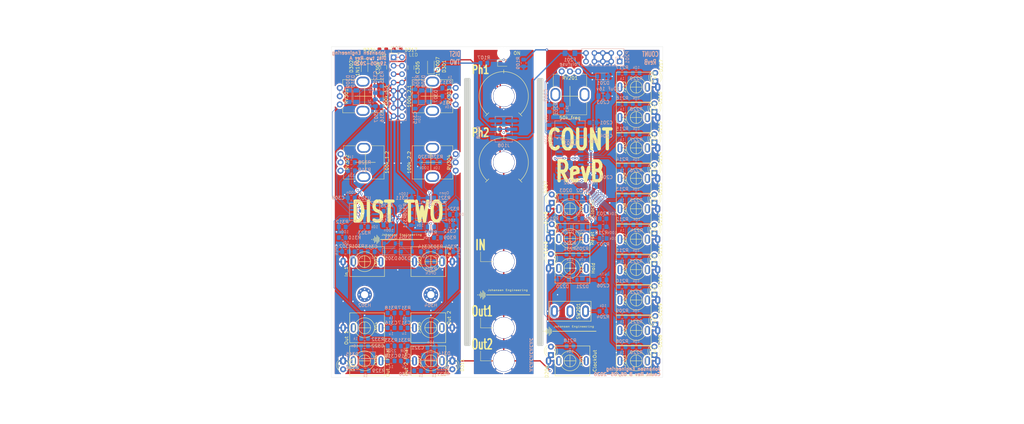
<source format=kicad_pcb>
(kicad_pcb (version 20171130) (host pcbnew "(5.1.5)-3")
  (layers (0 F.Cu signal) (31 B.Cu signal) (34 B.Paste user) (35 F.Paste user) (36 B.SilkS user) (37 F.SilkS user) (38 B.Mask user) (39 F.Mask user) (44 Edge.Cuts user))
  (net 0 "")
  (net 1 GND)
  (net 2 "Net-(D206-Pad2)")
  (net 3 "Net-(D207-Pad2)")
  (net 4 Out1)
  (net 5 Out2)
  (net 6 "Net-(R204-Pad1)")
  (net 7 "Net-(R316-Pad2)")
  (net 8 "Net-(C201-Pad2)")
  (net 9 GNDS)
  (net 10 "Net-(C202-Pad1)")
  (net 11 +12Vc)
  (net 12 Hold)
  (net 13 +5V)
  (net 14 +12V)
  (net 15 -12V)
  (net 16 "Net-(C313-Pad2)")
  (net 17 "Net-(C313-Pad1)")
  (net 18 "Net-(C314-Pad1)")
  (net 19 "Net-(C314-Pad2)")
  (net 20 "Net-(C315-Pad2)")
  (net 21 "Net-(C315-Pad1)")
  (net 22 "Net-(C316-Pad1)")
  (net 23 Out1_Dist)
  (net 24 Out2_Dist)
  (net 25 "Net-(C317-Pad1)")
  (net 26 "Net-(C318-Pad1)")
  (net 27 Out1_Final)
  (net 28 Out2_Final)
  (net 29 "Net-(C319-Pad1)")
  (net 30 "Net-(C320-Pad2)")
  (net 31 "Net-(C321-Pad1)")
  (net 32 "Net-(C322-Pad1)")
  (net 33 ClockIn)
  (net 34 Reset)
  (net 35 "Net-(D208-Pad2)")
  (net 36 "Net-(D209-Pad2)")
  (net 37 "Net-(D210-Pad2)")
  (net 38 "Net-(D211-Pad2)")
  (net 39 "Net-(D212-Pad2)")
  (net 40 "Net-(D213-Pad2)")
  (net 41 "Net-(D214-Pad2)")
  (net 42 "Net-(D215-Pad2)")
  (net 43 "Net-(D216-Pad2)")
  (net 44 "Net-(D217-Pad2)")
  (net 45 "Net-(D218-Pad2)")
  (net 46 "Net-(D219-Pad2)")
  (net 47 "Net-(D221-Pad2)")
  (net 48 "Net-(D311-Pad2)")
  (net 49 "Net-(D312-Pad2)")
  (net 50 /KicadJE_Counts3/+12)
  (net 51 ClockOut)
  (net 52 Out0)
  (net 53 Out3)
  (net 54 Out4)
  (net 55 Out5)
  (net 56 Out6)
  (net 57 Out7)
  (net 58 Out8)
  (net 59 Out9)
  (net 60 /KicadJE_Counts2/Gate)
  (net 61 /KicadJE_Counts2/CV)
  (net 62 "Net-(J303-PadTN)")
  (net 63 /KicadJE_Counts3/-12)
  (net 64 "Net-(R201-Pad1)")
  (net 65 OutCarry)
  (net 66 "Net-(R205-Pad2)")
  (net 67 "Net-(R206-Pad1)")
  (net 68 "Net-(R207-Pad1)")
  (net 69 "Net-(R208-Pad2)")
  (net 70 "Net-(R209-Pad2)")
  (net 71 "Net-(R210-Pad2)")
  (net 72 "Net-(R211-Pad2)")
  (net 73 "Net-(R212-Pad2)")
  (net 74 "Net-(R213-Pad2)")
  (net 75 "Net-(R214-Pad2)")
  (net 76 "Net-(R215-Pad2)")
  (net 77 "Net-(R216-Pad2)")
  (net 78 "Net-(R217-Pad2)")
  (net 79 In_1)
  (net 80 In_2)
  (net 81 "Net-(R308-Pad1)")
  (net 82 "Net-(R310-Pad1)")
  (net 83 "Net-(R320-Pad1)")
  (net 84 "Net-(R321-Pad1)")
  (net 85 "Net-(R323-Pad1)")
  (net 86 "Net-(R328-Pad2)")
  (net 87 "Net-(D317-Pad1)")
  (net 88 "Net-(D101-Pad2)")
  (net 89 "Net-(D102-Pad2)")
  (net 90 POT1_L)
  (net 91 POT1_C)
  (net 92 POT3_L)
  (net 93 POT3_C)
  (net 94 POT2_L)
  (net 95 POT4_L)
  (net 96 POT4_C)
  (net 97 POT2_C)
  (module AJ:Johansen_engineering_logo_20mm (layer F.Cu) (at 102 125)
    (fp_text reference G*** hide)
    (fp_text value LOGO hide)
  )
  (module AJ:Johansen_engineering_logo_20mm (layer F.Cu) (at 70 108.25)
    (fp_text reference G*** hide)
    (fp_text value LOGO hide)
  )
  (module AJ:LED_Hole_3mm (layer F.Cu) (at 102 52)
    (fp_text reference H301)
    (fp_text value ON (at 4 0) (layer F.SilkS))
    (pad "" np_thru_hole circle (at 0 0) (size 3 3) (drill 3) (layers *.Cu *.Mask))
  )
  (module AJ:Jack_6m3 (layer F.Cu) (at 102 135)
    (fp_text reference TP302 hide)
    (fp_text value Tri)
    (pad 1 thru_hole circle (at 0 0) (size 6.5 6.5) (drill 6.3) (layers *.Cu *.Mask) (net 1 GND))
  )
  (module AJ:Pot_6m3_scale1 (layer F.Cu) (at 102 65)
    (fp_text reference TP304 hide)
    (fp_text value PWM1)
    (pad 1 thru_hole circle (at 0 0) (size 6.5 6.5) (drill 6.3) (layers *.Cu *.Mask) (net 1 GND))
  )
  (module AJ:Jack_6m3 (layer F.Cu) (at 102 145)
    (fp_text reference TP303 hide)
    (fp_text value SQ)
    (pad 1 thru_hole circle (at 0 0) (size 6.5 6.5) (drill 6.3) (layers *.Cu *.Mask) (net 1 GND))
  )
  (module AJ:Pot_6m3_scale1 (layer F.Cu) (at 102 85)
    (fp_text reference TP305 hide)
    (fp_text value PWM2)
    (pad 1 thru_hole circle (at 0 0) (size 6.5 6.5) (drill 6.3) (layers *.Cu *.Mask) (net 1 GND))
  )
  (module AJ:Jack_6m3 (layer F.Cu) (at 102 115)
    (fp_text reference TP301 hide)
    (fp_text value In1)
    (pad 1 thru_hole circle (at 0 0) (size 6.5 6.5) (drill 6.3) (layers *.Cu *.Mask) (net 1 GND))
  )
  (module AJ:Johansen_engineering_logo_20mm (layer F.Cu) (at 122 136)
    (fp_text reference G*** hide)
    (fp_text value LOGO hide)
  )
  (module AJ:C_0805_AJ (layer B.Cu) (at 132 120.5)
    (fp_text reference C206 (at 0 1.75) (layer B.SilkS) (effects (justify mirror)))
    (fp_text value 47n (at 0 -1.65) (layer B.SilkS) (effects (font (size 0.8 0.8) (thickness 0.1)) (justify mirror)))
    (pad 1 smd roundrect (at -1.025 0) (size 1.15 1.4) (layers B.Cu B.Paste B.Mask) (roundrect_rratio 0.217391) (net 12 Hold))
    (pad 2 smd roundrect (at 1.025 0) (size 1.15 1.4) (layers B.Cu B.Paste B.Mask) (roundrect_rratio 0.217391) (net 9 GNDS))
  )
  (module LED_THT:LED_D3.0mm (layer F.Cu) (at 116.5 97.25 90)
    (fp_text reference D207 (at 4.75 -1.75 90) (layer F.SilkS))
    (fp_text value LED_Clk_In)
    (pad 2 thru_hole circle (at 2.54 0 90) (size 1.8 1.8) (drill 0.9) (layers *.Cu *.Mask) (net 3 "Net-(D207-Pad2)"))
    (pad 1 thru_hole rect (at 0 0 90) (size 1.8 1.8) (drill 0.9) (layers *.Cu *.Mask) (net 9 GNDS))
  )
  (module LED_THT:LED_D3.0mm (layer F.Cu) (at 147.5 143.25 90)
    (fp_text reference D208 (at 4.25 1.75 90) (layer F.SilkS))
    (fp_text value LED_0)
    (pad 1 thru_hole rect (at 0 0 90) (size 1.8 1.8) (drill 0.9) (layers *.Cu *.Mask) (net 9 GNDS))
    (pad 2 thru_hole circle (at 2.54 0 90) (size 1.8 1.8) (drill 0.9) (layers *.Cu *.Mask) (net 35 "Net-(D208-Pad2)"))
  )
  (module LED_THT:LED_D3.0mm (layer F.Cu) (at 147.75 134 90)
    (fp_text reference D209 (at 4.5 1.5 90) (layer F.SilkS))
    (fp_text value LED_1)
    (pad 1 thru_hole rect (at 0 0 90) (size 1.8 1.8) (drill 0.9) (layers *.Cu *.Mask) (net 9 GNDS))
    (pad 2 thru_hole circle (at 2.54 0 90) (size 1.8 1.8) (drill 0.9) (layers *.Cu *.Mask) (net 36 "Net-(D209-Pad2)"))
  )
  (module LED_THT:LED_D3.0mm (layer F.Cu) (at 147.5 125 90)
    (fp_text reference D210 (at 4.25 1.75 90) (layer F.SilkS))
    (fp_text value LED_2)
    (pad 2 thru_hole circle (at 2.54 0 90) (size 1.8 1.8) (drill 0.9) (layers *.Cu *.Mask) (net 37 "Net-(D210-Pad2)"))
    (pad 1 thru_hole rect (at 0 0 90) (size 1.8 1.8) (drill 0.9) (layers *.Cu *.Mask) (net 9 GNDS))
  )
  (module LED_THT:LED_D3.0mm (layer F.Cu) (at 147.5 115.75 90)
    (fp_text reference D211 (at 4.25 1.75 90) (layer F.SilkS))
    (fp_text value LED_3)
    (pad 2 thru_hole circle (at 2.54 0 90) (size 1.8 1.8) (drill 0.9) (layers *.Cu *.Mask) (net 38 "Net-(D211-Pad2)"))
    (pad 1 thru_hole rect (at 0 0 90) (size 1.8 1.8) (drill 0.9) (layers *.Cu *.Mask) (net 9 GNDS))
  )
  (module LED_THT:LED_D3.0mm (layer F.Cu) (at 147.5 106.5 90)
    (fp_text reference D212 (at 4.25 1.75 90) (layer F.SilkS))
    (fp_text value LED_4)
    (pad 2 thru_hole circle (at 2.54 0 90) (size 1.8 1.8) (drill 0.9) (layers *.Cu *.Mask) (net 39 "Net-(D212-Pad2)"))
    (pad 1 thru_hole rect (at 0 0 90) (size 1.8 1.8) (drill 0.9) (layers *.Cu *.Mask) (net 9 GNDS))
  )
  (module LED_THT:LED_D3.0mm (layer F.Cu) (at 147.5 97.25 90)
    (fp_text reference D213 (at 4.25 1.75 90) (layer F.SilkS))
    (fp_text value LED_5)
    (pad 2 thru_hole circle (at 2.54 0 90) (size 1.8 1.8) (drill 0.9) (layers *.Cu *.Mask) (net 40 "Net-(D213-Pad2)"))
    (pad 1 thru_hole rect (at 0 0 90) (size 1.8 1.8) (drill 0.9) (layers *.Cu *.Mask) (net 9 GNDS))
  )
  (module LED_THT:LED_D3.0mm (layer F.Cu) (at 147.5 88.25 90)
    (fp_text reference D214 (at 4.5 1.75 90) (layer F.SilkS))
    (fp_text value LED_6)
    (pad 1 thru_hole rect (at 0 0 90) (size 1.8 1.8) (drill 0.9) (layers *.Cu *.Mask) (net 9 GNDS))
    (pad 2 thru_hole circle (at 2.54 0 90) (size 1.8 1.8) (drill 0.9) (layers *.Cu *.Mask) (net 41 "Net-(D214-Pad2)"))
  )
  (module LED_THT:LED_D3.0mm (layer F.Cu) (at 147.5 79 90)
    (fp_text reference D215 (at 4.5 1.75 90) (layer F.SilkS))
    (fp_text value LED_7)
    (pad 1 thru_hole rect (at 0 0 90) (size 1.8 1.8) (drill 0.9) (layers *.Cu *.Mask) (net 9 GNDS))
    (pad 2 thru_hole circle (at 2.54 0 90) (size 1.8 1.8) (drill 0.9) (layers *.Cu *.Mask) (net 42 "Net-(D215-Pad2)"))
  )
  (module LED_THT:LED_D3.0mm (layer F.Cu) (at 147.5 69.75 90)
    (fp_text reference D216 (at 4.25 1.75 90) (layer F.SilkS))
    (fp_text value LED_8)
    (pad 2 thru_hole circle (at 2.54 0 90) (size 1.8 1.8) (drill 0.9) (layers *.Cu *.Mask) (net 43 "Net-(D216-Pad2)"))
    (pad 1 thru_hole rect (at 0 0 90) (size 1.8 1.8) (drill 0.9) (layers *.Cu *.Mask) (net 9 GNDS))
  )
  (module LED_THT:LED_D3.0mm (layer F.Cu) (at 147.75 60.5 90)
    (fp_text reference D217 (at 4.75 1.75 90) (layer F.SilkS))
    (fp_text value LED_9)
    (pad 1 thru_hole rect (at 0 0 90) (size 1.8 1.8) (drill 0.9) (layers *.Cu *.Mask) (net 9 GNDS))
    (pad 2 thru_hole circle (at 2.54 0 90) (size 1.8 1.8) (drill 0.9) (layers *.Cu *.Mask) (net 44 "Net-(D217-Pad2)"))
  )
  (module LED_THT:LED_D3.0mm (layer F.Cu) (at 116.5 106.25 90)
    (fp_text reference D218 (at 4.5 -1.75 90) (layer F.SilkS))
    (fp_text value LED_RST)
    (pad 2 thru_hole circle (at 2.54 0 90) (size 1.8 1.8) (drill 0.9) (layers *.Cu *.Mask) (net 45 "Net-(D218-Pad2)"))
    (pad 1 thru_hole rect (at 0 0 90) (size 1.8 1.8) (drill 0.9) (layers *.Cu *.Mask) (net 9 GNDS))
  )
  (module LED_THT:LED_D3.0mm (layer F.Cu) (at 116.25 115.25 90)
    (fp_text reference D219 (at 4.5 -1.5 90) (layer F.SilkS))
    (fp_text value LED_HLD)
    (pad 1 thru_hole rect (at 0 0 90) (size 1.8 1.8) (drill 0.9) (layers *.Cu *.Mask) (net 9 GNDS))
    (pad 2 thru_hole circle (at 2.54 0 90) (size 1.8 1.8) (drill 0.9) (layers *.Cu *.Mask) (net 46 "Net-(D219-Pad2)"))
  )
  (module Fuse:Fuse_1206_3216Metric_Pad1.42x1.75mm_HandSolder (layer B.Cu) (at 121.9875 52 180)
    (fp_text reference F201 (at 0 -2) (layer B.SilkS) (effects (justify mirror)))
    (fp_text value Polyfuse (at -0.0125 -3.25) (layer B.SilkS) (effects (justify mirror)))
    (pad 1 smd roundrect (at -1.4875 0 180) (size 1.425 1.75) (layers B.Cu B.Paste B.Mask) (roundrect_rratio 0.175439) (net 50 /KicadJE_Counts3/+12))
    (pad 2 smd roundrect (at 1.4875 0 180) (size 1.425 1.75) (layers B.Cu B.Paste B.Mask) (roundrect_rratio 0.175439) (net 11 +12Vc))
  )
  (module AJ-Dropbox-Kicad:PJ301SM (layer F.Cu) (at 122 145 270)
    (fp_text reference J201 (at 0 -3.5 90) (layer F.SilkS) (effects (font (size 0.75 1) (thickness 0.125))))
    (fp_text value ClockOut (at 0 -7.5 90) (layer F.SilkS))
    (pad T thru_hole oval (at 0 -4.92 270) (size 2.8 1.5) (drill oval 2.1 0.5) (layers *.Cu *.Mask) (net 51 ClockOut))
    (pad S thru_hole oval (at 0 6.48 270) (size 2.4 1.6) (drill oval 1.4 0.6) (layers *.Cu *.Mask) (net 9 GNDS))
    (pad TN thru_hole oval (at 0 3.38 270) (size 2.8 1.6) (drill oval 2 0.6) (layers *.Cu *.Mask))
  )
  (module AJ-Dropbox-Kicad:PJ301SM (layer F.Cu) (at 122 99 270)
    (fp_text reference J202 (at 0 -3.5 90) (layer F.SilkS) (effects (font (size 0.75 1) (thickness 0.125))))
    (fp_text value ClockIn (at 0 -6.75 90) (layer F.SilkS))
    (pad TN thru_hole oval (at 0 3.38 270) (size 2.8 1.6) (drill oval 2 0.6) (layers *.Cu *.Mask) (net 51 ClockOut))
    (pad S thru_hole oval (at 0 6.48 270) (size 2.4 1.6) (drill oval 1.4 0.6) (layers *.Cu *.Mask) (net 9 GNDS))
    (pad T thru_hole oval (at 0 -4.92 270) (size 2.8 1.5) (drill oval 2.1 0.5) (layers *.Cu *.Mask) (net 33 ClockIn))
  )
  (module AJ-Dropbox-Kicad:PJ301SM (layer F.Cu) (at 142 145 90)
    (fp_text reference J203 (at 0 -3.5 90) (layer F.SilkS) (effects (font (size 0.75 1) (thickness 0.125))))
    (fp_text value Out0 (at 3 5.5 90) (layer F.SilkS))
    (pad T thru_hole oval (at 0 -4.92 90) (size 2.8 1.5) (drill oval 2.1 0.5) (layers *.Cu *.Mask) (net 52 Out0))
    (pad S thru_hole oval (at 0 6.48 90) (size 2.4 1.6) (drill oval 1.4 0.6) (layers *.Cu *.Mask) (net 9 GNDS))
    (pad TN thru_hole oval (at 0 3.38 90) (size 2.8 1.6) (drill oval 2 0.6) (layers *.Cu *.Mask))
  )
  (module AJ-Dropbox-Kicad:PJ301SM (layer F.Cu) (at 142 135.805552 90)
    (fp_text reference J204 (at 0 -3.5 90) (layer F.SilkS) (effects (font (size 0.75 1) (thickness 0.125))))
    (fp_text value Out1 (at 3 5.5 90) (layer F.SilkS))
    (pad TN thru_hole oval (at 0 3.38 90) (size 2.8 1.6) (drill oval 2 0.6) (layers *.Cu *.Mask))
    (pad S thru_hole oval (at 0 6.48 90) (size 2.4 1.6) (drill oval 1.4 0.6) (layers *.Cu *.Mask) (net 9 GNDS))
    (pad T thru_hole oval (at 0 -4.92 90) (size 2.8 1.5) (drill oval 2.1 0.5) (layers *.Cu *.Mask) (net 4 Out1))
  )
  (module AJ-Dropbox-Kicad:PJ301SM (layer F.Cu) (at 142 126.611108 90)
    (fp_text reference J205 (at 0 -3.5 90) (layer F.SilkS) (effects (font (size 0.75 1) (thickness 0.125))))
    (fp_text value Out2 (at 3 5.5 90) (layer F.SilkS))
    (pad T thru_hole oval (at 0 -4.92 90) (size 2.8 1.5) (drill oval 2.1 0.5) (layers *.Cu *.Mask) (net 5 Out2))
    (pad S thru_hole oval (at 0 6.48 90) (size 2.4 1.6) (drill oval 1.4 0.6) (layers *.Cu *.Mask) (net 9 GNDS))
    (pad TN thru_hole oval (at 0 3.38 90) (size 2.8 1.6) (drill oval 2 0.6) (layers *.Cu *.Mask))
  )
  (module AJ-Dropbox-Kicad:PJ301SM (layer F.Cu) (at 142 117.416664 90)
    (fp_text reference J206 (at 0 -3.5 90) (layer F.SilkS) (effects (font (size 0.75 1) (thickness 0.125))))
    (fp_text value Out3 (at 3 5.5 90) (layer F.SilkS))
    (pad TN thru_hole oval (at 0 3.38 90) (size 2.8 1.6) (drill oval 2 0.6) (layers *.Cu *.Mask))
    (pad S thru_hole oval (at 0 6.48 90) (size 2.4 1.6) (drill oval 1.4 0.6) (layers *.Cu *.Mask) (net 9 GNDS))
    (pad T thru_hole oval (at 0 -4.92 90) (size 2.8 1.5) (drill oval 2.1 0.5) (layers *.Cu *.Mask) (net 53 Out3))
  )
  (module AJ-Dropbox-Kicad:PJ301SM (layer F.Cu) (at 142 108.22222 90)
    (fp_text reference J207 (at 0 -3.5 90) (layer F.SilkS) (effects (font (size 0.75 1) (thickness 0.125))))
    (fp_text value Out4 (at 3 5.5 90) (layer F.SilkS))
    (pad T thru_hole oval (at 0 -4.92 90) (size 2.8 1.5) (drill oval 2.1 0.5) (layers *.Cu *.Mask) (net 54 Out4))
    (pad S thru_hole oval (at 0 6.48 90) (size 2.4 1.6) (drill oval 1.4 0.6) (layers *.Cu *.Mask) (net 9 GNDS))
    (pad TN thru_hole oval (at 0 3.38 90) (size 2.8 1.6) (drill oval 2 0.6) (layers *.Cu *.Mask))
  )
  (module AJ-Dropbox-Kicad:PJ301SM (layer F.Cu) (at 142 99.027776 90)
    (fp_text reference J208 (at 0 -3.5 90) (layer F.SilkS) (effects (font (size 0.75 1) (thickness 0.125))))
    (fp_text value Out5 (at 3 5.5 90) (layer F.SilkS))
    (pad TN thru_hole oval (at 0 3.38 90) (size 2.8 1.6) (drill oval 2 0.6) (layers *.Cu *.Mask))
    (pad S thru_hole oval (at 0 6.48 90) (size 2.4 1.6) (drill oval 1.4 0.6) (layers *.Cu *.Mask) (net 9 GNDS))
    (pad T thru_hole oval (at 0 -4.92 90) (size 2.8 1.5) (drill oval 2.1 0.5) (layers *.Cu *.Mask) (net 55 Out5))
  )
  (module AJ-Dropbox-Kicad:PJ301SM (layer F.Cu) (at 142 89.833332 90)
    (fp_text reference J209 (at 0 -3.5 90) (layer F.SilkS) (effects (font (size 0.75 1) (thickness 0.125))))
    (fp_text value Out6 (at 3 5.5 90) (layer F.SilkS))
    (pad TN thru_hole oval (at 0 3.38 90) (size 2.8 1.6) (drill oval 2 0.6) (layers *.Cu *.Mask))
    (pad S thru_hole oval (at 0 6.48 90) (size 2.4 1.6) (drill oval 1.4 0.6) (layers *.Cu *.Mask) (net 9 GNDS))
    (pad T thru_hole oval (at 0 -4.92 90) (size 2.8 1.5) (drill oval 2.1 0.5) (layers *.Cu *.Mask) (net 56 Out6))
  )
  (module AJ-Dropbox-Kicad:PJ301SM (layer F.Cu) (at 142 80.638888 90)
    (fp_text reference J210 (at 0 -3.5 90) (layer F.SilkS) (effects (font (size 0.75 1) (thickness 0.125))))
    (fp_text value Out7 (at 3 5.5 90) (layer F.SilkS))
    (pad T thru_hole oval (at 0 -4.92 90) (size 2.8 1.5) (drill oval 2.1 0.5) (layers *.Cu *.Mask) (net 57 Out7))
    (pad S thru_hole oval (at 0 6.48 90) (size 2.4 1.6) (drill oval 1.4 0.6) (layers *.Cu *.Mask) (net 9 GNDS))
    (pad TN thru_hole oval (at 0 3.38 90) (size 2.8 1.6) (drill oval 2 0.6) (layers *.Cu *.Mask))
  )
  (module AJ-Dropbox-Kicad:PJ301SM (layer F.Cu) (at 142 71.444444 90)
    (fp_text reference J211 (at 0 -3.5 90) (layer F.SilkS) (effects (font (size 0.75 1) (thickness 0.125))))
    (fp_text value Out8 (at 3 5.5 90) (layer F.SilkS))
    (pad T thru_hole oval (at 0 -4.92 90) (size 2.8 1.5) (drill oval 2.1 0.5) (layers *.Cu *.Mask) (net 58 Out8))
    (pad S thru_hole oval (at 0 6.48 90) (size 2.4 1.6) (drill oval 1.4 0.6) (layers *.Cu *.Mask) (net 9 GNDS))
    (pad TN thru_hole oval (at 0 3.38 90) (size 2.8 1.6) (drill oval 2 0.6) (layers *.Cu *.Mask))
  )
  (module AJ-Dropbox-Kicad:PJ301SM (layer F.Cu) (at 142 62.25 90)
    (fp_text reference J212 (at 0 -3.5 90) (layer F.SilkS) (effects (font (size 0.75 1) (thickness 0.125))))
    (fp_text value Out9 (at 3 5.5 90) (layer F.SilkS))
    (pad TN thru_hole oval (at 0 3.38 90) (size 2.8 1.6) (drill oval 2 0.6) (layers *.Cu *.Mask))
    (pad S thru_hole oval (at 0 6.48 90) (size 2.4 1.6) (drill oval 1.4 0.6) (layers *.Cu *.Mask) (net 9 GNDS))
    (pad T thru_hole oval (at 0 -4.92 90) (size 2.8 1.5) (drill oval 2.1 0.5) (layers *.Cu *.Mask) (net 59 Out9))
  )
  (module AJ-Dropbox-Kicad:PJ301SM (layer F.Cu) (at 122 108 270)
    (fp_text reference J213 (at 0 -3.5 90) (layer F.SilkS) (effects (font (size 0.75 1) (thickness 0.125))))
    (fp_text value Reset (at 0 -6.75 90) (layer F.SilkS))
    (pad T thru_hole oval (at 0 -4.92 270) (size 2.8 1.5) (drill oval 2.1 0.5) (layers *.Cu *.Mask) (net 34 Reset))
    (pad S thru_hole oval (at 0 6.48 270) (size 2.4 1.6) (drill oval 1.4 0.6) (layers *.Cu *.Mask) (net 9 GNDS))
    (pad TN thru_hole oval (at 0 3.38 270) (size 2.8 1.6) (drill oval 2 0.6) (layers *.Cu *.Mask))
  )
  (module Connector_PinSocket_2.54mm:PinSocket_2x08_P2.54mm_Vertical (layer B.Cu) (at 68.75 53.25 180)
    (fp_text reference J301 (at -1.27 2.77) (layer B.SilkS) (effects (justify mirror)))
    (fp_text value "Doepfer connector")
    (pad 1 thru_hole rect (at 0 0 180) (size 1.7 1.7) (drill 1) (layers *.Cu *.Mask) (net 60 /KicadJE_Counts2/Gate))
    (pad 2 thru_hole oval (at -2.54 0 180) (size 1.7 1.7) (drill 1) (layers *.Cu *.Mask) (net 60 /KicadJE_Counts2/Gate))
    (pad 3 thru_hole oval (at 0 -2.54 180) (size 1.7 1.7) (drill 1) (layers *.Cu *.Mask) (net 61 /KicadJE_Counts2/CV))
    (pad 4 thru_hole oval (at -2.54 -2.54 180) (size 1.7 1.7) (drill 1) (layers *.Cu *.Mask) (net 61 /KicadJE_Counts2/CV))
    (pad 5 thru_hole oval (at 0 -5.08 180) (size 1.7 1.7) (drill 1) (layers *.Cu *.Mask) (net 13 +5V))
    (pad 6 thru_hole oval (at -2.54 -5.08 180) (size 1.7 1.7) (drill 1) (layers *.Cu *.Mask) (net 13 +5V))
    (pad 7 thru_hole oval (at 0 -7.62 180) (size 1.7 1.7) (drill 1) (layers *.Cu *.Mask) (net 14 +12V))
    (pad 8 thru_hole oval (at -2.54 -7.62 180) (size 1.7 1.7) (drill 1) (layers *.Cu *.Mask) (net 14 +12V))
    (pad 9 thru_hole oval (at 0 -10.16 180) (size 1.7 1.7) (drill 1) (layers *.Cu *.Mask) (net 1 GND))
    (pad 10 thru_hole oval (at -2.54 -10.16 180) (size 1.7 1.7) (drill 1) (layers *.Cu *.Mask) (net 1 GND))
    (pad 11 thru_hole oval (at 0 -12.7 180) (size 1.7 1.7) (drill 1) (layers *.Cu *.Mask) (net 1 GND))
    (pad 12 thru_hole oval (at -2.54 -12.7 180) (size 1.7 1.7) (drill 1) (layers *.Cu *.Mask) (net 1 GND))
    (pad 13 thru_hole oval (at 0 -15.24 180) (size 1.7 1.7) (drill 1) (layers *.Cu *.Mask) (net 1 GND))
    (pad 14 thru_hole oval (at -2.54 -15.24 180) (size 1.7 1.7) (drill 1) (layers *.Cu *.Mask) (net 1 GND))
    (pad 15 thru_hole oval (at 0 -17.78 180) (size 1.7 1.7) (drill 1) (layers *.Cu *.Mask) (net 15 -12V))
    (pad 16 thru_hole oval (at -2.54 -17.78 180) (size 1.7 1.7) (drill 1) (layers *.Cu *.Mask) (net 15 -12V))
  )
  (module AJ-Dropbox-Kicad:PJ301SM (layer F.Cu) (at 60 115 270)
    (fp_text reference J302 (at 0 -3.5 90) (layer F.SilkS) (effects (font (size 0.75 1) (thickness 0.125))))
    (fp_text value In_1 (at 3 5.5 90) (layer F.SilkS))
    (pad TN thru_hole oval (at 0 3.38 270) (size 2.8 1.6) (drill oval 2 0.6) (layers *.Cu *.Mask) (net 18 "Net-(C314-Pad1)"))
    (pad S thru_hole oval (at 0 6.48 270) (size 2.4 1.6) (drill oval 1.4 0.6) (layers *.Cu *.Mask) (net 1 GND))
    (pad T thru_hole oval (at 0 -4.92 270) (size 2.8 1.5) (drill oval 2.1 0.5) (layers *.Cu *.Mask) (net 17 "Net-(C313-Pad1)"))
  )
  (module AJ-Dropbox-Kicad:PJ301SM (layer F.Cu) (at 80 115 90)
    (fp_text reference J303 (at 0 -3.5 90) (layer F.SilkS) (effects (font (size 0.75 1) (thickness 0.125))))
    (fp_text value "In 2" (at 3 5.5 90) (layer F.SilkS))
    (pad T thru_hole oval (at 0 -4.92 90) (size 2.8 1.5) (drill oval 2.1 0.5) (layers *.Cu *.Mask) (net 18 "Net-(C314-Pad1)"))
    (pad S thru_hole oval (at 0 6.48 90) (size 2.4 1.6) (drill oval 1.4 0.6) (layers *.Cu *.Mask) (net 1 GND))
    (pad TN thru_hole oval (at 0 3.38 90) (size 2.8 1.6) (drill oval 2 0.6) (layers *.Cu *.Mask) (net 62 "Net-(J303-PadTN)"))
  )
  (module AJ-Dropbox-Kicad:PJ301SM (layer F.Cu) (at 60 135 270)
    (fp_text reference J304 (at 0 -3.5 90) (layer F.SilkS) (effects (font (size 0.75 1) (thickness 0.125))))
    (fp_text value "Out 1" (at 3 5.5 90) (layer F.SilkS))
    (pad TN thru_hole oval (at 0 3.38 270) (size 2.8 1.6) (drill oval 2 0.6) (layers *.Cu *.Mask))
    (pad S thru_hole oval (at 0 6.48 270) (size 2.4 1.6) (drill oval 1.4 0.6) (layers *.Cu *.Mask) (net 1 GND))
    (pad T thru_hole oval (at 0 -4.92 270) (size 2.8 1.5) (drill oval 2.1 0.5) (layers *.Cu *.Mask) (net 22 "Net-(C316-Pad1)"))
  )
  (module AJ-Dropbox-Kicad:PJ301SM (layer F.Cu) (at 79.975001 134.974999 90)
    (fp_text reference J305 (at 0 -3.5 90) (layer F.SilkS) (effects (font (size 0.75 1) (thickness 0.125))))
    (fp_text value "Out 2" (at 3 5.5 90) (layer F.SilkS))
    (pad T thru_hole oval (at 0 -4.92 90) (size 2.8 1.5) (drill oval 2.1 0.5) (layers *.Cu *.Mask) (net 25 "Net-(C317-Pad1)"))
    (pad S thru_hole oval (at 0 6.48 90) (size 2.4 1.6) (drill oval 1.4 0.6) (layers *.Cu *.Mask) (net 1 GND))
    (pad TN thru_hole oval (at 0 3.38 90) (size 2.8 1.6) (drill oval 2 0.6) (layers *.Cu *.Mask))
  )
  (module AJ-Dropbox-Kicad:PJ301SM (layer F.Cu) (at 60 145 270)
    (fp_text reference J306 (at 0 -3.5 90) (layer F.SilkS) (effects (font (size 0.75 1) (thickness 0.125))))
    (fp_text value "Out 1 Final" (at 0.5 -7 90) (layer F.SilkS))
    (pad TN thru_hole oval (at 0 3.38 270) (size 2.8 1.6) (drill oval 2 0.6) (layers *.Cu *.Mask))
    (pad S thru_hole oval (at 0 6.48 270) (size 2.4 1.6) (drill oval 1.4 0.6) (layers *.Cu *.Mask) (net 1 GND))
    (pad T thru_hole oval (at 0 -4.92 270) (size 2.8 1.5) (drill oval 2.1 0.5) (layers *.Cu *.Mask) (net 26 "Net-(C318-Pad1)"))
  )
  (module AJ-Dropbox-Kicad:PJ301SM (layer F.Cu) (at 80 145 90)
    (fp_text reference J307 (at 0 -3.5 90) (layer F.SilkS) (effects (font (size 0.75 1) (thickness 0.125))))
    (fp_text value "Out 2 Final" (at -0.25 -7.5 90) (layer F.SilkS))
    (pad TN thru_hole oval (at 0 3.38 90) (size 2.8 1.6) (drill oval 2 0.6) (layers *.Cu *.Mask))
    (pad S thru_hole oval (at 0 6.48 90) (size 2.4 1.6) (drill oval 1.4 0.6) (layers *.Cu *.Mask) (net 1 GND))
    (pad T thru_hole oval (at 0 -4.92 90) (size 2.8 1.5) (drill oval 2.1 0.5) (layers *.Cu *.Mask) (net 29 "Net-(C319-Pad1)"))
  )
  (module Connector_PinHeader_2.54mm:PinHeader_2x05_P2.54mm_Vertical (layer B.Cu) (at 137 54.5 90)
    (fp_text reference P201 (at 1.27 2.33 270) (layer B.SilkS) (effects (justify mirror)))
    (fp_text value HEADER_2x5_Doepfer)
    (pad 1 thru_hole rect (at 0 0 90) (size 1.7 1.7) (drill 1) (layers *.Cu *.Mask) (net 63 /KicadJE_Counts3/-12))
    (pad 2 thru_hole oval (at 2.54 0 90) (size 1.7 1.7) (drill 1) (layers *.Cu *.Mask) (net 63 /KicadJE_Counts3/-12))
    (pad 3 thru_hole oval (at 0 -2.54 90) (size 1.7 1.7) (drill 1) (layers *.Cu *.Mask) (net 9 GNDS))
    (pad 4 thru_hole oval (at 2.54 -2.54 90) (size 1.7 1.7) (drill 1) (layers *.Cu *.Mask) (net 9 GNDS))
    (pad 5 thru_hole oval (at 0 -5.08 90) (size 1.7 1.7) (drill 1) (layers *.Cu *.Mask) (net 9 GNDS))
    (pad 6 thru_hole oval (at 2.54 -5.08 90) (size 1.7 1.7) (drill 1) (layers *.Cu *.Mask) (net 9 GNDS))
    (pad 7 thru_hole oval (at 0 -7.62 90) (size 1.7 1.7) (drill 1) (layers *.Cu *.Mask) (net 9 GNDS))
    (pad 8 thru_hole oval (at 2.54 -7.62 90) (size 1.7 1.7) (drill 1) (layers *.Cu *.Mask) (net 9 GNDS))
    (pad 9 thru_hole oval (at 0 -10.16 90) (size 1.7 1.7) (drill 1) (layers *.Cu *.Mask) (net 50 /KicadJE_Counts3/+12))
    (pad 10 thru_hole oval (at 2.54 -10.16 90) (size 1.7 1.7) (drill 1) (layers *.Cu *.Mask) (net 50 /KicadJE_Counts3/+12))
  )
  (module AJ:R_0805_AJ (layer B.Cu) (at 132 102)
    (fp_text reference R203 (at 0 -1.5) (layer B.SilkS) (effects (justify mirror)))
    (fp_text value 10k (at 3 -1.5) (layer B.SilkS) (effects (font (size 0.8 0.8) (thickness 0.1)) (justify mirror)))
    (pad 2 smd roundrect (at 1.025 0) (size 1.15 1.4) (layers B.Cu B.Paste B.Mask) (roundrect_rratio 0.217391) (net 12 Hold))
    (pad 1 smd roundrect (at -1.025 0) (size 1.15 1.4) (layers B.Cu B.Paste B.Mask) (roundrect_rratio 0.217391) (net 65 OutCarry))
  )
  (module AJ:R_0805_AJ (layer B.Cu) (at 132 104.5)
    (fp_text reference R218 (at -0.5 1.75) (layer B.SilkS) (effects (justify mirror)))
    (fp_text value 100k (at 2.75 1.75) (layer B.SilkS) (effects (font (size 0.8 0.8) (thickness 0.1)) (justify mirror)))
    (pad 1 smd roundrect (at -1.025 0) (size 1.15 1.4) (layers B.Cu B.Paste B.Mask) (roundrect_rratio 0.217391) (net 11 +12Vc))
    (pad 2 smd roundrect (at 1.025 0) (size 1.15 1.4) (layers B.Cu B.Paste B.Mask) (roundrect_rratio 0.217391) (net 12 Hold))
  )
  (module Potentiometer_THT:Potentiometer_China_RK09_Single_Vertical_AJ (layer F.Cu) (at 119.5 57.5 270)
    (fp_text reference RV201 (at 2 -2.5) (layer F.SilkS))
    (fp_text value 50k_freq (at 14 -2.5) (layer F.SilkS))
    (pad 3 thru_hole circle (at 0 -5 270) (size 1.8 1.8) (drill 1) (layers *.Cu *.Mask) (net 51 ClockOut))
    (pad 2 thru_hole circle (at 0 -2.5 270) (size 1.8 1.8) (drill 1) (layers *.Cu *.Mask) (net 51 ClockOut))
    (pad 1 thru_hole circle (at 0 0 270) (size 1.8 1.8) (drill 1) (layers *.Cu *.Mask) (net 64 "Net-(R201-Pad1)"))
    (pad "" np_thru_hole oval (at 7 -6.9 270) (size 4 3) (drill oval 3 2) (layers *.Cu *.Mask))
    (pad "" np_thru_hole oval (at 7 1.9 270) (size 4 3) (drill oval 3 2) (layers *.Cu *.Mask))
  )
  (module Potentiometer_THT:Potentiometer_China_RK09_Single_Vertical_AJ (layer F.Cu) (at 52.5 67.5)
    (fp_text reference RV301 (at 2 -2.5 90) (layer F.SilkS))
    (fp_text value 100k_1.1 (at 14 -2.5 90) (layer F.SilkS))
    (pad "" np_thru_hole oval (at 7 1.9) (size 4 3) (drill oval 3 2) (layers *.Cu *.Mask))
    (pad "" np_thru_hole oval (at 7 -6.9) (size 4 3) (drill oval 3 2) (layers *.Cu *.Mask))
    (pad 1 thru_hole circle (at 0 0) (size 1.8 1.8) (drill 1) (layers *.Cu *.Mask) (net 90 POT1_L))
    (pad 2 thru_hole circle (at 0 -2.5) (size 1.8 1.8) (drill 1) (layers *.Cu *.Mask) (net 91 POT1_C))
    (pad 3 thru_hole circle (at 0 -5) (size 1.8 1.8) (drill 1) (layers *.Cu *.Mask) (net 91 POT1_C))
  )
  (module Potentiometer_THT:Potentiometer_China_RK09_Single_Vertical_AJ (layer F.Cu) (at 52.75 87.5)
    (fp_text reference RV302 (at 2 -2.5 90) (layer F.SilkS))
    (fp_text value 100k_1.2 (at 14 -2.5 90) (layer F.SilkS))
    (pad 3 thru_hole circle (at 0 -5) (size 1.8 1.8) (drill 1) (layers *.Cu *.Mask) (net 97 POT2_C))
    (pad 2 thru_hole circle (at 0 -2.5) (size 1.8 1.8) (drill 1) (layers *.Cu *.Mask) (net 97 POT2_C))
    (pad 1 thru_hole circle (at 0 0) (size 1.8 1.8) (drill 1) (layers *.Cu *.Mask) (net 94 POT2_L))
    (pad "" np_thru_hole oval (at 7 -6.9) (size 4 3) (drill oval 3 2) (layers *.Cu *.Mask))
    (pad "" np_thru_hole oval (at 7 1.9) (size 4 3) (drill oval 3 2) (layers *.Cu *.Mask))
  )
  (module Potentiometer_THT:Potentiometer_China_RK09_Single_Vertical_AJ (layer F.Cu) (at 87.5 62.5 180)
    (fp_text reference RV303 (at 2 -2.5 90) (layer F.SilkS))
    (fp_text value 100k_2.1 (at 14 -2.5 90) (layer F.SilkS))
    (pad "" np_thru_hole oval (at 7 1.9 180) (size 4 3) (drill oval 3 2) (layers *.Cu *.Mask))
    (pad "" np_thru_hole oval (at 7 -6.9 180) (size 4 3) (drill oval 3 2) (layers *.Cu *.Mask))
    (pad 1 thru_hole circle (at 0 0 180) (size 1.8 1.8) (drill 1) (layers *.Cu *.Mask) (net 92 POT3_L))
    (pad 2 thru_hole circle (at 0 -2.5 180) (size 1.8 1.8) (drill 1) (layers *.Cu *.Mask) (net 93 POT3_C))
    (pad 3 thru_hole circle (at 0 -5 180) (size 1.8 1.8) (drill 1) (layers *.Cu *.Mask) (net 93 POT3_C))
  )
  (module Potentiometer_THT:Potentiometer_China_RK09_Single_Vertical_AJ (layer F.Cu) (at 87.5 82.5 180)
    (fp_text reference RV304 (at 2 -2.5 90) (layer F.SilkS))
    (fp_text value 100k_2.2 (at 14 -2.5 90) (layer F.SilkS))
    (pad 3 thru_hole circle (at 0 -5 180) (size 1.8 1.8) (drill 1) (layers *.Cu *.Mask) (net 96 POT4_C))
    (pad 2 thru_hole circle (at 0 -2.5 180) (size 1.8 1.8) (drill 1) (layers *.Cu *.Mask) (net 96 POT4_C))
    (pad 1 thru_hole circle (at 0 0 180) (size 1.8 1.8) (drill 1) (layers *.Cu *.Mask) (net 95 POT4_L))
    (pad "" np_thru_hole oval (at 7 -6.9 180) (size 4 3) (drill oval 3 2) (layers *.Cu *.Mask))
    (pad "" np_thru_hole oval (at 7 1.9 180) (size 4 3) (drill oval 3 2) (layers *.Cu *.Mask))
  )
  (module AJ-Dropbox-Kicad:SP1MS1 (layer F.Cu) (at 122 130 90)
    (fp_text reference SW201 (at 0 2.54 90) (layer F.SilkS))
    (fp_text value Run)
    (pad 3 thru_hole oval (at 0 -4.7 90) (size 3.556 2.032) (drill oval 2.3 1) (layers *.Cu *.Mask) (net 12 Hold))
    (pad 2 thru_hole oval (at 0 0 90) (size 3.556 2.032) (drill oval 2.3 1) (layers *.Cu *.Mask) (net 66 "Net-(R205-Pad2)"))
    (pad 1 thru_hole oval (at 0 4.7 90) (size 3.556 2.032) (drill oval 2.3 1) (layers *.Cu *.Mask) (net 6 "Net-(R204-Pad1)"))
  )
  (module AJ-Dropbox-Kicad:AJ_SO-8_5.3x6.2mm_P1.27mm (layer B.Cu) (at 122 75)
    (fp_text reference U201 (at 0 4.13) (layer B.SilkS) (effects (justify mirror)))
    (fp_text value LM555)
    (fp_text user * (at -3.81 3.048) (layer B.SilkS) (effects (justify mirror)))
    (pad 8 smd rect (at 3.3 1.905) (size 2 0.55) (layers B.Cu B.Paste B.Mask) (net 11 +12Vc))
    (pad 7 smd rect (at 3.3 0.635) (size 2 0.55) (layers B.Cu B.Paste B.Mask))
    (pad 6 smd rect (at 3.3 -0.635) (size 2 0.55) (layers B.Cu B.Paste B.Mask) (net 10 "Net-(C202-Pad1)"))
    (pad 5 smd rect (at 3.3 -1.905) (size 2 0.55) (layers B.Cu B.Paste B.Mask) (net 8 "Net-(C201-Pad2)"))
    (pad 4 smd rect (at -3.3 -1.905) (size 2 0.55) (layers B.Cu B.Paste B.Mask) (net 11 +12Vc))
    (pad 3 smd rect (at -3.3 -0.635) (size 2 0.55) (layers B.Cu B.Paste B.Mask) (net 51 ClockOut))
    (pad 2 smd rect (at -3.3 0.635) (size 2 0.55) (layers B.Cu B.Paste B.Mask) (net 10 "Net-(C202-Pad1)"))
    (pad 1 smd rect (at -3.3 1.905) (size 2 0.55) (layers B.Cu B.Paste B.Mask) (net 9 GNDS))
  )
  (module Package_SO:SOIC-16_4.55x10.3mm_P1.27mm (layer B.Cu) (at 122 85)
    (fp_text reference U202 (at 0 6.1) (layer B.SilkS) (effects (justify mirror)))
    (fp_text value 4017)
    (pad 1 smd roundrect (at -3.25 4.445) (size 1.6 0.55) (layers B.Cu B.Paste B.Mask) (net 74 "Net-(R213-Pad2)"))
    (pad 2 smd roundrect (at -3.25 3.175) (size 1.6 0.55) (layers B.Cu B.Paste B.Mask) (net 70 "Net-(R209-Pad2)"))
    (pad 3 smd roundrect (at -3.25 1.905) (size 1.6 0.55) (layers B.Cu B.Paste B.Mask) (net 69 "Net-(R208-Pad2)"))
    (pad 4 smd roundrect (at -3.25 0.635) (size 1.6 0.55) (layers B.Cu B.Paste B.Mask) (net 71 "Net-(R210-Pad2)"))
    (pad 5 smd roundrect (at -3.25 -0.635) (size 1.6 0.55) (layers B.Cu B.Paste B.Mask) (net 75 "Net-(R214-Pad2)"))
    (pad 6 smd roundrect (at -3.25 -1.905) (size 1.6 0.55) (layers B.Cu B.Paste B.Mask) (net 76 "Net-(R215-Pad2)"))
    (pad 7 smd roundrect (at -3.25 -3.175) (size 1.6 0.55) (layers B.Cu B.Paste B.Mask) (net 72 "Net-(R211-Pad2)"))
    (pad 8 smd roundrect (at -3.25 -4.445) (size 1.6 0.55) (layers B.Cu B.Paste B.Mask) (net 9 GNDS))
    (pad 9 smd roundrect (at 3.25 -4.445) (size 1.6 0.55) (layers B.Cu B.Paste B.Mask) (net 77 "Net-(R216-Pad2)"))
    (pad 10 smd roundrect (at 3.25 -3.175) (size 1.6 0.55) (layers B.Cu B.Paste B.Mask) (net 73 "Net-(R212-Pad2)"))
    (pad 11 smd roundrect (at 3.25 -1.905) (size 1.6 0.55) (layers B.Cu B.Paste B.Mask) (net 78 "Net-(R217-Pad2)"))
    (pad 12 smd roundrect (at 3.25 -0.635) (size 1.6 0.55) (layers B.Cu B.Paste B.Mask) (net 65 OutCarry))
    (pad 13 smd roundrect (at 3.25 0.635) (size 1.6 0.55) (layers B.Cu B.Paste B.Mask) (net 66 "Net-(R205-Pad2)"))
    (pad 14 smd roundrect (at 3.25 1.905) (size 1.6 0.55) (layers B.Cu B.Paste B.Mask) (net 67 "Net-(R206-Pad1)"))
    (pad 15 smd roundrect (at 3.25 3.175) (size 1.6 0.55) (layers B.Cu B.Paste B.Mask) (net 68 "Net-(R207-Pad1)"))
    (pad 16 smd roundrect (at 3.25 4.445) (size 1.6 0.55) (layers B.Cu B.Paste B.Mask) (net 11 +12Vc))
  )
  (module AJ-Dropbox-Kicad:PJ301SM (layer F.Cu) (at 122 117 270)
    (fp_text reference J214 (at 0 -3.5 90) (layer F.SilkS) (effects (font (size 0.75 1) (thickness 0.125))))
    (fp_text value Hold (at 0 -7 90) (layer F.SilkS))
    (pad T thru_hole oval (at 0 -4.92 270) (size 2.8 1.5) (drill oval 2.1 0.5) (layers *.Cu *.Mask) (net 47 "Net-(D221-Pad2)"))
    (pad S thru_hole oval (at 0 6.48 270) (size 2.4 1.6) (drill oval 1.4 0.6) (layers *.Cu *.Mask) (net 9 GNDS))
    (pad TN thru_hole oval (at 0 3.38 270) (size 2.8 1.6) (drill oval 2 0.6) (layers *.Cu *.Mask))
  )
  (module LED_THT:LED_D3.0mm (layer F.Cu) (at 116.25 143.25 90)
    (fp_text reference D206 (at -5 -1.25 90) (layer F.SilkS))
    (fp_text value LED_Clk_Out)
    (pad 1 thru_hole rect (at 0 0 90) (size 1.8 1.8) (drill 0.9) (layers *.Cu *.Mask) (net 9 GNDS))
    (pad 2 thru_hole circle (at 2.54 0 90) (size 1.8 1.8) (drill 0.9) (layers *.Cu *.Mask) (net 2 "Net-(D206-Pad2)"))
  )
  (module AJ:C_0805_AJ (layer B.Cu) (at 129 73 180)
    (fp_text reference C201 (at -3.975 0) (layer B.SilkS) (effects (justify mirror)))
    (fp_text value 10n (at 0 -1.65) (layer B.SilkS) (effects (font (size 0.8 0.8) (thickness 0.1)) (justify mirror)))
    (pad 2 smd roundrect (at 1.025 0 180) (size 1.15 1.4) (layers B.Cu B.Paste B.Mask) (roundrect_rratio 0.217391) (net 8 "Net-(C201-Pad2)"))
    (pad 1 smd roundrect (at -1.025 0 180) (size 1.15 1.4) (layers B.Cu B.Paste B.Mask) (roundrect_rratio 0.217391) (net 9 GNDS))
  )
  (module AJ:C_0805_AJ (layer B.Cu) (at 115.75 68.725 90)
    (fp_text reference C202 (at 3.975 -1 90) (layer B.SilkS) (effects (justify mirror)))
    (fp_text value 10u (at -3.025 -1 90) (layer B.SilkS) (effects (font (size 0.8 0.8) (thickness 0.1)) (justify mirror)))
    (pad 2 smd roundrect (at 1.025 0 90) (size 1.15 1.4) (layers B.Cu B.Paste B.Mask) (roundrect_rratio 0.217391) (net 9 GNDS))
    (pad 1 smd roundrect (at -1.025 0 90) (size 1.15 1.4) (layers B.Cu B.Paste B.Mask) (roundrect_rratio 0.217391) (net 10 "Net-(C202-Pad1)"))
  )
  (module Capacitor_SMD:C_1206_3216Metric (layer B.Cu) (at 132 65)
    (fp_text reference C203 (at 0 1.82) (layer B.SilkS) (effects (justify mirror)))
    (fp_text value "10uF 16v" (at 1.5 -2.25) (layer B.SilkS) (effects (justify mirror)))
    (pad 2 smd roundrect (at 1.4 0) (size 1.25 1.75) (layers B.Cu B.Paste B.Mask) (roundrect_rratio 0.2) (net 9 GNDS))
    (pad 1 smd roundrect (at -1.4 0) (size 1.25 1.75) (layers B.Cu B.Paste B.Mask) (roundrect_rratio 0.2) (net 11 +12Vc))
  )
  (module AJ:C_0805_AJ (layer B.Cu) (at 129 77 180)
    (fp_text reference C204 (at -3.975 0) (layer B.SilkS) (effects (justify mirror)))
    (fp_text value 100n (at 0 -1.65) (layer B.SilkS) (effects (font (size 0.8 0.8) (thickness 0.1)) (justify mirror)))
    (pad 1 smd roundrect (at -1.025 0 180) (size 1.15 1.4) (layers B.Cu B.Paste B.Mask) (roundrect_rratio 0.217391) (net 9 GNDS))
    (pad 2 smd roundrect (at 1.025 0 180) (size 1.15 1.4) (layers B.Cu B.Paste B.Mask) (roundrect_rratio 0.217391) (net 11 +12Vc))
  )
  (module AJ:C_0805_AJ (layer B.Cu) (at 129 89.5 180)
    (fp_text reference C205 (at -3.975 0) (layer B.SilkS) (effects (justify mirror)))
    (fp_text value 100n (at 0 -1.65) (layer B.SilkS) (effects (font (size 0.8 0.8) (thickness 0.1)) (justify mirror)))
    (pad 2 smd roundrect (at 1.025 0 180) (size 1.15 1.4) (layers B.Cu B.Paste B.Mask) (roundrect_rratio 0.217391) (net 11 +12Vc))
    (pad 1 smd roundrect (at -1.025 0 180) (size 1.15 1.4) (layers B.Cu B.Paste B.Mask) (roundrect_rratio 0.217391) (net 9 GNDS))
  )
  (module AJ:D_SOD-123 (layer B.Cu) (at 132 59)
    (fp_text reference D201 (at 0 2) (layer B.SilkS) (effects (justify mirror)))
    (fp_text value 1N1007)
    (pad 2 smd rect (at 1.65 0) (size 0.9 1.2) (layers B.Cu B.Paste B.Mask) (net 9 GNDS))
    (pad 1 smd rect (at -1.65 0) (size 0.9 1.2) (layers B.Cu B.Paste B.Mask) (net 11 +12Vc))
  )
  (module AJ:D_SOD-123 (layer B.Cu) (at 125.75 95.5 180)
    (fp_text reference D202 (at 0 2) (layer B.SilkS) (effects (justify mirror)))
    (fp_text value 1N5819)
    (pad 2 smd rect (at 1.65 0 180) (size 0.9 1.2) (layers B.Cu B.Paste B.Mask) (net 33 ClockIn))
    (pad 1 smd rect (at -1.65 0 180) (size 0.9 1.2) (layers B.Cu B.Paste B.Mask) (net 11 +12Vc))
  )
  (module AJ:D_SOD-123 (layer B.Cu) (at 120.75 95.5 180)
    (fp_text reference D203 (at 0 2) (layer B.SilkS) (effects (justify mirror)))
    (fp_text value 1N5819)
    (pad 1 smd rect (at -1.65 0 180) (size 0.9 1.2) (layers B.Cu B.Paste B.Mask) (net 33 ClockIn))
    (pad 2 smd rect (at 1.65 0 180) (size 0.9 1.2) (layers B.Cu B.Paste B.Mask) (net 9 GNDS))
  )
  (module AJ:D_SOD-123 (layer B.Cu) (at 125.75 104.5 180)
    (fp_text reference D204 (at 0.5 -1.5) (layer B.SilkS) (effects (font (size 0.9 0.9) (thickness 0.1)) (justify mirror)))
    (fp_text value 1N5819)
    (pad 2 smd rect (at 1.65 0 180) (size 0.9 1.2) (layers B.Cu B.Paste B.Mask) (net 34 Reset))
    (pad 1 smd rect (at -1.65 0 180) (size 0.9 1.2) (layers B.Cu B.Paste B.Mask) (net 11 +12Vc))
  )
  (module AJ:D_SOD-123 (layer B.Cu) (at 120.75 104.5 180)
    (fp_text reference D205 (at -0.75 -1.5) (layer B.SilkS) (effects (font (size 0.9 0.9) (thickness 0.1)) (justify mirror)))
    (fp_text value 1N5819)
    (pad 1 smd rect (at -1.65 0 180) (size 0.9 1.2) (layers B.Cu B.Paste B.Mask) (net 34 Reset))
    (pad 2 smd rect (at 1.65 0 180) (size 0.9 1.2) (layers B.Cu B.Paste B.Mask) (net 9 GNDS))
  )
  (module AJ:D_SOD-123 (layer B.Cu) (at 119.85 120.5 180)
    (fp_text reference D220 (at 0.1 -2) (layer B.SilkS) (effects (justify mirror)))
    (fp_text value 1N4007)
    (pad 2 smd rect (at 1.65 0 180) (size 0.9 1.2) (layers B.Cu B.Paste B.Mask) (net 9 GNDS))
    (pad 1 smd rect (at -1.65 0 180) (size 0.9 1.2) (layers B.Cu B.Paste B.Mask) (net 12 Hold))
  )
  (module AJ:D_SOD-123 (layer B.Cu) (at 125.75 120.5 180)
    (fp_text reference D221 (at 0 -2) (layer B.SilkS) (effects (justify mirror)))
    (fp_text value 1N4148)
    (pad 1 smd rect (at -1.65 0 180) (size 0.9 1.2) (layers B.Cu B.Paste B.Mask) (net 12 Hold))
    (pad 2 smd rect (at 1.65 0 180) (size 0.9 1.2) (layers B.Cu B.Paste B.Mask) (net 47 "Net-(D221-Pad2)"))
  )
  (module AJ:R_0805_AJ (layer B.Cu) (at 119.5 68.75 270)
    (fp_text reference R201 (at 0 1.65 90) (layer B.SilkS) (effects (justify mirror)))
    (fp_text value 3k3 (at 0 -1.65 90) (layer B.SilkS) (effects (font (size 0.8 0.8) (thickness 0.1)) (justify mirror)))
    (pad 1 smd roundrect (at -1.025 0 270) (size 1.15 1.4) (layers B.Cu B.Paste B.Mask) (roundrect_rratio 0.217391) (net 64 "Net-(R201-Pad1)"))
    (pad 2 smd roundrect (at 1.025 0 270) (size 1.15 1.4) (layers B.Cu B.Paste B.Mask) (roundrect_rratio 0.217391) (net 10 "Net-(C202-Pad1)"))
  )
  (module AJ:R_0805_AJ (layer B.Cu) (at 115.75 74.75 270)
    (fp_text reference R202 (at 3.75 -0.5 90) (layer B.SilkS) (effects (justify mirror)))
    (fp_text value 220k (at 3.5 1 90) (layer B.SilkS) (effects (font (size 0.8 0.8) (thickness 0.1)) (justify mirror)))
    (pad 1 smd roundrect (at -1.025 0 270) (size 1.15 1.4) (layers B.Cu B.Paste B.Mask) (roundrect_rratio 0.217391) (net 11 +12Vc))
    (pad 2 smd roundrect (at 1.025 0 270) (size 1.15 1.4) (layers B.Cu B.Paste B.Mask) (roundrect_rratio 0.217391) (net 10 "Net-(C202-Pad1)"))
  )
  (module AJ:R_0805_AJ (layer B.Cu) (at 131.975 130)
    (fp_text reference R204 (at 0 1.65) (layer B.SilkS) (effects (justify mirror)))
    (fp_text value 10k (at 0 -1.65) (layer B.SilkS) (effects (font (size 0.8 0.8) (thickness 0.1)) (justify mirror)))
    (pad 1 smd roundrect (at -1.025 0) (size 1.15 1.4) (layers B.Cu B.Paste B.Mask) (roundrect_rratio 0.217391) (net 6 "Net-(R204-Pad1)"))
    (pad 2 smd roundrect (at 1.025 0) (size 1.15 1.4) (layers B.Cu B.Paste B.Mask) (roundrect_rratio 0.217391) (net 9 GNDS))
  )
  (module AJ:R_0805_AJ (layer B.Cu) (at 125.75 112.75 180)
    (fp_text reference R205 (at 0 1.65) (layer B.SilkS) (effects (justify mirror)))
    (fp_text value 47k (at 0 -1.65) (layer B.SilkS) (effects (font (size 0.8 0.8) (thickness 0.1)) (justify mirror)))
    (pad 2 smd roundrect (at 1.025 0 180) (size 1.15 1.4) (layers B.Cu B.Paste B.Mask) (roundrect_rratio 0.217391) (net 66 "Net-(R205-Pad2)"))
    (pad 1 smd roundrect (at -1.025 0 180) (size 1.15 1.4) (layers B.Cu B.Paste B.Mask) (roundrect_rratio 0.217391) (net 11 +12Vc))
  )
  (module AJ:R_0805_AJ (layer B.Cu) (at 124.674999 101.975001 180)
    (fp_text reference R206 (at -3.575001 -0.024999) (layer B.SilkS) (effects (justify mirror)))
    (fp_text value 10k (at -0.075001 1.475001) (layer B.SilkS) (effects (font (size 0.8 0.8) (thickness 0.1)) (justify mirror)))
    (pad 2 smd roundrect (at 1.025 0 180) (size 1.15 1.4) (layers B.Cu B.Paste B.Mask) (roundrect_rratio 0.217391) (net 33 ClockIn))
    (pad 1 smd roundrect (at -1.025 0 180) (size 1.15 1.4) (layers B.Cu B.Paste B.Mask) (roundrect_rratio 0.217391) (net 67 "Net-(R206-Pad1)"))
  )
  (module AJ:R_0805_AJ (layer B.Cu) (at 132 108 180)
    (fp_text reference R207 (at 0 -1.75) (layer B.SilkS) (effects (justify mirror)))
    (fp_text value 10k (at -3 0) (layer B.SilkS) (effects (font (size 0.8 0.8) (thickness 0.1)) (justify mirror)))
    (pad 2 smd roundrect (at 1.025 0 180) (size 1.15 1.4) (layers B.Cu B.Paste B.Mask) (roundrect_rratio 0.217391) (net 34 Reset))
    (pad 1 smd roundrect (at -1.025 0 180) (size 1.15 1.4) (layers B.Cu B.Paste B.Mask) (roundrect_rratio 0.217391) (net 68 "Net-(R207-Pad1)"))
  )
  (module AJ:R_0805_AJ (layer B.Cu) (at 137.725 140.75 180)
    (fp_text reference R208 (at 0 1.65) (layer B.SilkS) (effects (justify mirror)))
    (fp_text value 1k (at 0 -1.65) (layer B.SilkS) (effects (font (size 0.8 0.8) (thickness 0.1)) (justify mirror)))
    (pad 1 smd roundrect (at -1.025 0 180) (size 1.15 1.4) (layers B.Cu B.Paste B.Mask) (roundrect_rratio 0.217391) (net 52 Out0))
    (pad 2 smd roundrect (at 1.025 0 180) (size 1.15 1.4) (layers B.Cu B.Paste B.Mask) (roundrect_rratio 0.217391) (net 69 "Net-(R208-Pad2)"))
  )
  (module AJ:R_0805_AJ (layer B.Cu) (at 137.775 131.5 180)
    (fp_text reference R209 (at 0 1.65) (layer B.SilkS) (effects (justify mirror)))
    (fp_text value 1k (at 0 -1.65) (layer B.SilkS) (effects (font (size 0.8 0.8) (thickness 0.1)) (justify mirror)))
    (pad 1 smd roundrect (at -1.025 0 180) (size 1.15 1.4) (layers B.Cu B.Paste B.Mask) (roundrect_rratio 0.217391) (net 4 Out1))
    (pad 2 smd roundrect (at 1.025 0 180) (size 1.15 1.4) (layers B.Cu B.Paste B.Mask) (roundrect_rratio 0.217391) (net 70 "Net-(R209-Pad2)"))
  )
  (module AJ:R_0805_AJ (layer B.Cu) (at 137.75 122.5 180)
    (fp_text reference R210 (at 0 1.65) (layer B.SilkS) (effects (justify mirror)))
    (fp_text value 1k (at 0 -1.65) (layer B.SilkS) (effects (font (size 0.8 0.8) (thickness 0.1)) (justify mirror)))
    (pad 2 smd roundrect (at 1.025 0 180) (size 1.15 1.4) (layers B.Cu B.Paste B.Mask) (roundrect_rratio 0.217391) (net 71 "Net-(R210-Pad2)"))
    (pad 1 smd roundrect (at -1.025 0 180) (size 1.15 1.4) (layers B.Cu B.Paste B.Mask) (roundrect_rratio 0.217391) (net 5 Out2))
  )
  (module AJ:R_0805_AJ (layer B.Cu) (at 137.775 113.25 180)
    (fp_text reference R211 (at 0 1.65) (layer B.SilkS) (effects (justify mirror)))
    (fp_text value 1k (at 0 -1.65) (layer B.SilkS) (effects (font (size 0.8 0.8) (thickness 0.1)) (justify mirror)))
    (pad 2 smd roundrect (at 1.025 0 180) (size 1.15 1.4) (layers B.Cu B.Paste B.Mask) (roundrect_rratio 0.217391) (net 72 "Net-(R211-Pad2)"))
    (pad 1 smd roundrect (at -1.025 0 180) (size 1.15 1.4) (layers B.Cu B.Paste B.Mask) (roundrect_rratio 0.217391) (net 53 Out3))
  )
  (module AJ:R_0805_AJ (layer B.Cu) (at 137.75 103.874999 180)
    (fp_text reference R212 (at 0 1.65) (layer B.SilkS) (effects (justify mirror)))
    (fp_text value 1k (at 0 -1.65) (layer B.SilkS) (effects (font (size 0.8 0.8) (thickness 0.1)) (justify mirror)))
    (pad 1 smd roundrect (at -1.025 0 180) (size 1.15 1.4) (layers B.Cu B.Paste B.Mask) (roundrect_rratio 0.217391) (net 54 Out4))
    (pad 2 smd roundrect (at 1.025 0 180) (size 1.15 1.4) (layers B.Cu B.Paste B.Mask) (roundrect_rratio 0.217391) (net 73 "Net-(R212-Pad2)"))
  )
  (module AJ:R_0805_AJ (layer B.Cu) (at 137.75 94.75 180)
    (fp_text reference R213 (at 0 1.65) (layer B.SilkS) (effects (justify mirror)))
    (fp_text value 1k (at 0 -1.65) (layer B.SilkS) (effects (font (size 0.8 0.8) (thickness 0.1)) (justify mirror)))
    (pad 1 smd roundrect (at -1.025 0 180) (size 1.15 1.4) (layers B.Cu B.Paste B.Mask) (roundrect_rratio 0.217391) (net 55 Out5))
    (pad 2 smd roundrect (at 1.025 0 180) (size 1.15 1.4) (layers B.Cu B.Paste B.Mask) (roundrect_rratio 0.217391) (net 74 "Net-(R213-Pad2)"))
  )
  (module AJ:R_0805_AJ (layer B.Cu) (at 137.75 85.75 180)
    (fp_text reference R214 (at 0 1.65) (layer B.SilkS) (effects (justify mirror)))
    (fp_text value 1k (at 0 -1.65) (layer B.SilkS) (effects (font (size 0.8 0.8) (thickness 0.1)) (justify mirror)))
    (pad 2 smd roundrect (at 1.025 0 180) (size 1.15 1.4) (layers B.Cu B.Paste B.Mask) (roundrect_rratio 0.217391) (net 75 "Net-(R214-Pad2)"))
    (pad 1 smd roundrect (at -1.025 0 180) (size 1.15 1.4) (layers B.Cu B.Paste B.Mask) (roundrect_rratio 0.217391) (net 56 Out6))
  )
  (module AJ:R_0805_AJ (layer B.Cu) (at 137.75 76.5 180)
    (fp_text reference R215 (at 0 1.65) (layer B.SilkS) (effects (justify mirror)))
    (fp_text value 1k (at 0 -1.65) (layer B.SilkS) (effects (font (size 0.8 0.8) (thickness 0.1)) (justify mirror)))
    (pad 1 smd roundrect (at -1.025 0 180) (size 1.15 1.4) (layers B.Cu B.Paste B.Mask) (roundrect_rratio 0.217391) (net 57 Out7))
    (pad 2 smd roundrect (at 1.025 0 180) (size 1.15 1.4) (layers B.Cu B.Paste B.Mask) (roundrect_rratio 0.217391) (net 76 "Net-(R215-Pad2)"))
  )
  (module AJ:R_0805_AJ (layer B.Cu) (at 137.75 67.25 180)
    (fp_text reference R216 (at 0 1.65) (layer B.SilkS) (effects (justify mirror)))
    (fp_text value 1k (at 0 -1.65) (layer B.SilkS) (effects (font (size 0.8 0.8) (thickness 0.1)) (justify mirror)))
    (pad 2 smd roundrect (at 1.025 0 180) (size 1.15 1.4) (layers B.Cu B.Paste B.Mask) (roundrect_rratio 0.217391) (net 77 "Net-(R216-Pad2)"))
    (pad 1 smd roundrect (at -1.025 0 180) (size 1.15 1.4) (layers B.Cu B.Paste B.Mask) (roundrect_rratio 0.217391) (net 58 Out8))
  )
  (module AJ:R_0805_AJ (layer B.Cu) (at 137.75 58 180)
    (fp_text reference R217 (at 0 1.65) (layer B.SilkS) (effects (justify mirror)))
    (fp_text value 1k (at 0 -1.65) (layer B.SilkS) (effects (font (size 0.8 0.8) (thickness 0.1)) (justify mirror)))
    (pad 1 smd roundrect (at -1.025 0 180) (size 1.15 1.4) (layers B.Cu B.Paste B.Mask) (roundrect_rratio 0.217391) (net 59 Out9))
    (pad 2 smd roundrect (at 1.025 0 180) (size 1.15 1.4) (layers B.Cu B.Paste B.Mask) (roundrect_rratio 0.217391) (net 78 "Net-(R217-Pad2)"))
  )
  (module AJ:R_0805_AJ (layer B.Cu) (at 122.025 140.5 180)
    (fp_text reference R218 (at 0 1.65) (layer B.SilkS) (effects (justify mirror)))
    (fp_text value 10k (at 0 -1.65) (layer B.SilkS) (effects (font (size 0.8 0.8) (thickness 0.1)) (justify mirror)))
    (pad 1 smd roundrect (at -1.025 0 180) (size 1.15 1.4) (layers B.Cu B.Paste B.Mask) (roundrect_rratio 0.217391) (net 51 ClockOut))
    (pad 2 smd roundrect (at 1.025 0 180) (size 1.15 1.4) (layers B.Cu B.Paste B.Mask) (roundrect_rratio 0.217391) (net 2 "Net-(D206-Pad2)"))
  )
  (module AJ:R_0805_AJ (layer B.Cu) (at 120.5 102 180)
    (fp_text reference R219 (at 3.75 0) (layer B.SilkS) (effects (justify mirror)))
    (fp_text value 10k (at 0 1.5) (layer B.SilkS) (effects (font (size 0.8 0.8) (thickness 0.1)) (justify mirror)))
    (pad 1 smd roundrect (at -1.025 0 180) (size 1.15 1.4) (layers B.Cu B.Paste B.Mask) (roundrect_rratio 0.217391) (net 33 ClockIn))
    (pad 2 smd roundrect (at 1.025 0 180) (size 1.15 1.4) (layers B.Cu B.Paste B.Mask) (roundrect_rratio 0.217391) (net 3 "Net-(D207-Pad2)"))
  )
  (module AJ:R_0805_AJ (layer B.Cu) (at 142 140.75)
    (fp_text reference R220 (at 0 1.65) (layer B.SilkS) (effects (justify mirror)))
    (fp_text value 10k (at 0 -1.65) (layer B.SilkS) (effects (font (size 0.8 0.8) (thickness 0.1)) (justify mirror)))
    (pad 2 smd roundrect (at 1.025 0) (size 1.15 1.4) (layers B.Cu B.Paste B.Mask) (roundrect_rratio 0.217391) (net 35 "Net-(D208-Pad2)"))
    (pad 1 smd roundrect (at -1.025 0) (size 1.15 1.4) (layers B.Cu B.Paste B.Mask) (roundrect_rratio 0.217391) (net 52 Out0))
  )
  (module AJ:R_0805_AJ (layer B.Cu) (at 141.975 131.5)
    (fp_text reference R221 (at 0 1.65) (layer B.SilkS) (effects (justify mirror)))
    (fp_text value 10k (at 0 -1.65) (layer B.SilkS) (effects (font (size 0.8 0.8) (thickness 0.1)) (justify mirror)))
    (pad 1 smd roundrect (at -1.025 0) (size 1.15 1.4) (layers B.Cu B.Paste B.Mask) (roundrect_rratio 0.217391) (net 4 Out1))
    (pad 2 smd roundrect (at 1.025 0) (size 1.15 1.4) (layers B.Cu B.Paste B.Mask) (roundrect_rratio 0.217391) (net 36 "Net-(D209-Pad2)"))
  )
  (module AJ:R_0805_AJ (layer B.Cu) (at 141.975 122.5)
    (fp_text reference R222 (at 0 1.65) (layer B.SilkS) (effects (justify mirror)))
    (fp_text value 10k (at 0 -1.65) (layer B.SilkS) (effects (font (size 0.8 0.8) (thickness 0.1)) (justify mirror)))
    (pad 2 smd roundrect (at 1.025 0) (size 1.15 1.4) (layers B.Cu B.Paste B.Mask) (roundrect_rratio 0.217391) (net 37 "Net-(D210-Pad2)"))
    (pad 1 smd roundrect (at -1.025 0) (size 1.15 1.4) (layers B.Cu B.Paste B.Mask) (roundrect_rratio 0.217391) (net 5 Out2))
  )
  (module AJ:R_0805_AJ (layer B.Cu) (at 141.975 113.25)
    (fp_text reference R223 (at 0 1.65) (layer B.SilkS) (effects (justify mirror)))
    (fp_text value 10k (at 0 -1.65) (layer B.SilkS) (effects (font (size 0.8 0.8) (thickness 0.1)) (justify mirror)))
    (pad 1 smd roundrect (at -1.025 0) (size 1.15 1.4) (layers B.Cu B.Paste B.Mask) (roundrect_rratio 0.217391) (net 53 Out3))
    (pad 2 smd roundrect (at 1.025 0) (size 1.15 1.4) (layers B.Cu B.Paste B.Mask) (roundrect_rratio 0.217391) (net 38 "Net-(D211-Pad2)"))
  )
  (module AJ:R_0805_AJ (layer B.Cu) (at 142.155001 103.874999)
    (fp_text reference R224 (at 0 1.65) (layer B.SilkS) (effects (justify mirror)))
    (fp_text value 10k (at 0 -1.65) (layer B.SilkS) (effects (font (size 0.8 0.8) (thickness 0.1)) (justify mirror)))
    (pad 2 smd roundrect (at 1.025 0) (size 1.15 1.4) (layers B.Cu B.Paste B.Mask) (roundrect_rratio 0.217391) (net 39 "Net-(D212-Pad2)"))
    (pad 1 smd roundrect (at -1.025 0) (size 1.15 1.4) (layers B.Cu B.Paste B.Mask) (roundrect_rratio 0.217391) (net 54 Out4))
  )
  (module AJ:R_0805_AJ (layer B.Cu) (at 141.975 94.75)
    (fp_text reference R225 (at 0 1.65) (layer B.SilkS) (effects (justify mirror)))
    (fp_text value 10k (at 0 -1.65) (layer B.SilkS) (effects (font (size 0.8 0.8) (thickness 0.1)) (justify mirror)))
    (pad 1 smd roundrect (at -1.025 0) (size 1.15 1.4) (layers B.Cu B.Paste B.Mask) (roundrect_rratio 0.217391) (net 55 Out5))
    (pad 2 smd roundrect (at 1.025 0) (size 1.15 1.4) (layers B.Cu B.Paste B.Mask) (roundrect_rratio 0.217391) (net 40 "Net-(D213-Pad2)"))
  )
  (module AJ:R_0805_AJ (layer B.Cu) (at 141.975 85.75)
    (fp_text reference R226 (at 0 1.65) (layer B.SilkS) (effects (justify mirror)))
    (fp_text value 10k (at 0 -1.65) (layer B.SilkS) (effects (font (size 0.8 0.8) (thickness 0.1)) (justify mirror)))
    (pad 2 smd roundrect (at 1.025 0) (size 1.15 1.4) (layers B.Cu B.Paste B.Mask) (roundrect_rratio 0.217391) (net 41 "Net-(D214-Pad2)"))
    (pad 1 smd roundrect (at -1.025 0) (size 1.15 1.4) (layers B.Cu B.Paste B.Mask) (roundrect_rratio 0.217391) (net 56 Out6))
  )
  (module AJ:R_0805_AJ (layer B.Cu) (at 142.025 76.5)
    (fp_text reference R227 (at 0 1.65) (layer B.SilkS) (effects (justify mirror)))
    (fp_text value 10k (at 0 -1.65) (layer B.SilkS) (effects (font (size 0.8 0.8) (thickness 0.1)) (justify mirror)))
    (pad 2 smd roundrect (at 1.025 0) (size 1.15 1.4) (layers B.Cu B.Paste B.Mask) (roundrect_rratio 0.217391) (net 42 "Net-(D215-Pad2)"))
    (pad 1 smd roundrect (at -1.025 0) (size 1.15 1.4) (layers B.Cu B.Paste B.Mask) (roundrect_rratio 0.217391) (net 57 Out7))
  )
  (module AJ:R_0805_AJ (layer B.Cu) (at 142 67.25)
    (fp_text reference R228 (at 0 1.65) (layer B.SilkS) (effects (justify mirror)))
    (fp_text value 10k (at 0 -1.65) (layer B.SilkS) (effects (font (size 0.8 0.8) (thickness 0.1)) (justify mirror)))
    (pad 2 smd roundrect (at 1.025 0) (size 1.15 1.4) (layers B.Cu B.Paste B.Mask) (roundrect_rratio 0.217391) (net 43 "Net-(D216-Pad2)"))
    (pad 1 smd roundrect (at -1.025 0) (size 1.15 1.4) (layers B.Cu B.Paste B.Mask) (roundrect_rratio 0.217391) (net 58 Out8))
  )
  (module AJ:R_0805_AJ (layer B.Cu) (at 142 58)
    (fp_text reference R229 (at 0 1.65) (layer B.SilkS) (effects (justify mirror)))
    (fp_text value 10k (at 0 -1.65) (layer B.SilkS) (effects (font (size 0.8 0.8) (thickness 0.1)) (justify mirror)))
    (pad 1 smd roundrect (at -1.025 0) (size 1.15 1.4) (layers B.Cu B.Paste B.Mask) (roundrect_rratio 0.217391) (net 59 Out9))
    (pad 2 smd roundrect (at 1.025 0) (size 1.15 1.4) (layers B.Cu B.Paste B.Mask) (roundrect_rratio 0.217391) (net 44 "Net-(D217-Pad2)"))
  )
  (module AJ:R_0805_AJ (layer B.Cu) (at 122 108 180)
    (fp_text reference R230 (at 0 -1.5) (layer B.SilkS) (effects (justify mirror)))
    (fp_text value 10k (at -3 0) (layer B.SilkS) (effects (font (size 0.8 0.8) (thickness 0.1)) (justify mirror)))
    (pad 2 smd roundrect (at 1.025 0 180) (size 1.15 1.4) (layers B.Cu B.Paste B.Mask) (roundrect_rratio 0.217391) (net 45 "Net-(D218-Pad2)"))
    (pad 1 smd roundrect (at -1.025 0 180) (size 1.15 1.4) (layers B.Cu B.Paste B.Mask) (roundrect_rratio 0.217391) (net 34 Reset))
  )
  (module AJ:R_0805_AJ (layer B.Cu) (at 121.975 112.75 180)
    (fp_text reference R231 (at 0 1.65) (layer B.SilkS) (effects (justify mirror)))
    (fp_text value 10k (at 0 -1.65) (layer B.SilkS) (effects (font (size 0.8 0.8) (thickness 0.1)) (justify mirror)))
    (pad 1 smd roundrect (at -1.025 0 180) (size 1.15 1.4) (layers B.Cu B.Paste B.Mask) (roundrect_rratio 0.217391) (net 66 "Net-(R205-Pad2)"))
    (pad 2 smd roundrect (at 1.025 0 180) (size 1.15 1.4) (layers B.Cu B.Paste B.Mask) (roundrect_rratio 0.217391) (net 46 "Net-(D219-Pad2)"))
  )
  (module Capacitor_SMD:C_1206_3216Metric (layer F.Cu) (at 74 56.35 90)
    (fp_text reference C305 (at 0 2 90) (layer F.SilkS))
    (fp_text value "100uF 16v")
    (pad 2 smd roundrect (at 1.4 0 90) (size 1.25 1.75) (layers F.Cu F.Paste F.Mask) (roundrect_rratio 0.2) (net 1 GND))
    (pad 1 smd roundrect (at -1.4 0 90) (size 1.25 1.75) (layers F.Cu F.Paste F.Mask) (roundrect_rratio 0.2) (net 14 +12V))
  )
  (module Capacitor_SMD:C_1206_3216Metric (layer F.Cu) (at 65.75 56.25 270)
    (fp_text reference C306 (at 0.25 1.75 90) (layer F.SilkS))
    (fp_text value "100uF 16v")
    (pad 1 smd roundrect (at -1.4 0 270) (size 1.25 1.75) (layers F.Cu F.Paste F.Mask) (roundrect_rratio 0.2) (net 1 GND))
    (pad 2 smd roundrect (at 1.4 0 270) (size 1.25 1.75) (layers F.Cu F.Paste F.Mask) (roundrect_rratio 0.2) (net 15 -12V))
  )
  (module AJ:C_0805_AJ (layer B.Cu) (at 55.975 95.75)
    (fp_text reference C309 (at -3.975 0) (layer B.SilkS) (effects (justify mirror)))
    (fp_text value 100n (at 0 -1.65) (layer B.SilkS) (effects (font (size 0.8 0.8) (thickness 0.1)) (justify mirror)))
    (pad 1 smd roundrect (at -1.025 0) (size 1.15 1.4) (layers B.Cu B.Paste B.Mask) (roundrect_rratio 0.217391) (net 1 GND))
    (pad 2 smd roundrect (at 1.025 0) (size 1.15 1.4) (layers B.Cu B.Paste B.Mask) (roundrect_rratio 0.217391) (net 14 +12V))
  )
  (module AJ:C_0805_AJ (layer B.Cu) (at 66.75 104)
    (fp_text reference C310 (at 0 -1.5) (layer B.SilkS) (effects (justify mirror)))
    (fp_text value 100n (at 0.5 1.5) (layer B.SilkS) (effects (font (size 0.8 0.8) (thickness 0.1)) (justify mirror)))
    (pad 2 smd roundrect (at 1.025 0) (size 1.15 1.4) (layers B.Cu B.Paste B.Mask) (roundrect_rratio 0.217391) (net 1 GND))
    (pad 1 smd roundrect (at -1.025 0) (size 1.15 1.4) (layers B.Cu B.Paste B.Mask) (roundrect_rratio 0.217391) (net 15 -12V))
  )
  (module AJ:C_0805_AJ (layer B.Cu) (at 75.25 95.75)
    (fp_text reference C311 (at -3.975 0) (layer B.SilkS) (effects (justify mirror)))
    (fp_text value 100n (at -3.5 -1.25) (layer B.SilkS) (effects (font (size 0.8 0.8) (thickness 0.1)) (justify mirror)))
    (pad 1 smd roundrect (at -1.025 0) (size 1.15 1.4) (layers B.Cu B.Paste B.Mask) (roundrect_rratio 0.217391) (net 1 GND))
    (pad 2 smd roundrect (at 1.025 0) (size 1.15 1.4) (layers B.Cu B.Paste B.Mask) (roundrect_rratio 0.217391) (net 14 +12V))
  )
  (module AJ:C_0805_AJ (layer B.Cu) (at 85.725 104)
    (fp_text reference C312 (at 0 1.75) (layer B.SilkS) (effects (justify mirror)))
    (fp_text value 100n (at 0.25 -1.5) (layer B.SilkS) (effects (font (size 0.8 0.8) (thickness 0.1)) (justify mirror)))
    (pad 2 smd roundrect (at 1.025 0) (size 1.15 1.4) (layers B.Cu B.Paste B.Mask) (roundrect_rratio 0.217391) (net 1 GND))
    (pad 1 smd roundrect (at -1.025 0) (size 1.15 1.4) (layers B.Cu B.Paste B.Mask) (roundrect_rratio 0.217391) (net 15 -12V))
  )
  (module AJ:C_0805_AJ (layer B.Cu) (at 62 112 180)
    (fp_text reference C313 (at 0 1.5) (layer B.SilkS) (effects (justify mirror)))
    (fp_text value 1u (at 0 -1.65) (layer B.SilkS) (effects (font (size 0.8 0.8) (thickness 0.1)) (justify mirror)))
    (pad 1 smd roundrect (at -1.025 0 180) (size 1.15 1.4) (layers B.Cu B.Paste B.Mask) (roundrect_rratio 0.217391) (net 17 "Net-(C313-Pad1)"))
    (pad 2 smd roundrect (at 1.025 0 180) (size 1.15 1.4) (layers B.Cu B.Paste B.Mask) (roundrect_rratio 0.217391) (net 16 "Net-(C313-Pad2)"))
  )
  (module AJ:C_0805_AJ (layer B.Cu) (at 78 112)
    (fp_text reference C314 (at 0 -1.5) (layer B.SilkS) (effects (justify mirror)))
    (fp_text value 1u (at 0.25 1.5) (layer B.SilkS) (effects (font (size 0.8 0.8) (thickness 0.1)) (justify mirror)))
    (pad 1 smd roundrect (at -1.025 0) (size 1.15 1.4) (layers B.Cu B.Paste B.Mask) (roundrect_rratio 0.217391) (net 18 "Net-(C314-Pad1)"))
    (pad 2 smd roundrect (at 1.025 0) (size 1.15 1.4) (layers B.Cu B.Paste B.Mask) (roundrect_rratio 0.217391) (net 19 "Net-(C314-Pad2)"))
  )
  (module AJ:C_0805_AJ (layer B.Cu) (at 75.25 67.75 270)
    (fp_text reference C315 (at 3.75 0 90) (layer B.SilkS) (effects (justify mirror)))
    (fp_text value 10n (at 4.25 -1.25 90) (layer B.SilkS) (effects (font (size 0.8 0.8) (thickness 0.1)) (justify mirror)))
    (pad 2 smd roundrect (at 1.025 0 270) (size 1.15 1.4) (layers B.Cu B.Paste B.Mask) (roundrect_rratio 0.217391) (net 20 "Net-(C315-Pad2)"))
    (pad 1 smd roundrect (at -1.025 0 270) (size 1.15 1.4) (layers B.Cu B.Paste B.Mask) (roundrect_rratio 0.217391) (net 21 "Net-(C315-Pad1)"))
  )
  (module AJ:C_0805_AJ (layer B.Cu) (at 68 135)
    (fp_text reference C316 (at 0 -1.5) (layer B.SilkS) (effects (justify mirror)))
    (fp_text value 1u (at 0 1.75) (layer B.SilkS) (effects (font (size 0.8 0.8) (thickness 0.1)) (justify mirror)))
    (pad 2 smd roundrect (at 1.025 0) (size 1.15 1.4) (layers B.Cu B.Paste B.Mask) (roundrect_rratio 0.217391) (net 23 Out1_Dist))
    (pad 1 smd roundrect (at -1.025 0) (size 1.15 1.4) (layers B.Cu B.Paste B.Mask) (roundrect_rratio 0.217391) (net 22 "Net-(C316-Pad1)"))
  )
  (module AJ:C_0805_AJ (layer B.Cu) (at 71.975 135 180)
    (fp_text reference C317 (at -0.025 1.5) (layer B.SilkS) (effects (justify mirror)))
    (fp_text value 1u (at 0 -1.65) (layer B.SilkS) (effects (font (size 0.8 0.8) (thickness 0.1)) (justify mirror)))
    (pad 1 smd roundrect (at -1.025 0 180) (size 1.15 1.4) (layers B.Cu B.Paste B.Mask) (roundrect_rratio 0.217391) (net 25 "Net-(C317-Pad1)"))
    (pad 2 smd roundrect (at 1.025 0 180) (size 1.15 1.4) (layers B.Cu B.Paste B.Mask) (roundrect_rratio 0.217391) (net 24 Out2_Dist))
  )
  (module AJ:C_0805_AJ (layer B.Cu) (at 68 145)
    (fp_text reference C318 (at 0 -1.5) (layer B.SilkS) (effects (justify mirror)))
    (fp_text value 1u (at 0 1.75) (layer B.SilkS) (effects (font (size 0.8 0.8) (thickness 0.1)) (justify mirror)))
    (pad 1 smd roundrect (at -1.025 0) (size 1.15 1.4) (layers B.Cu B.Paste B.Mask) (roundrect_rratio 0.217391) (net 26 "Net-(C318-Pad1)"))
    (pad 2 smd roundrect (at 1.025 0) (size 1.15 1.4) (layers B.Cu B.Paste B.Mask) (roundrect_rratio 0.217391) (net 27 Out1_Final))
  )
  (module AJ:C_0805_AJ (layer B.Cu) (at 71.975 145 180)
    (fp_text reference C319 (at -0.025 1.5) (layer B.SilkS) (effects (justify mirror)))
    (fp_text value 1u (at 0 -1.75) (layer B.SilkS) (effects (font (size 0.8 0.8) (thickness 0.1)) (justify mirror)))
    (pad 1 smd roundrect (at -1.025 0 180) (size 1.15 1.4) (layers B.Cu B.Paste B.Mask) (roundrect_rratio 0.217391) (net 29 "Net-(C319-Pad1)"))
    (pad 2 smd roundrect (at 1.025 0 180) (size 1.15 1.4) (layers B.Cu B.Paste B.Mask) (roundrect_rratio 0.217391) (net 28 Out2_Final))
  )
  (module AJ:C_0805_AJ (layer B.Cu) (at 63.25 63 90)
    (fp_text reference C320 (at 3.75 0 90) (layer B.SilkS) (effects (justify mirror)))
    (fp_text value 10n (at 0 -1.65 90) (layer B.SilkS) (effects (font (size 0.8 0.8) (thickness 0.1)) (justify mirror)))
    (pad 2 smd roundrect (at 1.025 0 90) (size 1.15 1.4) (layers B.Cu B.Paste B.Mask) (roundrect_rratio 0.217391) (net 30 "Net-(C320-Pad2)"))
    (pad 1 smd roundrect (at -1.025 0 90) (size 1.15 1.4) (layers B.Cu B.Paste B.Mask) (roundrect_rratio 0.217391) (net 90 POT1_L))
  )
  (module AJ:C_0805_AJ (layer B.Cu) (at 80 141)
    (fp_text reference C321 (at -3.975 0) (layer B.SilkS) (effects (justify mirror)))
    (fp_text value 10n (at 0 -1.65) (layer B.SilkS) (effects (font (size 0.8 0.8) (thickness 0.1)) (justify mirror)))
    (pad 2 smd roundrect (at 1.025 0) (size 1.15 1.4) (layers B.Cu B.Paste B.Mask) (roundrect_rratio 0.217391) (net 1 GND))
    (pad 1 smd roundrect (at -1.025 0) (size 1.15 1.4) (layers B.Cu B.Paste B.Mask) (roundrect_rratio 0.217391) (net 31 "Net-(C321-Pad1)"))
  )
  (module AJ:C_0805_AJ (layer B.Cu) (at 60 140.5 180)
    (fp_text reference C322 (at -3.975 0) (layer B.SilkS) (effects (justify mirror)))
    (fp_text value 10n (at 3 0) (layer B.SilkS) (effects (font (size 0.8 0.8) (thickness 0.1)) (justify mirror)))
    (pad 2 smd roundrect (at 1.025 0 180) (size 1.15 1.4) (layers B.Cu B.Paste B.Mask) (roundrect_rratio 0.217391) (net 1 GND))
    (pad 1 smd roundrect (at -1.025 0 180) (size 1.15 1.4) (layers B.Cu B.Paste B.Mask) (roundrect_rratio 0.217391) (net 32 "Net-(C322-Pad1)"))
  )
  (module AJ:D_SOD-123 (layer F.Cu) (at 80 56 90)
    (fp_text reference D301 (at 0 4 90) (layer F.SilkS))
    (fp_text value 1N1007 (at 0 2.1 90) (layer F.SilkS))
    (pad 1 smd rect (at -1.65 0 90) (size 0.9 1.2) (layers F.Cu F.Paste F.Mask) (net 14 +12V))
    (pad 2 smd rect (at 1.65 0 90) (size 0.9 1.2) (layers F.Cu F.Paste F.Mask) (net 1 GND))
  )
  (module AJ:D_SOD-123 (layer F.Cu) (at 60 56 270)
    (fp_text reference D302 (at 0 4 270) (layer F.SilkS))
    (fp_text value 1N1007 (at 0 2.1 90) (layer F.SilkS))
    (pad 2 smd rect (at 1.65 0 270) (size 0.9 1.2) (layers F.Cu F.Paste F.Mask) (net 15 -12V))
    (pad 1 smd rect (at -1.65 0 270) (size 0.9 1.2) (layers F.Cu F.Paste F.Mask) (net 1 GND))
  )
  (module AJ:D_SOD-123 (layer B.Cu) (at 67.6 109.5)
    (fp_text reference D303 (at 0.4 -1.75) (layer B.SilkS) (effects (justify mirror)))
    (fp_text value 1N1007)
    (pad 2 smd rect (at 1.65 0) (size 0.9 1.2) (layers B.Cu B.Paste B.Mask) (net 17 "Net-(C313-Pad1)"))
    (pad 1 smd rect (at -1.65 0) (size 0.9 1.2) (layers B.Cu B.Paste B.Mask) (net 14 +12V))
  )
  (module AJ:D_SOD-123 (layer B.Cu) (at 72.75 109.5)
    (fp_text reference D304 (at -0.5 -1.75) (layer B.SilkS) (effects (justify mirror)))
    (fp_text value 1N1007)
    (pad 2 smd rect (at 1.65 0) (size 0.9 1.2) (layers B.Cu B.Paste B.Mask) (net 15 -12V))
    (pad 1 smd rect (at -1.65 0) (size 0.9 1.2) (layers B.Cu B.Paste B.Mask) (net 17 "Net-(C313-Pad1)"))
  )
  (module AJ:D_SOD-123 (layer B.Cu) (at 67.6 112)
    (fp_text reference D305 (at 0.4 2) (layer B.SilkS) (effects (justify mirror)))
    (fp_text value 1N1007)
    (pad 1 smd rect (at -1.65 0) (size 0.9 1.2) (layers B.Cu B.Paste B.Mask) (net 14 +12V))
    (pad 2 smd rect (at 1.65 0) (size 0.9 1.2) (layers B.Cu B.Paste B.Mask) (net 18 "Net-(C314-Pad1)"))
  )
  (module AJ:D_SOD-123 (layer B.Cu) (at 72.75 112)
    (fp_text reference D306 (at -0.75 2) (layer B.SilkS) (effects (justify mirror)))
    (fp_text value 1N1007)
    (pad 1 smd rect (at -1.65 0) (size 0.9 1.2) (layers B.Cu B.Paste B.Mask) (net 18 "Net-(C314-Pad1)"))
    (pad 2 smd rect (at 1.65 0) (size 0.9 1.2) (layers B.Cu B.Paste B.Mask) (net 15 -12V))
  )
  (module AJ:D_MiniMELF (layer B.Cu) (at 77.25 65 90)
    (fp_text reference D307 (at 0 4.25 90) (layer B.SilkS) (effects (justify mirror)))
    (fp_text value LL4148)
    (pad 2 smd rect (at 1.75 0 90) (size 1.3 1.7) (layers B.Cu B.Paste B.Mask) (net 21 "Net-(C315-Pad1)"))
    (pad 1 smd rect (at -1.75 0 90) (size 1.3 1.7) (layers B.Cu B.Paste B.Mask) (net 20 "Net-(C315-Pad2)"))
  )
  (module AJ:D_MiniMELF (layer B.Cu) (at 79.5 65 270)
    (fp_text reference D308 (at -4.5 1.75 90) (layer B.SilkS) (effects (justify mirror)))
    (fp_text value LL4148)
    (pad 1 smd rect (at -1.75 0 270) (size 1.3 1.7) (layers B.Cu B.Paste B.Mask) (net 21 "Net-(C315-Pad1)"))
    (pad 2 smd rect (at 1.75 0 270) (size 1.3 1.7) (layers B.Cu B.Paste B.Mask) (net 20 "Net-(C315-Pad2)"))
  )
  (module AJ:D_MiniMELF (layer B.Cu) (at 55.175001 65 270)
    (fp_text reference D309 (at -4.5 0.175001 90) (layer B.SilkS) (effects (justify mirror)))
    (fp_text value LL4148)
    (pad 2 smd rect (at 1.75 0 270) (size 1.3 1.7) (layers B.Cu B.Paste B.Mask) (net 90 POT1_L))
    (pad 1 smd rect (at -1.75 0 270) (size 1.3 1.7) (layers B.Cu B.Paste B.Mask) (net 30 "Net-(C320-Pad2)"))
  )
  (module AJ:D_MiniMELF (layer B.Cu) (at 57.5 65 90)
    (fp_text reference D310 (at 4.5 -1 90) (layer B.SilkS) (effects (justify mirror)))
    (fp_text value LL4148)
    (pad 1 smd rect (at -1.75 0 90) (size 1.3 1.7) (layers B.Cu B.Paste B.Mask) (net 90 POT1_L))
    (pad 2 smd rect (at 1.75 0 90) (size 1.3 1.7) (layers B.Cu B.Paste B.Mask) (net 30 "Net-(C320-Pad2)"))
  )
  (module LED_THT:LED_D3.0mm (layer F.Cu) (at 86.5 145 270)
    (fp_text reference D311 (at 1.27 -2.96 90) (layer F.SilkS))
    (fp_text value LED)
    (pad 2 thru_hole circle (at 2.54 0 270) (size 1.8 1.8) (drill 0.9) (layers *.Cu *.Mask) (net 48 "Net-(D311-Pad2)"))
    (pad 1 thru_hole rect (at 0 0 270) (size 1.8 1.8) (drill 0.9) (layers *.Cu *.Mask) (net 1 GND))
  )
  (module LED_THT:LED_D3.0mm (layer F.Cu) (at 53.5 145 270)
    (fp_text reference D312 (at 1.27 -2.96 90) (layer F.SilkS))
    (fp_text value LED)
    (pad 1 thru_hole rect (at 0 0 270) (size 1.8 1.8) (drill 0.9) (layers *.Cu *.Mask) (net 1 GND))
    (pad 2 thru_hole circle (at 2.54 0 270) (size 1.8 1.8) (drill 0.9) (layers *.Cu *.Mask) (net 49 "Net-(D312-Pad2)"))
  )
  (module AJ:D_MiniMELF (layer B.Cu) (at 79.5 145.824999)
    (fp_text reference D313 (at 4.25 1.425001) (layer B.SilkS) (effects (justify mirror)))
    (fp_text value LL4148)
    (pad 1 smd rect (at -1.75 0) (size 1.3 1.7) (layers B.Cu B.Paste B.Mask) (net 31 "Net-(C321-Pad1)"))
    (pad 2 smd rect (at 1.75 0) (size 1.3 1.7) (layers B.Cu B.Paste B.Mask) (net 1 GND))
  )
  (module AJ:D_MiniMELF (layer B.Cu) (at 79.5 143.5 180)
    (fp_text reference D314 (at -4.5 0.75) (layer B.SilkS) (effects (justify mirror)))
    (fp_text value LL4148)
    (pad 2 smd rect (at 1.75 0 180) (size 1.3 1.7) (layers B.Cu B.Paste B.Mask) (net 31 "Net-(C321-Pad1)"))
    (pad 1 smd rect (at -1.75 0 180) (size 1.3 1.7) (layers B.Cu B.Paste B.Mask) (net 1 GND))
  )
  (module AJ:D_MiniMELF (layer B.Cu) (at 60.75 143.25 180)
    (fp_text reference D315 (at 4.5 0.25) (layer B.SilkS) (effects (justify mirror)))
    (fp_text value LL4148)
    (pad 2 smd rect (at 1.75 0 180) (size 1.3 1.7) (layers B.Cu B.Paste B.Mask) (net 1 GND))
    (pad 1 smd rect (at -1.75 0 180) (size 1.3 1.7) (layers B.Cu B.Paste B.Mask) (net 32 "Net-(C322-Pad1)"))
  )
  (module AJ:D_MiniMELF (layer B.Cu) (at 60.785001 145.374999)
    (fp_text reference D316 (at -4.5 1.75) (layer B.SilkS) (effects (justify mirror)))
    (fp_text value LL4148)
    (pad 1 smd rect (at -1.75 0) (size 1.3 1.7) (layers B.Cu B.Paste B.Mask) (net 1 GND))
    (pad 2 smd rect (at 1.75 0) (size 1.3 1.7) (layers B.Cu B.Paste B.Mask) (net 32 "Net-(C322-Pad1)"))
  )
  (module MountingHole:MountingHole_2.2mm_M2_Pad_Via (layer B.Cu) (at 60 125)
    (fp_text reference H302 (at 0 3.2) (layer B.SilkS) (effects (justify mirror)))
    (fp_text value 2,2mm)
    (pad 1 thru_hole circle (at 0 0) (size 4.4 4.4) (drill 2.2) (layers *.Cu *.Mask))
    (pad 1 thru_hole circle (at 1.65 0) (size 0.7 0.7) (drill 0.4) (layers *.Cu *.Mask))
    (pad 1 thru_hole circle (at 1.166726 -1.166726) (size 0.7 0.7) (drill 0.4) (layers *.Cu *.Mask))
    (pad 1 thru_hole circle (at 0 -1.65) (size 0.7 0.7) (drill 0.4) (layers *.Cu *.Mask))
    (pad 1 thru_hole circle (at -1.166726 -1.166726) (size 0.7 0.7) (drill 0.4) (layers *.Cu *.Mask))
    (pad 1 thru_hole circle (at -1.65 0) (size 0.7 0.7) (drill 0.4) (layers *.Cu *.Mask))
    (pad 1 thru_hole circle (at -1.166726 1.166726) (size 0.7 0.7) (drill 0.4) (layers *.Cu *.Mask))
    (pad 1 thru_hole circle (at 0 1.65) (size 0.7 0.7) (drill 0.4) (layers *.Cu *.Mask))
    (pad 1 thru_hole circle (at 1.166726 1.166726) (size 0.7 0.7) (drill 0.4) (layers *.Cu *.Mask))
  )
  (module MountingHole:MountingHole_2.2mm_M2_Pad_Via (layer B.Cu) (at 80 125)
    (fp_text reference H304 (at 0 3.2) (layer B.SilkS) (effects (justify mirror)))
    (fp_text value 2,2mm)
    (pad 1 thru_hole circle (at 1.166726 1.166726) (size 0.7 0.7) (drill 0.4) (layers *.Cu *.Mask))
    (pad 1 thru_hole circle (at 0 1.65) (size 0.7 0.7) (drill 0.4) (layers *.Cu *.Mask))
    (pad 1 thru_hole circle (at -1.166726 1.166726) (size 0.7 0.7) (drill 0.4) (layers *.Cu *.Mask))
    (pad 1 thru_hole circle (at -1.65 0) (size 0.7 0.7) (drill 0.4) (layers *.Cu *.Mask))
    (pad 1 thru_hole circle (at -1.166726 -1.166726) (size 0.7 0.7) (drill 0.4) (layers *.Cu *.Mask))
    (pad 1 thru_hole circle (at 0 -1.65) (size 0.7 0.7) (drill 0.4) (layers *.Cu *.Mask))
    (pad 1 thru_hole circle (at 1.166726 -1.166726) (size 0.7 0.7) (drill 0.4) (layers *.Cu *.Mask))
    (pad 1 thru_hole circle (at 1.65 0) (size 0.7 0.7) (drill 0.4) (layers *.Cu *.Mask))
    (pad 1 thru_hole circle (at 0 0) (size 4.4 4.4) (drill 2.2) (layers *.Cu *.Mask))
  )
  (module AJ:R_0805_AJ (layer B.Cu) (at 57.975 112 180)
    (fp_text reference R301 (at 0 1.65) (layer B.SilkS) (effects (justify mirror)))
    (fp_text value 10k (at -0.525 -1.65) (layer B.SilkS) (effects (font (size 0.8 0.8) (thickness 0.1)) (justify mirror)))
    (pad 2 smd roundrect (at 1.025 0 180) (size 1.15 1.4) (layers B.Cu B.Paste B.Mask) (roundrect_rratio 0.217391) (net 79 In_1))
    (pad 1 smd roundrect (at -1.025 0 180) (size 1.15 1.4) (layers B.Cu B.Paste B.Mask) (roundrect_rratio 0.217391) (net 16 "Net-(C313-Pad2)"))
  )
  (module AJ:R_0805_AJ (layer B.Cu) (at 54.25 112 180)
    (fp_text reference R302 (at 0 1.65) (layer B.SilkS) (effects (justify mirror)))
    (fp_text value OPEN (at 2.75 0.5 90) (layer B.SilkS) (effects (font (size 0.8 0.8) (thickness 0.1)) (justify mirror)))
    (pad 1 smd roundrect (at -1.025 0 180) (size 1.15 1.4) (layers B.Cu B.Paste B.Mask) (roundrect_rratio 0.217391) (net 79 In_1))
    (pad 2 smd roundrect (at 1.025 0 180) (size 1.15 1.4) (layers B.Cu B.Paste B.Mask) (roundrect_rratio 0.217391) (net 1 GND))
  )
  (module AJ:R_0805_AJ (layer B.Cu) (at 82 112)
    (fp_text reference R303 (at -0.25 -1.5) (layer B.SilkS) (effects (justify mirror)))
    (fp_text value 10k (at -0.25 1.5) (layer B.SilkS) (effects (font (size 0.8 0.8) (thickness 0.1)) (justify mirror)))
    (pad 2 smd roundrect (at 1.025 0) (size 1.15 1.4) (layers B.Cu B.Paste B.Mask) (roundrect_rratio 0.217391) (net 80 In_2))
    (pad 1 smd roundrect (at -1.025 0) (size 1.15 1.4) (layers B.Cu B.Paste B.Mask) (roundrect_rratio 0.217391) (net 19 "Net-(C314-Pad2)"))
  )
  (module AJ:R_0805_AJ (layer B.Cu) (at 85.75 112)
    (fp_text reference R304 (at 0.25 -1.5) (layer B.SilkS) (effects (justify mirror)))
    (fp_text value OPEN (at 2.75 0.25 90) (layer B.SilkS) (effects (font (size 0.8 0.8) (thickness 0.1)) (justify mirror)))
    (pad 1 smd roundrect (at -1.025 0) (size 1.15 1.4) (layers B.Cu B.Paste B.Mask) (roundrect_rratio 0.217391) (net 80 In_2))
    (pad 2 smd roundrect (at 1.025 0) (size 1.15 1.4) (layers B.Cu B.Paste B.Mask) (roundrect_rratio 0.217391) (net 1 GND))
  )
  (module AJ:R_0805_AJ (layer B.Cu) (at 79.975 115)
    (fp_text reference R305 (at 0.025 2.25) (layer B.SilkS) (effects (justify mirror)))
    (fp_text value OPEN (at 0.025 3.5) (layer B.SilkS) (effects (font (size 0.8 0.8) (thickness 0.1)) (justify mirror)))
    (pad 1 smd roundrect (at -1.025 0) (size 1.15 1.4) (layers B.Cu B.Paste B.Mask) (roundrect_rratio 0.217391) (net 17 "Net-(C313-Pad1)"))
    (pad 2 smd roundrect (at 1.025 0) (size 1.15 1.4) (layers B.Cu B.Paste B.Mask) (roundrect_rratio 0.217391) (net 62 "Net-(J303-PadTN)"))
  )
  (module AJ:R_0805_AJ (layer B.Cu) (at 75.25 64 90)
    (fp_text reference R306 (at 3.5 0.75 90) (layer B.SilkS) (effects (justify mirror)))
    (fp_text value 100k (at 3.5 -0.5 90) (layer B.SilkS) (effects (font (size 0.8 0.8) (thickness 0.1)) (justify mirror)))
    (pad 2 smd roundrect (at 1.025 0 90) (size 1.15 1.4) (layers B.Cu B.Paste B.Mask) (roundrect_rratio 0.217391) (net 1 GND))
    (pad 1 smd roundrect (at -1.025 0 90) (size 1.15 1.4) (layers B.Cu B.Paste B.Mask) (roundrect_rratio 0.217391) (net 21 "Net-(C315-Pad1)"))
  )
  (module AJ:R_0805_AJ (layer B.Cu) (at 63.25 67 270)
    (fp_text reference R307 (at 4 -0.25 90) (layer B.SilkS) (effects (justify mirror)))
    (fp_text value 2k2 (at 0 1.75 90) (layer B.SilkS) (effects (font (size 0.8 0.8) (thickness 0.1)) (justify mirror)))
    (pad 2 smd roundrect (at 1.025 0 270) (size 1.15 1.4) (layers B.Cu B.Paste B.Mask) (roundrect_rratio 0.217391) (net 1 GND))
    (pad 1 smd roundrect (at -1.025 0 270) (size 1.15 1.4) (layers B.Cu B.Paste B.Mask) (roundrect_rratio 0.217391) (net 90 POT1_L))
  )
  (module AJ:R_0805_AJ (layer B.Cu) (at 74 99.25 90)
    (fp_text reference R308 (at 0 -1.75 90) (layer B.SilkS) (effects (justify mirror)))
    (fp_text value Open (at 0 -3.25 90) (layer B.SilkS) (effects (font (size 0.8 0.8) (thickness 0.1)) (justify mirror)))
    (pad 1 smd roundrect (at -1.025 0 90) (size 1.15 1.4) (layers B.Cu B.Paste B.Mask) (roundrect_rratio 0.217391) (net 81 "Net-(R308-Pad1)"))
    (pad 2 smd roundrect (at 1.025 0 90) (size 1.15 1.4) (layers B.Cu B.Paste B.Mask) (roundrect_rratio 0.217391) (net 14 +12V))
  )
  (module AJ:R_0805_AJ (layer B.Cu) (at 82 107.75)
    (fp_text reference R309 (at 3.75 0) (layer B.SilkS) (effects (justify mirror)))
    (fp_text value 10k (at -3.25 0) (layer B.SilkS) (effects (font (size 0.8 0.8) (thickness 0.1)) (justify mirror)))
    (pad 2 smd roundrect (at 1.025 0) (size 1.15 1.4) (layers B.Cu B.Paste B.Mask) (roundrect_rratio 0.217391) (net 80 In_2))
    (pad 1 smd roundrect (at -1.025 0) (size 1.15 1.4) (layers B.Cu B.Paste B.Mask) (roundrect_rratio 0.217391) (net 21 "Net-(C315-Pad1)"))
  )
  (module AJ:R_0805_AJ (layer B.Cu) (at 53.25 107.75 180)
    (fp_text reference R310 (at -3.75 0) (layer B.SilkS) (effects (justify mirror)))
    (fp_text value 10k (at -1 -1.5) (layer B.SilkS) (effects (font (size 0.8 0.8) (thickness 0.1)) (justify mirror)))
    (pad 1 smd roundrect (at -1.025 0 180) (size 1.15 1.4) (layers B.Cu B.Paste B.Mask) (roundrect_rratio 0.217391) (net 82 "Net-(R310-Pad1)"))
    (pad 2 smd roundrect (at 1.025 0 180) (size 1.15 1.4) (layers B.Cu B.Paste B.Mask) (roundrect_rratio 0.217391) (net 79 In_1))
  )
  (module AJ:R_0805_AJ (layer B.Cu) (at 74 102.975 90)
    (fp_text reference R311 (at -0.025 -1.75 90) (layer B.SilkS) (effects (justify mirror)))
    (fp_text value 0R (at 0.975 -3 90) (layer B.SilkS) (effects (font (size 0.8 0.8) (thickness 0.1)) (justify mirror)))
    (pad 1 smd roundrect (at -1.025 0 90) (size 1.15 1.4) (layers B.Cu B.Paste B.Mask) (roundrect_rratio 0.217391) (net 1 GND))
    (pad 2 smd roundrect (at 1.025 0 90) (size 1.15 1.4) (layers B.Cu B.Paste B.Mask) (roundrect_rratio 0.217391) (net 81 "Net-(R308-Pad1)"))
  )
  (module AJ:R_0805_AJ (layer B.Cu) (at 53.25 104.5)
    (fp_text reference R312 (at 0 -1.5) (layer B.SilkS) (effects (justify mirror)))
    (fp_text value 100k (at 0.5 1.5) (layer B.SilkS) (effects (font (size 0.8 0.8) (thickness 0.1)) (justify mirror)))
    (pad 1 smd roundrect (at -1.025 0) (size 1.15 1.4) (layers B.Cu B.Paste B.Mask) (roundrect_rratio 0.217391) (net 1 GND))
    (pad 2 smd roundrect (at 1.025 0) (size 1.15 1.4) (layers B.Cu B.Paste B.Mask) (roundrect_rratio 0.217391) (net 82 "Net-(R310-Pad1)"))
  )
  (module AJ:R_0805_AJ (layer B.Cu) (at 84.5 62.5 180)
    (fp_text reference R313 (at 0 1.65) (layer B.SilkS) (effects (justify mirror)))
    (fp_text value 1k (at -1.25 3.25) (layer B.SilkS) (effects (font (size 0.8 0.8) (thickness 0.1)) (justify mirror)))
    (pad 2 smd roundrect (at 1.025 0 180) (size 1.15 1.4) (layers B.Cu B.Paste B.Mask) (roundrect_rratio 0.217391) (net 21 "Net-(C315-Pad1)"))
    (pad 1 smd roundrect (at -1.025 0 180) (size 1.15 1.4) (layers B.Cu B.Paste B.Mask) (roundrect_rratio 0.217391) (net 92 POT3_L))
  )
  (module AJ:R_0805_AJ (layer B.Cu) (at 84.475 65 180)
    (fp_text reference R314 (at -0.025 -2) (layer B.SilkS) (effects (justify mirror)))
    (fp_text value 10k (at -0.775 -3.25) (layer B.SilkS) (effects (font (size 0.8 0.8) (thickness 0.1)) (justify mirror)))
    (pad 2 smd roundrect (at 1.025 0 180) (size 1.15 1.4) (layers B.Cu B.Paste B.Mask) (roundrect_rratio 0.217391) (net 20 "Net-(C315-Pad2)"))
    (pad 1 smd roundrect (at -1.025 0 180) (size 1.15 1.4) (layers B.Cu B.Paste B.Mask) (roundrect_rratio 0.217391) (net 93 POT3_C))
  )
  (module AJ:R_0805_AJ (layer B.Cu) (at 65.25 63 270)
    (fp_text reference R315 (at -3.75 0 90) (layer B.SilkS) (effects (justify mirror)))
    (fp_text value 220R (at 0 -1.65 90) (layer B.SilkS) (effects (font (size 0.8 0.8) (thickness 0.1)) (justify mirror)))
    (pad 1 smd roundrect (at -1.025 0 270) (size 1.15 1.4) (layers B.Cu B.Paste B.Mask) (roundrect_rratio 0.217391) (net 30 "Net-(C320-Pad2)"))
    (pad 2 smd roundrect (at 1.025 0 270) (size 1.15 1.4) (layers B.Cu B.Paste B.Mask) (roundrect_rratio 0.217391) (net 91 POT1_C))
  )
  (module AJ:R_0805_AJ (layer B.Cu) (at 65.25 66.975 270)
    (fp_text reference R316 (at 4.025 0 90) (layer B.SilkS) (effects (justify mirror)))
    (fp_text value 1k (at 0 -1.65 90) (layer B.SilkS) (effects (font (size 0.8 0.8) (thickness 0.1)) (justify mirror)))
    (pad 2 smd roundrect (at 1.025 0 270) (size 1.15 1.4) (layers B.Cu B.Paste B.Mask) (roundrect_rratio 0.217391) (net 7 "Net-(R316-Pad2)"))
    (pad 1 smd roundrect (at -1.025 0 270) (size 1.15 1.4) (layers B.Cu B.Paste B.Mask) (roundrect_rratio 0.217391) (net 91 POT1_C))
  )
  (module AJ:R_0805_AJ (layer B.Cu) (at 72 130.5 180)
    (fp_text reference R317 (at 0 1.5) (layer B.SilkS) (effects (justify mirror)))
    (fp_text value 1k (at 0 -1.65) (layer B.SilkS) (effects (font (size 0.8 0.8) (thickness 0.1)) (justify mirror)))
    (pad 2 smd roundrect (at 1.025 0 180) (size 1.15 1.4) (layers B.Cu B.Paste B.Mask) (roundrect_rratio 0.217391) (net 24 Out2_Dist))
    (pad 1 smd roundrect (at -1.025 0 180) (size 1.15 1.4) (layers B.Cu B.Paste B.Mask) (roundrect_rratio 0.217391) (net 93 POT3_C))
  )
  (module AJ:R_0805_AJ (layer B.Cu) (at 68 130.5)
    (fp_text reference R318 (at 0 -1.5) (layer B.SilkS) (effects (justify mirror)))
    (fp_text value 1k (at 0 1.5) (layer B.SilkS) (effects (font (size 0.8 0.8) (thickness 0.1)) (justify mirror)))
    (pad 1 smd roundrect (at -1.025 0) (size 1.15 1.4) (layers B.Cu B.Paste B.Mask) (roundrect_rratio 0.217391) (net 7 "Net-(R316-Pad2)"))
    (pad 2 smd roundrect (at 1.025 0) (size 1.15 1.4) (layers B.Cu B.Paste B.Mask) (roundrect_rratio 0.217391) (net 23 Out1_Dist))
  )
  (module AJ:R_0805_AJ (layer B.Cu) (at 56 87.5)
    (fp_text reference R319 (at 4 -0.25) (layer B.SilkS) (effects (justify mirror)))
    (fp_text value 33k (at 0 1.5) (layer B.SilkS) (effects (font (size 0.8 0.8) (thickness 0.1)) (justify mirror)))
    (pad 1 smd roundrect (at -1.025 0) (size 1.15 1.4) (layers B.Cu B.Paste B.Mask) (roundrect_rratio 0.217391) (net 94 POT2_L))
    (pad 2 smd roundrect (at 1.025 0) (size 1.15 1.4) (layers B.Cu B.Paste B.Mask) (roundrect_rratio 0.217391) (net 1 GND))
  )
  (module AJ:R_0805_AJ (layer B.Cu) (at 78.025 85 180)
    (fp_text reference R320 (at 0 1.65) (layer B.SilkS) (effects (justify mirror)))
    (fp_text value 100k (at 0 -1.65) (layer B.SilkS) (effects (font (size 0.8 0.8) (thickness 0.1)) (justify mirror)))
    (pad 1 smd roundrect (at -1.025 0 180) (size 1.15 1.4) (layers B.Cu B.Paste B.Mask) (roundrect_rratio 0.217391) (net 83 "Net-(R320-Pad1)"))
    (pad 2 smd roundrect (at 1.025 0 180) (size 1.15 1.4) (layers B.Cu B.Paste B.Mask) (roundrect_rratio 0.217391) (net 1 GND))
  )
  (module AJ:R_0805_AJ (layer B.Cu) (at 80 95.75 180)
    (fp_text reference R321 (at -4.025 0) (layer B.SilkS) (effects (justify mirror)))
    (fp_text value Open (at -4 1.5) (layer B.SilkS) (effects (font (size 0.8 0.8) (thickness 0.1)) (justify mirror)))
    (pad 2 smd roundrect (at 1.025 0 180) (size 1.15 1.4) (layers B.Cu B.Paste B.Mask) (roundrect_rratio 0.217391) (net 14 +12V))
    (pad 1 smd roundrect (at -1.025 0 180) (size 1.15 1.4) (layers B.Cu B.Paste B.Mask) (roundrect_rratio 0.217391) (net 84 "Net-(R321-Pad1)"))
  )
  (module AJ:R_0805_AJ (layer B.Cu) (at 79.975 104.5 180)
    (fp_text reference R322 (at 0 -1.75) (layer B.SilkS) (effects (justify mirror)))
    (fp_text value 10k (at 3.225 0.5) (layer B.SilkS) (effects (font (size 0.8 0.8) (thickness 0.1)) (justify mirror)))
    (pad 2 smd roundrect (at 1.025 0 180) (size 1.15 1.4) (layers B.Cu B.Paste B.Mask) (roundrect_rratio 0.217391) (net 93 POT3_C))
    (pad 1 smd roundrect (at -1.025 0 180) (size 1.15 1.4) (layers B.Cu B.Paste B.Mask) (roundrect_rratio 0.217391) (net 83 "Net-(R320-Pad1)"))
  )
  (module AJ:R_0805_AJ (layer B.Cu) (at 59.975 104.5 180)
    (fp_text reference R323 (at 0.025 -1.75) (layer B.SilkS) (effects (justify mirror)))
    (fp_text value 10k (at -3.025 0) (layer B.SilkS) (effects (font (size 0.8 0.8) (thickness 0.1)) (justify mirror)))
    (pad 2 smd roundrect (at 1.025 0 180) (size 1.15 1.4) (layers B.Cu B.Paste B.Mask) (roundrect_rratio 0.217391) (net 7 "Net-(R316-Pad2)"))
    (pad 1 smd roundrect (at -1.025 0 180) (size 1.15 1.4) (layers B.Cu B.Paste B.Mask) (roundrect_rratio 0.217391) (net 85 "Net-(R323-Pad1)"))
  )
  (module AJ:R_0805_AJ (layer B.Cu) (at 86.75 100.75 180)
    (fp_text reference R324 (at 0 1.65) (layer B.SilkS) (effects (justify mirror)))
    (fp_text value 0R (at -2.5 0) (layer B.SilkS) (effects (font (size 0.8 0.8) (thickness 0.1)) (justify mirror)))
    (pad 1 smd roundrect (at -1.025 0 180) (size 1.15 1.4) (layers B.Cu B.Paste B.Mask) (roundrect_rratio 0.217391) (net 1 GND))
    (pad 2 smd roundrect (at 1.025 0 180) (size 1.15 1.4) (layers B.Cu B.Paste B.Mask) (roundrect_rratio 0.217391) (net 84 "Net-(R321-Pad1)"))
  )
  (module AJ:R_0805_AJ (layer B.Cu) (at 66.75 99.75 180)
    (fp_text reference R325 (at 0 1.65) (layer B.SilkS) (effects (justify mirror)))
    (fp_text value 100k (at -0.5 -1.5) (layer B.SilkS) (effects (font (size 0.8 0.8) (thickness 0.1)) (justify mirror)))
    (pad 2 smd roundrect (at 1.025 0 180) (size 1.15 1.4) (layers B.Cu B.Paste B.Mask) (roundrect_rratio 0.217391) (net 85 "Net-(R323-Pad1)"))
    (pad 1 smd roundrect (at -1.025 0 180) (size 1.15 1.4) (layers B.Cu B.Paste B.Mask) (roundrect_rratio 0.217391) (net 1 GND))
  )
  (module AJ:R_0805_AJ (layer B.Cu) (at 81.775 85 180)
    (fp_text reference R326 (at 0 1.65) (layer B.SilkS) (effects (justify mirror)))
    (fp_text value 10k (at 0 -1.65) (layer B.SilkS) (effects (font (size 0.8 0.8) (thickness 0.1)) (justify mirror)))
    (pad 1 smd roundrect (at -1.025 0 180) (size 1.15 1.4) (layers B.Cu B.Paste B.Mask) (roundrect_rratio 0.217391) (net 95 POT4_L))
    (pad 2 smd roundrect (at 1.025 0 180) (size 1.15 1.4) (layers B.Cu B.Paste B.Mask) (roundrect_rratio 0.217391) (net 83 "Net-(R320-Pad1)"))
  )
  (module AJ:R_0805_AJ (layer B.Cu) (at 80 148 180)
    (fp_text reference R327 (at -3.75 -1) (layer B.SilkS) (effects (justify mirror)))
    (fp_text value 1k (at -1 -1.5) (layer B.SilkS) (effects (font (size 0.8 0.8) (thickness 0.1)) (justify mirror)))
    (pad 2 smd roundrect (at 1.025 0 180) (size 1.15 1.4) (layers B.Cu B.Paste B.Mask) (roundrect_rratio 0.217391) (net 96 POT4_C))
    (pad 1 smd roundrect (at -1.025 0 180) (size 1.15 1.4) (layers B.Cu B.Paste B.Mask) (roundrect_rratio 0.217391) (net 48 "Net-(D311-Pad2)"))
  )
  (module AJ:R_0805_AJ (layer B.Cu) (at 56 85)
    (fp_text reference R328 (at 4 0) (layer B.SilkS) (effects (justify mirror)))
    (fp_text value 1k (at 0 -1.65) (layer B.SilkS) (effects (font (size 0.8 0.8) (thickness 0.1)) (justify mirror)))
    (pad 1 smd roundrect (at -1.025 0) (size 1.15 1.4) (layers B.Cu B.Paste B.Mask) (roundrect_rratio 0.217391) (net 97 POT2_C))
    (pad 2 smd roundrect (at 1.025 0) (size 1.15 1.4) (layers B.Cu B.Paste B.Mask) (roundrect_rratio 0.217391) (net 86 "Net-(R328-Pad2)"))
  )
  (module AJ:R_0805_AJ (layer B.Cu) (at 60.225 148)
    (fp_text reference R329 (at 4.025 0) (layer B.SilkS) (effects (justify mirror)))
    (fp_text value 1k (at 0.025 1.5) (layer B.SilkS) (effects (font (size 0.8 0.8) (thickness 0.1)) (justify mirror)))
    (pad 1 smd roundrect (at -1.025 0) (size 1.15 1.4) (layers B.Cu B.Paste B.Mask) (roundrect_rratio 0.217391) (net 49 "Net-(D312-Pad2)"))
    (pad 2 smd roundrect (at 1.025 0) (size 1.15 1.4) (layers B.Cu B.Paste B.Mask) (roundrect_rratio 0.217391) (net 86 "Net-(R328-Pad2)"))
  )
  (module AJ:R_0805_AJ (layer B.Cu) (at 75.975 148)
    (fp_text reference R330 (at -3.725 1) (layer B.SilkS) (effects (justify mirror)))
    (fp_text value 1k (at 1.025 1.5) (layer B.SilkS) (effects (font (size 0.8 0.8) (thickness 0.1)) (justify mirror)))
    (pad 1 smd roundrect (at -1.025 0) (size 1.15 1.4) (layers B.Cu B.Paste B.Mask) (roundrect_rratio 0.217391) (net 28 Out2_Final))
    (pad 2 smd roundrect (at 1.025 0) (size 1.15 1.4) (layers B.Cu B.Paste B.Mask) (roundrect_rratio 0.217391) (net 96 POT4_C))
  )
  (module AJ:R_0805_AJ (layer B.Cu) (at 71.975 140.5 180)
    (fp_text reference R331 (at 0 1.75) (layer B.SilkS) (effects (justify mirror)))
    (fp_text value 10R (at -0.025 -1.5) (layer B.SilkS) (effects (font (size 0.8 0.8) (thickness 0.1)) (justify mirror)))
    (pad 1 smd roundrect (at -1.025 0 180) (size 1.15 1.4) (layers B.Cu B.Paste B.Mask) (roundrect_rratio 0.217391) (net 31 "Net-(C321-Pad1)"))
    (pad 2 smd roundrect (at 1.025 0 180) (size 1.15 1.4) (layers B.Cu B.Paste B.Mask) (roundrect_rratio 0.217391) (net 28 Out2_Final))
  )
  (module AJ:R_0805_AJ (layer B.Cu) (at 60 138.25 180)
    (fp_text reference R332 (at -4 -0.25) (layer B.SilkS) (effects (justify mirror)))
    (fp_text value 1k (at 2.75 0) (layer B.SilkS) (effects (font (size 0.8 0.8) (thickness 0.1)) (justify mirror)))
    (pad 2 smd roundrect (at 1.025 0 180) (size 1.15 1.4) (layers B.Cu B.Paste B.Mask) (roundrect_rratio 0.217391) (net 86 "Net-(R328-Pad2)"))
    (pad 1 smd roundrect (at -1.025 0 180) (size 1.15 1.4) (layers B.Cu B.Paste B.Mask) (roundrect_rratio 0.217391) (net 27 Out1_Final))
  )
  (module AJ:R_0805_AJ (layer B.Cu) (at 68.025 140.5)
    (fp_text reference R333 (at -0.025 -1.75) (layer B.SilkS) (effects (justify mirror)))
    (fp_text value 220R (at 0 1.5) (layer B.SilkS) (effects (font (size 0.8 0.8) (thickness 0.1)) (justify mirror)))
    (pad 2 smd roundrect (at 1.025 0) (size 1.15 1.4) (layers B.Cu B.Paste B.Mask) (roundrect_rratio 0.217391) (net 27 Out1_Final))
    (pad 1 smd roundrect (at -1.025 0) (size 1.15 1.4) (layers B.Cu B.Paste B.Mask) (roundrect_rratio 0.217391) (net 32 "Net-(C322-Pad1)"))
  )
  (module AJ-Dropbox-Kicad:AJ_SO-8_5.3x6.2mm_P1.27mm (layer B.Cu) (at 80 100 180)
    (fp_text reference U301 (at 0 2.5) (layer B.SilkS) (effects (justify mirror)))
    (fp_text value TL072)
    (fp_text user * (at -4.5 2.75) (layer B.SilkS) (effects (justify mirror)))
    (pad 8 smd rect (at 3.3 1.905 180) (size 2 0.55) (layers B.Cu B.Paste B.Mask) (net 14 +12V))
    (pad 7 smd rect (at 3.3 0.635 180) (size 2 0.55) (layers B.Cu B.Paste B.Mask) (net 93 POT3_C))
    (pad 6 smd rect (at 3.3 -0.635 180) (size 2 0.55) (layers B.Cu B.Paste B.Mask) (net 21 "Net-(C315-Pad1)"))
    (pad 5 smd rect (at 3.3 -1.905 180) (size 2 0.55) (layers B.Cu B.Paste B.Mask) (net 81 "Net-(R308-Pad1)"))
    (pad 4 smd rect (at -3.3 -1.905 180) (size 2 0.55) (layers B.Cu B.Paste B.Mask) (net 15 -12V))
    (pad 3 smd rect (at -3.3 -0.635 180) (size 2 0.55) (layers B.Cu B.Paste B.Mask) (net 84 "Net-(R321-Pad1)"))
    (pad 2 smd rect (at -3.3 0.635 180) (size 2 0.55) (layers B.Cu B.Paste B.Mask) (net 83 "Net-(R320-Pad1)"))
    (pad 1 smd rect (at -3.3 1.905 180) (size 2 0.55) (layers B.Cu B.Paste B.Mask) (net 96 POT4_C))
  )
  (module AJ-Dropbox-Kicad:AJ_SO-8_5.3x6.2mm_P1.27mm (layer B.Cu) (at 60 100 180)
    (fp_text reference U302 (at 0 4.13) (layer B.SilkS) (effects (justify mirror)))
    (fp_text value TL072)
    (fp_text user * (at -4.25 2.75) (layer B.SilkS) (effects (justify mirror)))
    (pad 1 smd rect (at -3.3 1.905 180) (size 2 0.55) (layers B.Cu B.Paste B.Mask) (net 86 "Net-(R328-Pad2)"))
    (pad 2 smd rect (at -3.3 0.635 180) (size 2 0.55) (layers B.Cu B.Paste B.Mask) (net 94 POT2_L))
    (pad 3 smd rect (at -3.3 -0.635 180) (size 2 0.55) (layers B.Cu B.Paste B.Mask) (net 85 "Net-(R323-Pad1)"))
    (pad 4 smd rect (at -3.3 -1.905 180) (size 2 0.55) (layers B.Cu B.Paste B.Mask) (net 15 -12V))
    (pad 5 smd rect (at 3.3 -1.905 180) (size 2 0.55) (layers B.Cu B.Paste B.Mask) (net 82 "Net-(R310-Pad1)"))
    (pad 6 smd rect (at 3.3 -0.635 180) (size 2 0.55) (layers B.Cu B.Paste B.Mask) (net 90 POT1_L))
    (pad 7 smd rect (at 3.3 0.635 180) (size 2 0.55) (layers B.Cu B.Paste B.Mask) (net 7 "Net-(R316-Pad2)"))
    (pad 8 smd rect (at 3.3 1.905 180) (size 2 0.55) (layers B.Cu B.Paste B.Mask) (net 14 +12V))
  )
  (module AJ:LED_0805_2012Metric_Pad1.15x1.40mm_HandSolder (layer F.Cu) (at 69.920001 51.020001)
    (fp_text reference D317 (at 4.079999 -0.020001) (layer F.SilkS))
    (fp_text value LED (at 4.829999 1.479999) (layer F.SilkS) (effects (font (thickness 0.1))))
    (pad 2 smd roundrect (at 1.025 0) (size 1.15 1.4) (layers F.Cu F.Paste F.Mask) (roundrect_rratio 0.217391) (net 1 GND))
    (pad 1 smd roundrect (at -1.025 0) (size 1.15 1.4) (layers F.Cu F.Paste F.Mask) (roundrect_rratio 0.217391) (net 87 "Net-(D317-Pad1)"))
  )
  (module AJ:R_0805_AJ (layer F.Cu) (at 65.5 51)
    (fp_text reference R334 (at -4 0.024999) (layer F.SilkS))
    (fp_text value 10k (at 0 1.65) (layer F.SilkS) (effects (font (size 0.8 0.8) (thickness 0.1))))
    (pad 1 smd roundrect (at -1.025 0) (size 1.15 1.4) (layers F.Cu F.Paste F.Mask) (roundrect_rratio 0.217391) (net 15 -12V))
    (pad 2 smd roundrect (at 1.025 0) (size 1.15 1.4) (layers F.Cu F.Paste F.Mask) (roundrect_rratio 0.217391) (net 87 "Net-(D317-Pad1)"))
  )
  (module AJ:LED_0805_2012Metric_Pad1.15x1.40mm_HandSolder (layer F.Cu) (at 102 55)
    (fp_text reference D101 hide)
    (fp_text value D_LED hide)
    (pad 2 smd roundrect (at 1.025 0) (size 1.15 1.4) (layers F.Cu F.Paste F.Mask) (roundrect_rratio 0.217391) (net 88 "Net-(D101-Pad2)"))
    (pad 1 smd roundrect (at -1.025 0) (size 1.15 1.4) (layers F.Cu F.Paste F.Mask) (roundrect_rratio 0.217391) (net 1 GND))
  )
  (module AJ:LED_0805_2012Metric_Pad1.15x1.40mm_HandSolder (layer F.Cu) (at 101.920001 75.060001)
    (fp_text reference D102 hide)
    (fp_text value D_LED hide)
    (pad 1 smd roundrect (at -1.025 0) (size 1.15 1.4) (layers F.Cu F.Paste F.Mask) (roundrect_rratio 0.217391) (net 1 GND))
    (pad 2 smd roundrect (at 1.025 0) (size 1.15 1.4) (layers F.Cu F.Paste F.Mask) (roundrect_rratio 0.217391) (net 89 "Net-(D102-Pad2)"))
  )
  (module AJ:R_0805_AJ (layer B.Cu) (at 96 55 180)
    (fp_text reference R107 (at 0 1.65) (layer B.SilkS) (effects (justify mirror)))
    (fp_text value DNP hide)
    (pad 1 smd roundrect (at -1.025 0 180) (size 1.15 1.4) (layers B.Cu B.Paste B.Mask) (roundrect_rratio 0.217391) (net 88 "Net-(D101-Pad2)"))
    (pad 2 smd roundrect (at 1.025 0 180) (size 1.15 1.4) (layers B.Cu B.Paste B.Mask) (roundrect_rratio 0.217391) (net 14 +12V))
  )
  (module AJ:R_0805_AJ (layer B.Cu) (at 96 75.975 270)
    (fp_text reference R108 (at 0 1.65 90) (layer B.SilkS) (effects (justify mirror)))
    (fp_text value DNP hide)
    (pad 2 smd roundrect (at 1.025 0 270) (size 1.15 1.4) (layers B.Cu B.Paste B.Mask) (roundrect_rratio 0.217391) (net 11 +12Vc))
    (pad 1 smd roundrect (at -1.025 0 270) (size 1.15 1.4) (layers B.Cu B.Paste B.Mask) (roundrect_rratio 0.217391) (net 89 "Net-(D102-Pad2)"))
  )
  (module AJ:R_0805_AJ (layer B.Cu) (at 108 54.975 270)
    (fp_text reference R109 (at 0 1.65 90) (layer B.SilkS) (effects (justify mirror)))
    (fp_text value DNP hide)
    (pad 1 smd roundrect (at -1.025 0 270) (size 1.15 1.4) (layers B.Cu B.Paste B.Mask) (roundrect_rratio 0.217391) (net 9 GNDS))
    (pad 2 smd roundrect (at 1.025 0 270) (size 1.15 1.4) (layers B.Cu B.Paste B.Mask) (roundrect_rratio 0.217391) (net 1 GND))
  )
  (module Connector_PinHeader_2.54mm:PinHeader_2x03_P2.54mm_Vertical_SMD (layer B.Cu) (at 102 75)
    (fp_text reference J108 (at 0 4.87) (layer B.SilkS) (effects (justify mirror)))
    (fp_text value Conn_02x03_Male)
    (pad 1 smd rect (at -2.525 2.54) (size 3.15 1) (layers B.Cu B.Paste B.Mask) (net 11 +12Vc))
    (pad 2 smd rect (at 2.525 2.54) (size 3.15 1) (layers B.Cu B.Paste B.Mask) (net 11 +12Vc))
    (pad 3 smd rect (at -2.525 0) (size 3.15 1) (layers B.Cu B.Paste B.Mask) (net 14 +12V))
    (pad 4 smd rect (at 2.525 0) (size 3.15 1) (layers B.Cu B.Paste B.Mask) (net 14 +12V))
    (pad 5 smd rect (at -2.525 -2.54) (size 3.15 1) (layers B.Cu B.Paste B.Mask) (net 1 GND))
    (pad 6 smd rect (at 2.525 -2.54) (size 3.15 1) (layers B.Cu B.Paste B.Mask) (net 1 GND))
  )
  (gr_text JLCJLCJLCJLCJLC (at 110.25 148.5 270) (layer B.SilkS) (effects (font (size 0.8 0.8) (thickness 0.2)) (justify left mirror)))
  (gr_text "Johansen Engineering \nDist two Rev A \n19/05-2020" (at 66.75 53.5) (layer B.SilkS) (effects (font (size 1 1) (thickness 0.25)) (justify left mirror)))
  (gr_text "DIST\nTWO" (at 87.25 53.5) (layer B.SilkS) (effects (font (size 1.5 1) (thickness 0.25)) (justify mirror)))
  (gr_text "DIST TWO" (at 70 100) (layer F.SilkS) (effects (font (size 6 4) (thickness 1))))
  (gr_text Ph1 (at 95 57) (layer F.SilkS) (effects (font (size 2.5 1.8) (thickness 0.45))))
  (gr_line (start 102 135) (end 95 135) (layer F.SilkS) (width 0.12))
  (gr_line (start 95 115) (end 95 112) (layer F.SilkS) (width 0.12))
  (gr_line (start 95 135) (end 95 132) (layer F.SilkS) (width 0.12))
  (gr_line (start 102 115) (end 95 115) (layer F.SilkS) (width 0.12))
  (gr_line (start 95 145) (end 95 142) (layer F.SilkS) (width 0.12))
  (gr_line (start 102 145) (end 95 145) (layer F.SilkS) (width 0.12))
  (gr_text IN (at 95 110) (layer F.SilkS) (effects (font (size 3 2) (thickness 0.5))))
  (gr_text Out2 (at 95.5 140) (layer F.SilkS) (effects (font (size 3 1.8) (thickness 0.45))))
  (gr_text Out1 (at 95.5 130) (layer F.SilkS) (effects (font (size 3 1.8) (thickness 0.45))))
  (gr_text Ph2 (at 95 76) (layer F.SilkS) (effects (font (size 2.5 1.8) (thickness 0.45))))
  (gr_text "COUNT\nRevB" (at 146.25 53.5) (layer B.SilkS) (effects (font (size 1.5 1) (thickness 0.25)) (justify mirror)))
  (gr_text "COUNT\nRevB" (at 125 83) (layer F.SilkS) (effects (font (size 6 4) (thickness 1))))
  (gr_text "Johansen Engineering \nCount Rev B 05/05-2020" (at 149.5 148.25) (layer B.SilkS) (effects (font (size 1 1) (thickness 0.25)) (justify left mirror)))
  (gr_line (start 112.5 60) (end 112.5 140) (layer Edge.Cuts) (width 1))
  (gr_line (start 113.5 60) (end 113.5 140) (layer Edge.Cuts) (width 1))
  (gr_line (start 112.5 140) (end 113.5 140) (layer Edge.Cuts) (width 1))
  (gr_line (start 112.5 60) (end 113.5 60) (layer Edge.Cuts) (width 1))
  (gr_line (start 90.5 60) (end 91.5 60) (layer Edge.Cuts) (width 1))
  (gr_line (start 90.5 140) (end 91.5 140) (layer Edge.Cuts) (width 1))
  (gr_line (start 91.5 60) (end 91.5 140) (layer Edge.Cuts) (width 1))
  (gr_line (start 90.5 60) (end 90.5 140) (layer Edge.Cuts) (width 1))
  (gr_line (start 50 150) (end 50 50) (layer Edge.Cuts) (width 0.05))
  (gr_line (start 150 150) (end 50 150) (layer Edge.Cuts) (width 0.05))
  (gr_line (start 150 50) (end 150 150) (layer Edge.Cuts) (width 0.05))
  (gr_line (start 50 50) (end 150 50) (layer Edge.Cuts) (width 0.05))
  (segment (start 71.29 68.49) (end 68.75 68.49) (width 0.4) (layer F.Cu) (net 1))
  (segment (start 71.29 63.41) (end 68.75 63.41) (width 0.4) (layer F.Cu) (net 1))
  (segment (start 71.29 65.95) (end 68.75 65.95) (width 0.4) (layer F.Cu) (net 1))
  (segment (start 68.75 68.49) (end 68.75 63.41) (width 0.4) (layer F.Cu) (net 1))
  (segment (start 66.625 54.85) (end 65.75 54.85) (width 0.4) (layer F.Cu) (net 1))
  (segment (start 66.974999 54.500001) (end 66.625 54.85) (width 0.4) (layer F.Cu) (net 1))
  (segment (start 71.890001 54.500001) (end 66.974999 54.500001) (width 0.4) (layer F.Cu) (net 1))
  (segment (start 72.540001 53.850001) (end 71.890001 54.500001) (width 0.4) (layer F.Cu) (net 1))
  (segment (start 72.540001 52.040001) (end 72.540001 53.850001) (width 0.4) (layer F.Cu) (net 1))
  (segment (start 71.520001 51.020001) (end 72.540001 52.040001) (width 0.4) (layer F.Cu) (net 1))
  (segment (start 70.945001 51.020001) (end 71.520001 51.020001) (width 0.4) (layer F.Cu) (net 1))
  (segment (start 74 54.325) (end 74 54.95) (width 0.4) (layer F.Cu) (net 1))
  (segment (start 73.525001 53.850001) (end 74 54.325) (width 0.4) (layer F.Cu) (net 1))
  (segment (start 72.540001 53.850001) (end 73.525001 53.850001) (width 0.4) (layer F.Cu) (net 1))
  (segment (start 74.6 54.35) (end 74 54.95) (width 0.4) (layer F.Cu) (net 1))
  (segment (start 80 54.35) (end 74.6 54.35) (width 0.4) (layer F.Cu) (net 1))
  (segment (start 67.900001 62.560001) (end 68.75 63.41) (width 0.4) (layer F.Cu) (net 1))
  (segment (start 67.02501 56.75001) (end 67.02501 61.68501) (width 0.4) (layer F.Cu) (net 1))
  (segment (start 67.02501 61.68501) (end 67.900001 62.560001) (width 0.4) (layer F.Cu) (net 1))
  (segment (start 65.75 55.475) (end 67.02501 56.75001) (width 0.4) (layer F.Cu) (net 1))
  (segment (start 65.75 54.85) (end 65.75 55.475) (width 0.4) (layer F.Cu) (net 1))
  (via (at 64 54) (size 0.8) (drill 0.4) (layers F.Cu B.Cu) (net 1))
  (segment (start 65.75 54.85) (end 64.85 54.85) (width 0.4) (layer F.Cu) (net 1))
  (segment (start 64.85 54.85) (end 64 54) (width 0.4) (layer F.Cu) (net 1))
  (via (at 62 54) (size 0.8) (drill 0.4) (layers F.Cu B.Cu) (net 1))
  (segment (start 64 54) (end 62 54) (width 0.4) (layer B.Cu) (net 1))
  (segment (start 60.35 54) (end 60 54.35) (width 0.4) (layer F.Cu) (net 1))
  (segment (start 62 54) (end 60.35 54) (width 0.4) (layer F.Cu) (net 1))
  (segment (start 100.975 63.975) (end 102 65) (width 0.4) (layer F.Cu) (net 1))
  (segment (start 100.975 55) (end 100.975 63.975) (width 0.4) (layer F.Cu) (net 1))
  (segment (start 100.895001 83.895001) (end 102 85) (width 0.4) (layer F.Cu) (net 1))
  (segment (start 100.895001 75.060001) (end 100.895001 83.895001) (width 0.4) (layer F.Cu) (net 1))
  (segment (start 100.895001 66.104999) (end 102 65) (width 0.4) (layer F.Cu) (net 1))
  (segment (start 100.895001 75.060001) (end 100.895001 66.104999) (width 0.4) (layer F.Cu) (net 1))
  (segment (start 102 115) (end 102 85) (width 0.4) (layer F.Cu) (net 1))
  (segment (start 102 130.403806) (end 102 115) (width 0.4) (layer F.Cu) (net 1))
  (segment (start 102 135) (end 102 130.403806) (width 0.4) (layer F.Cu) (net 1))
  (segment (start 102 145) (end 102 135) (width 0.4) (layer F.Cu) (net 1))
  (segment (start 86.5 145) (end 102 145) (width 0.4) (layer F.Cu) (net 1))
  (via (at 116 148) (size 0.8) (drill 0.4) (layers F.Cu B.Cu) (net 1))
  (segment (start 102 145) (end 113 145) (width 0.4) (layer F.Cu) (net 1))
  (segment (start 113 145) (end 116 148) (width 0.4) (layer F.Cu) (net 1))
  (segment (start 92 54) (end 102 64) (width 0.4) (layer F.Cu) (net 1))
  (segment (start 102 64) (end 102 65) (width 0.4) (layer F.Cu) (net 1))
  (segment (start 81.35 54) (end 92 54) (width 0.4) (layer F.Cu) (net 1))
  (segment (start 80 54.35) (end 81 54.35) (width 0.4) (layer F.Cu) (net 1))
  (segment (start 81 54.35) (end 81.35 54) (width 0.4) (layer F.Cu) (net 1))
  (via (at 102 81) (size 0.8) (drill 0.4) (layers F.Cu B.Cu) (net 1))
  (via (at 102 69) (size 0.8) (drill 0.4) (layers F.Cu B.Cu) (net 1))
  (segment (start 67.775 99.75) (end 67.775 104) (width 0.4) (layer B.Cu) (net 1))
  (via (at 73 97) (size 0.7) (drill 0.4) (layers F.Cu B.Cu) (net 1))
  (via (at 64 97) (size 0.7) (drill 0.4) (layers F.Cu B.Cu) (net 1))
  (via (at 84 97) (size 0.7) (drill 0.4) (layers F.Cu B.Cu) (net 1))
  (via (at 78 97) (size 0.7) (drill 0.4) (layers F.Cu B.Cu) (net 1))
  (via (at 64.25 60.75) (size 0.7) (drill 0.4) (layers F.Cu B.Cu) (net 1))
  (via (at 63 69.5) (size 0.7) (drill 0.4) (layers F.Cu B.Cu) (net 1))
  (via (at 65 69.5) (size 0.7) (drill 0.4) (layers F.Cu B.Cu) (net 1))
  (via (at 66 73) (size 0.8) (drill 0.4) (layers F.Cu B.Cu) (net 1))
  (via (at 71 73) (size 0.8) (drill 0.4) (layers F.Cu B.Cu) (net 1))
  (via (at 66 85.25) (size 0.8) (drill 0.4) (layers F.Cu B.Cu) (net 1))
  (via (at 71 85.25) (size 0.8) (drill 0.4) (layers F.Cu B.Cu) (net 1))
  (via (at 69 85.25) (size 0.8) (drill 0.4) (layers F.Cu B.Cu) (net 1))
  (via (at 59.5 100.5) (size 0.8) (drill 0.4) (layers F.Cu B.Cu) (net 1))
  (via (at 51.5 106) (size 0.8) (drill 0.4) (layers F.Cu B.Cu) (net 1))
  (via (at 57 90.75) (size 0.7) (drill 0.4) (layers F.Cu B.Cu) (net 1))
  (segment (start 57.025 90.725) (end 57 90.75) (width 0.4) (layer B.Cu) (net 1))
  (segment (start 57.025 87.5) (end 57.025 90.725) (width 0.4) (layer B.Cu) (net 1))
  (via (at 54 94.75) (size 0.7) (drill 0.4) (layers F.Cu B.Cu) (net 1))
  (segment (start 54.95 95.7) (end 54 94.75) (width 0.4) (layer B.Cu) (net 1))
  (segment (start 54.95 95.75) (end 54.95 95.7) (width 0.4) (layer B.Cu) (net 1))
  (via (at 68.5 101.75) (size 0.8) (drill 0.4) (layers F.Cu B.Cu) (net 1))
  (via (at 75.25 104.75) (size 0.8) (drill 0.4) (layers F.Cu B.Cu) (net 1))
  (via (at 88 105) (size 0.8) (drill 0.4) (layers F.Cu B.Cu) (net 1))
  (via (at 76 86.25) (size 0.8) (drill 0.4) (layers F.Cu B.Cu) (net 1))
  (segment (start 81.25 141.225) (end 81.025 141) (width 0.4) (layer B.Cu) (net 1))
  (segment (start 81.25 145.824999) (end 81.25 141.225) (width 0.4) (layer B.Cu) (net 1))
  (segment (start 58.975 145.314998) (end 59.035001 145.374999) (width 0.4) (layer B.Cu) (net 1))
  (segment (start 58.975 140.5) (end 58.975 145.314998) (width 0.4) (layer B.Cu) (net 1))
  (segment (start 53.52 133.4) (end 53.52 135) (width 0.4) (layer F.Cu) (net 1))
  (segment (start 56.92 130) (end 53.52 133.4) (width 0.4) (layer F.Cu) (net 1))
  (segment (start 53.5 135.02) (end 53.52 135) (width 0.4) (layer F.Cu) (net 1))
  (segment (start 53.5 145) (end 53.5 135.02) (width 0.4) (layer F.Cu) (net 1))
  (segment (start 53.52 116.6) (end 53.52 126.73) (width 0.4) (layer F.Cu) (net 1))
  (segment (start 53.52 115) (end 53.52 116.6) (width 0.4) (layer F.Cu) (net 1))
  (segment (start 86.5 115.02) (end 86.48 115) (width 0.4) (layer F.Cu) (net 1))
  (segment (start 86.5 145) (end 86.5 127) (width 0.4) (layer F.Cu) (net 1))
  (segment (start 86.455001 133.374999) (end 86.455001 134.974999) (width 0.4) (layer F.Cu) (net 1))
  (segment (start 83.080002 130) (end 86.455001 133.374999) (width 0.4) (layer F.Cu) (net 1))
  (via (at 60 129.75) (size 0.8) (drill 0.4) (layers F.Cu B.Cu) (net 1))
  (segment (start 56.92 130) (end 59.825 130) (width 0.4) (layer F.Cu) (net 1))
  (segment (start 59.825 130) (end 60 129.825) (width 0.4) (layer F.Cu) (net 1))
  (segment (start 83.080002 130) (end 80.175 130) (width 0.4) (layer F.Cu) (net 1))
  (via (at 80 129.75) (size 0.8) (drill 0.4) (layers F.Cu B.Cu) (net 1))
  (segment (start 80.175 130) (end 80 129.825) (width 0.4) (layer F.Cu) (net 1))
  (via (at 70 117.5) (size 0.8) (drill 0.4) (layers F.Cu B.Cu) (net 1))
  (via (at 56.5 117.5) (size 0.8) (drill 0.4) (layers F.Cu B.Cu) (net 1))
  (via (at 83.5 117.5) (size 0.8) (drill 0.4) (layers F.Cu B.Cu) (net 1))
  (via (at 88 110) (size 0.8) (drill 0.4) (layers F.Cu B.Cu) (net 1))
  (via (at 51.5 110) (size 0.8) (drill 0.4) (layers F.Cu B.Cu) (net 1))
  (via (at 60 131.25) (size 0.8) (drill 0.4) (layers F.Cu B.Cu) (net 1))
  (via (at 80 131.25) (size 0.8) (drill 0.4) (layers F.Cu B.Cu) (net 1))
  (segment (start 53.52 126.73) (end 53.52 135) (width 0.4) (layer F.Cu) (net 1))
  (via (at 53.52 127) (size 0.8) (drill 0.4) (layers F.Cu B.Cu) (net 1))
  (via (at 56.5 127) (size 0.8) (drill 0.4) (layers F.Cu B.Cu) (net 1))
  (segment (start 86.5 127) (end 86.5 115.02) (width 0.4) (layer F.Cu) (net 1))
  (via (at 86.5 127.25) (size 0.8) (drill 0.4) (layers F.Cu B.Cu) (net 1))
  (via (at 83.25 127.25) (size 0.8) (drill 0.4) (layers F.Cu B.Cu) (net 1))
  (segment (start 120.79 140.71) (end 121 140.5) (width 0.15) (layer B.Cu) (net 2))
  (segment (start 116.25 140.71) (end 120.79 140.71) (width 0.15) (layer B.Cu) (net 2))
  (segment (start 119.64501 97.85501) (end 117.399999 95.609999) (width 0.15) (layer B.Cu) (net 3))
  (segment (start 117.399999 95.609999) (end 116.5 94.71) (width 0.15) (layer B.Cu) (net 3))
  (segment (start 119.475 101.3) (end 119.64501 101.12999) (width 0.15) (layer B.Cu) (net 3))
  (segment (start 119.64501 101.12999) (end 119.64501 97.85501) (width 0.15) (layer B.Cu) (net 3))
  (segment (start 119.475 102) (end 119.475 101.3) (width 0.15) (layer B.Cu) (net 3))
  (segment (start 138.8 132.2) (end 138.8 131.5) (width 0.15) (layer B.Cu) (net 4))
  (segment (start 137.98 135.805552) (end 138.8 134.985552) (width 0.15) (layer B.Cu) (net 4))
  (segment (start 138.8 134.985552) (end 138.8 132.2) (width 0.15) (layer B.Cu) (net 4))
  (segment (start 137.08 135.805552) (end 137.98 135.805552) (width 0.15) (layer B.Cu) (net 4))
  (segment (start 139.375 131.5) (end 140.95 131.5) (width 0.15) (layer B.Cu) (net 4))
  (segment (start 138.8 131.5) (end 139.375 131.5) (width 0.15) (layer B.Cu) (net 4))
  (segment (start 138.775 125.816108) (end 138.775 123.2) (width 0.15) (layer B.Cu) (net 5))
  (segment (start 138.775 123.2) (end 138.775 122.5) (width 0.15) (layer B.Cu) (net 5))
  (segment (start 137.98 126.611108) (end 138.775 125.816108) (width 0.15) (layer B.Cu) (net 5))
  (segment (start 137.08 126.611108) (end 137.98 126.611108) (width 0.15) (layer B.Cu) (net 5))
  (segment (start 138.775 122.5) (end 140.95 122.5) (width 0.15) (layer B.Cu) (net 5))
  (segment (start 127.866 130) (end 130.95 130) (width 0.15) (layer B.Cu) (net 6))
  (segment (start 126.7 130) (end 127.866 130) (width 0.15) (layer B.Cu) (net 6))
  (segment (start 65.25 68.25) (end 65.25 68) (width 0.15) (layer B.Cu) (net 7))
  (segment (start 51.624999 81.875001) (end 65.25 68.25) (width 0.15) (layer B.Cu) (net 7))
  (segment (start 51.624999 95.439999) (end 51.624999 81.875001) (width 0.15) (layer B.Cu) (net 7))
  (segment (start 56.7 99.365) (end 55.55 99.365) (width 0.15) (layer B.Cu) (net 7))
  (segment (start 55.55 99.365) (end 51.624999 95.439999) (width 0.15) (layer B.Cu) (net 7))
  (segment (start 58.95 101.204998) (end 58.95 104.5) (width 0.15) (layer B.Cu) (net 7))
  (segment (start 56.7 99.365) (end 57.110002 99.365) (width 0.15) (layer B.Cu) (net 7))
  (segment (start 57.110002 99.365) (end 58.95 101.204998) (width 0.15) (layer B.Cu) (net 7))
  (segment (start 55.59499 127.34499) (end 58.75 130.5) (width 0.15) (layer B.Cu) (net 7))
  (segment (start 58.75 130.5) (end 66.975 130.5) (width 0.15) (layer B.Cu) (net 7))
  (segment (start 55.59499 113.975427) (end 55.59499 127.34499) (width 0.15) (layer B.Cu) (net 7))
  (segment (start 56.195427 113.37499) (end 55.59499 113.975427) (width 0.15) (layer B.Cu) (net 7))
  (segment (start 57.021778 113.37499) (end 56.195427 113.37499) (width 0.15) (layer B.Cu) (net 7))
  (segment (start 58.95 104.5) (end 58.95 105.2) (width 0.15) (layer B.Cu) (net 7))
  (segment (start 57.75001 106.39999) (end 57.75001 112.646758) (width 0.15) (layer B.Cu) (net 7))
  (segment (start 57.75001 112.646758) (end 57.021778 113.37499) (width 0.15) (layer B.Cu) (net 7))
  (segment (start 58.95 105.2) (end 57.75001 106.39999) (width 0.15) (layer B.Cu) (net 7))
  (segment (start 127.88 73.095) (end 127.975 73) (width 0.15) (layer B.Cu) (net 8))
  (segment (start 125.3 73.095) (end 127.88 73.095) (width 0.15) (layer B.Cu) (net 8))
  (segment (start 134.46 54.5) (end 134.46 51.96) (width 0.4) (layer B.Cu) (net 9))
  (segment (start 129.38 54.5) (end 129.38 51.96) (width 0.4) (layer B.Cu) (net 9))
  (segment (start 129.38 51.96) (end 134.46 51.96) (width 0.4) (layer B.Cu) (net 9))
  (segment (start 129.38 54.5) (end 131.92 54.5) (width 0.4) (layer B.Cu) (net 9))
  (segment (start 134.46 54.5) (end 131.92 54.5) (width 0.4) (layer B.Cu) (net 9))
  (segment (start 131.92 51.96) (end 131.92 54.5) (width 0.4) (layer B.Cu) (net 9))
  (segment (start 133.65 55.31) (end 134.46 54.5) (width 0.4) (layer B.Cu) (net 9))
  (segment (start 133.65 59) (end 133.65 55.31) (width 0.4) (layer B.Cu) (net 9))
  (segment (start 133.4 59.25) (end 133.65 59) (width 0.4) (layer B.Cu) (net 9))
  (segment (start 133.4 65) (end 133.4 59.25) (width 0.4) (layer B.Cu) (net 9))
  (segment (start 115.52 115.98) (end 116.25 115.25) (width 0.4) (layer B.Cu) (net 9))
  (segment (start 115.52 117) (end 115.52 115.98) (width 0.4) (layer B.Cu) (net 9))
  (segment (start 115.52 107.23) (end 116.5 106.25) (width 0.4) (layer B.Cu) (net 9))
  (segment (start 115.52 108) (end 115.52 107.23) (width 0.4) (layer B.Cu) (net 9))
  (segment (start 115.52 143.98) (end 116.25 143.25) (width 0.4) (layer B.Cu) (net 9))
  (segment (start 115.52 145) (end 115.52 143.98) (width 0.4) (layer B.Cu) (net 9))
  (segment (start 148.48 144.23) (end 147.5 143.25) (width 0.4) (layer B.Cu) (net 9))
  (segment (start 148.48 145) (end 148.48 144.23) (width 0.4) (layer B.Cu) (net 9))
  (segment (start 148.48 134.73) (end 147.75 134) (width 0.4) (layer B.Cu) (net 9))
  (segment (start 148.48 135.805552) (end 148.48 134.73) (width 0.4) (layer B.Cu) (net 9))
  (segment (start 148.48 125.98) (end 147.5 125) (width 0.4) (layer B.Cu) (net 9))
  (segment (start 148.48 126.611108) (end 148.48 125.98) (width 0.4) (layer B.Cu) (net 9))
  (segment (start 148.48 116.73) (end 147.5 115.75) (width 0.4) (layer B.Cu) (net 9))
  (segment (start 148.48 117.416664) (end 148.48 116.73) (width 0.4) (layer B.Cu) (net 9))
  (segment (start 148.48 107.48) (end 147.5 106.5) (width 0.4) (layer B.Cu) (net 9))
  (segment (start 148.48 108.22222) (end 148.48 107.48) (width 0.4) (layer B.Cu) (net 9))
  (segment (start 148.48 98.23) (end 147.5 97.25) (width 0.4) (layer B.Cu) (net 9))
  (segment (start 148.48 99.027776) (end 148.48 98.23) (width 0.4) (layer B.Cu) (net 9))
  (segment (start 148.48 89.23) (end 147.5 88.25) (width 0.4) (layer B.Cu) (net 9))
  (segment (start 148.48 89.833332) (end 148.48 89.23) (width 0.4) (layer B.Cu) (net 9))
  (segment (start 148.48 79.98) (end 147.5 79) (width 0.4) (layer B.Cu) (net 9))
  (segment (start 148.48 80.638888) (end 148.48 79.98) (width 0.4) (layer B.Cu) (net 9))
  (segment (start 148.48 70.73) (end 147.5 69.75) (width 0.4) (layer B.Cu) (net 9))
  (segment (start 148.48 71.444444) (end 148.48 70.73) (width 0.4) (layer B.Cu) (net 9))
  (segment (start 148.48 61.23) (end 147.75 60.5) (width 0.4) (layer B.Cu) (net 9))
  (segment (start 148.48 62.25) (end 148.48 61.23) (width 0.4) (layer B.Cu) (net 9))
  (segment (start 116.5 98.02) (end 115.52 99) (width 0.4) (layer B.Cu) (net 9))
  (segment (start 116.5 97.25) (end 116.5 98.02) (width 0.4) (layer B.Cu) (net 9))
  (via (at 129.25 92.5) (size 0.7) (drill 0.4) (layers F.Cu B.Cu) (net 9))
  (via (at 125.75 95.5) (size 0.7) (drill 0.4) (layers F.Cu B.Cu) (net 9))
  (via (at 130 99.25) (size 0.7) (drill 0.4) (layers F.Cu B.Cu) (net 9))
  (via (at 133.25 95.5) (size 0.7) (drill 0.4) (layers F.Cu B.Cu) (net 9))
  (via (at 129.75 88.25) (size 0.7) (drill 0.4) (layers F.Cu B.Cu) (net 9))
  (via (at 125.5 93) (size 0.7) (drill 0.4) (layers F.Cu B.Cu) (net 9))
  (via (at 122 80.5) (size 0.7) (drill 0.4) (layers F.Cu B.Cu) (net 9))
  (via (at 122 87) (size 0.7) (drill 0.4) (layers F.Cu B.Cu) (net 9))
  (via (at 117.25 80.5) (size 0.7) (drill 0.4) (layers F.Cu B.Cu) (net 9))
  (via (at 128.75 80.5) (size 0.7) (drill 0.4) (layers F.Cu B.Cu) (net 9))
  (via (at 130 75.75) (size 0.7) (drill 0.4) (layers F.Cu B.Cu) (net 9))
  (via (at 120.25 77) (size 0.7) (drill 0.4) (layers F.Cu B.Cu) (net 9))
  (via (at 115.75 66.5) (size 0.7) (drill 0.4) (layers F.Cu B.Cu) (net 9))
  (via (at 134.75 65) (size 0.7) (drill 0.4) (layers F.Cu B.Cu) (net 9))
  (via (at 134.75 59) (size 0.7) (drill 0.4) (layers F.Cu B.Cu) (net 9))
  (via (at 134 97.25) (size 0.7) (drill 0.4) (layers F.Cu B.Cu) (net 9))
  (via (at 133.25 100.25) (size 0.7) (drill 0.4) (layers F.Cu B.Cu) (net 9))
  (via (at 130 106.25) (size 0.7) (drill 0.4) (layers F.Cu B.Cu) (net 9))
  (via (at 132.75 110.25) (size 0.7) (drill 0.4) (layers F.Cu B.Cu) (net 9))
  (via (at 136.25 110.25) (size 0.7) (drill 0.4) (layers F.Cu B.Cu) (net 9))
  (via (at 128 110) (size 0.7) (drill 0.4) (layers F.Cu B.Cu) (net 9))
  (via (at 136 124.5) (size 0.7) (drill 0.4) (layers F.Cu B.Cu) (net 9))
  (via (at 136 115) (size 0.7) (drill 0.4) (layers F.Cu B.Cu) (net 9))
  (via (at 136 133.25) (size 0.7) (drill 0.4) (layers F.Cu B.Cu) (net 9))
  (via (at 136 142.5) (size 0.7) (drill 0.4) (layers F.Cu B.Cu) (net 9))
  (via (at 115.25 133) (size 0.7) (drill 0.4) (layers F.Cu B.Cu) (net 9))
  (via (at 115.25 130) (size 0.7) (drill 0.4) (layers F.Cu B.Cu) (net 9))
  (via (at 118.25 125) (size 0.7) (drill 0.4) (layers F.Cu B.Cu) (net 9))
  (via (at 122 117) (size 0.7) (drill 0.4) (layers F.Cu B.Cu) (net 9))
  (via (at 123.75 117) (size 0.7) (drill 0.4) (layers F.Cu B.Cu) (net 9))
  (via (at 128.75 60) (size 0.7) (drill 0.4) (layers F.Cu B.Cu) (net 9))
  (via (at 128.75 58) (size 0.7) (drill 0.4) (layers F.Cu B.Cu) (net 9))
  (via (at 132 60) (size 0.7) (drill 0.4) (layers F.Cu B.Cu) (net 9))
  (segment (start 120.155 76.905) (end 120.25 77) (width 0.4) (layer B.Cu) (net 9))
  (segment (start 118.7 76.905) (end 120.155 76.905) (width 0.4) (layer B.Cu) (net 9))
  (via (at 115 51) (size 0.8) (drill 0.4) (layers F.Cu B.Cu) (net 9))
  (segment (start 111.65 51) (end 115 51) (width 0.4) (layer B.Cu) (net 9))
  (segment (start 108.7 53.95) (end 111.65 51) (width 0.4) (layer B.Cu) (net 9))
  (segment (start 108.7 53.95) (end 108 53.95) (width 0.4) (layer B.Cu) (net 9))
  (segment (start 115 60.75) (end 115.25 61) (width 0.4) (layer F.Cu) (net 9))
  (via (at 115.25 61) (size 0.7) (drill 0.4) (layers F.Cu B.Cu) (net 9))
  (segment (start 115 51) (end 115 60.75) (width 0.4) (layer F.Cu) (net 9))
  (segment (start 129.75 89.225) (end 130.025 89.5) (width 0.4) (layer B.Cu) (net 9))
  (segment (start 129.75 88.25) (end 129.75 89.225) (width 0.4) (layer B.Cu) (net 9))
  (segment (start 115.875999 102.409999) (end 115.199999 103.085999) (width 0.4) (layer B.Cu) (net 9))
  (segment (start 118.009999 102.409999) (end 115.875999 102.409999) (width 0.4) (layer B.Cu) (net 9))
  (segment (start 119.1 103.5) (end 118.009999 102.409999) (width 0.4) (layer B.Cu) (net 9))
  (segment (start 115.2 106.25) (end 116.5 106.25) (width 0.4) (layer B.Cu) (net 9))
  (segment (start 115.199999 103.085999) (end 115.2 106.25) (width 0.4) (layer B.Cu) (net 9))
  (segment (start 119.1 104.5) (end 119.1 103.5) (width 0.4) (layer B.Cu) (net 9))
  (segment (start 130.025 91.725) (end 129.25 92.5) (width 0.4) (layer B.Cu) (net 9))
  (segment (start 130.025 89.5) (end 130.025 91.725) (width 0.4) (layer B.Cu) (net 9))
  (via (at 127.5 85) (size 0.7) (drill 0.4) (layers F.Cu B.Cu) (net 9))
  (via (at 129.25 85) (size 0.7) (drill 0.4) (layers F.Cu B.Cu) (net 9))
  (segment (start 129 85) (end 129.25 85) (width 0.4) (layer B.Cu) (net 9))
  (segment (start 129.75 88.25) (end 129.25 87.75) (width 0.4) (layer F.Cu) (net 9))
  (segment (start 127.5 85) (end 129 85) (width 0.4) (layer B.Cu) (net 9))
  (segment (start 129.25 87.75) (end 129.25 85) (width 0.4) (layer F.Cu) (net 9))
  (segment (start 115.75 75.775) (end 118.56 75.775) (width 0.15) (layer B.Cu) (net 10))
  (segment (start 114.77499 75.49999) (end 115.05 75.775) (width 0.15) (layer B.Cu) (net 10))
  (segment (start 115.05 75.775) (end 115.75 75.775) (width 0.15) (layer B.Cu) (net 10))
  (segment (start 114.77499 73.18253) (end 114.77499 75.49999) (width 0.15) (layer B.Cu) (net 10))
  (segment (start 121.314999 72.544999) (end 115.412521 72.544999) (width 0.15) (layer B.Cu) (net 10))
  (segment (start 123.135 74.365) (end 121.314999 72.544999) (width 0.15) (layer B.Cu) (net 10))
  (segment (start 125.3 74.365) (end 123.135 74.365) (width 0.15) (layer B.Cu) (net 10))
  (segment (start 115.75 69.75) (end 115.75 72) (width 0.15) (layer B.Cu) (net 10))
  (segment (start 115.412521 72.544999) (end 115.25 72.5) (width 0.15) (layer B.Cu) (net 10))
  (segment (start 115.75 72) (end 115.25 72.5) (width 0.15) (layer B.Cu) (net 10))
  (segment (start 115.25 72.5) (end 114.77499 73.18253) (width 0.15) (layer B.Cu) (net 10))
  (segment (start 115.775 69.775) (end 115.75 69.75) (width 0.15) (layer B.Cu) (net 10))
  (segment (start 119.5 69.775) (end 115.775 69.775) (width 0.15) (layer B.Cu) (net 10))
  (segment (start 118.7 75.635) (end 118.56 75.775) (width 0.15) (layer B.Cu) (net 10))
  (segment (start 128.2125 59) (end 129.5 59) (width 0.4) (layer B.Cu) (net 11))
  (segment (start 129.5 59) (end 130.35 59) (width 0.4) (layer B.Cu) (net 11))
  (segment (start 121.2125 52) (end 128.2125 59) (width 0.4) (layer B.Cu) (net 11))
  (segment (start 120.5 52) (end 121.2125 52) (width 0.4) (layer B.Cu) (net 11))
  (segment (start 130.35 64.75) (end 130.6 65) (width 0.4) (layer B.Cu) (net 11))
  (segment (start 130.35 59) (end 130.35 64.75) (width 0.4) (layer B.Cu) (net 11))
  (segment (start 128.55 77) (end 127.975 77) (width 0.4) (layer B.Cu) (net 11))
  (segment (start 128.95001 67.52499) (end 128.95001 76.59999) (width 0.4) (layer B.Cu) (net 11))
  (segment (start 130.6 65.875) (end 128.95001 67.52499) (width 0.4) (layer B.Cu) (net 11))
  (segment (start 128.95001 76.59999) (end 128.55 77) (width 0.4) (layer B.Cu) (net 11))
  (segment (start 130.6 65) (end 130.6 65.875) (width 0.4) (layer B.Cu) (net 11))
  (segment (start 127.88 76.905) (end 127.975 77) (width 0.4) (layer B.Cu) (net 11))
  (segment (start 125.3 76.905) (end 127.88 76.905) (width 0.4) (layer B.Cu) (net 11))
  (segment (start 120.1 73.095) (end 118.7 73.095) (width 0.4) (layer B.Cu) (net 11))
  (segment (start 120.765 73.095) (end 120.1 73.095) (width 0.4) (layer B.Cu) (net 11))
  (segment (start 124.575 76.905) (end 120.765 73.095) (width 0.4) (layer B.Cu) (net 11))
  (segment (start 125.3 76.905) (end 124.575 76.905) (width 0.4) (layer B.Cu) (net 11))
  (segment (start 116.38 73.095) (end 115.75 73.725) (width 0.4) (layer B.Cu) (net 11))
  (segment (start 118.7 73.095) (end 116.38 73.095) (width 0.4) (layer B.Cu) (net 11))
  (via (at 128.349798 81.724978) (size 0.8) (drill 0.4) (layers F.Cu B.Cu) (net 11))
  (segment (start 127.975 77) (end 127.975 81.35018) (width 0.4) (layer B.Cu) (net 11))
  (segment (start 127.975 81.35018) (end 128.349798 81.724978) (width 0.4) (layer B.Cu) (net 11))
  (via (at 128.25 88.25) (size 0.8) (drill 0.4) (layers F.Cu B.Cu) (net 11))
  (segment (start 128.349798 88.150202) (end 128.25 88.25) (width 0.4) (layer F.Cu) (net 11))
  (segment (start 128.349798 81.724978) (end 128.349798 88.150202) (width 0.4) (layer F.Cu) (net 11))
  (segment (start 127.75 89.5) (end 128 89.25) (width 0.4) (layer B.Cu) (net 11))
  (segment (start 125.25 89.445) (end 125.305 89.5) (width 0.4) (layer B.Cu) (net 11))
  (segment (start 125.305 89.5) (end 127.75 89.5) (width 0.4) (layer B.Cu) (net 11))
  (segment (start 128 88.5) (end 128.25 88.25) (width 0.4) (layer B.Cu) (net 11))
  (segment (start 128 89.25) (end 128 88.5) (width 0.4) (layer B.Cu) (net 11))
  (segment (start 127.975 89.5) (end 127.975 89.275) (width 0.4) (layer B.Cu) (net 11))
  (segment (start 127.975 89.275) (end 128 89.25) (width 0.4) (layer B.Cu) (net 11))
  (via (at 128 91.25) (size 0.8) (drill 0.4) (layers F.Cu B.Cu) (net 11))
  (segment (start 127.975 89.5) (end 127.975 91.225) (width 0.4) (layer B.Cu) (net 11))
  (segment (start 127.975 91.225) (end 128 91.25) (width 0.4) (layer B.Cu) (net 11))
  (via (at 126.736033 94.263965) (size 0.8) (drill 0.4) (layers F.Cu B.Cu) (net 11))
  (segment (start 128 91.25) (end 128 92.999998) (width 0.4) (layer F.Cu) (net 11))
  (segment (start 128 92.999998) (end 126.736033 94.263965) (width 0.4) (layer F.Cu) (net 11))
  (segment (start 126.736033 94.836033) (end 127.4 95.5) (width 0.4) (layer B.Cu) (net 11))
  (segment (start 126.736033 94.263965) (end 126.736033 94.836033) (width 0.4) (layer B.Cu) (net 11))
  (segment (start 128.07001 100.42999) (end 127.25 101.25) (width 0.4) (layer B.Cu) (net 11))
  (segment (start 128.07001 97.873651) (end 128.07001 100.42999) (width 0.4) (layer B.Cu) (net 11))
  (via (at 127.25 101.25) (size 0.8) (drill 0.4) (layers F.Cu B.Cu) (net 11))
  (segment (start 127.4 95.5) (end 127.4 97.203641) (width 0.4) (layer B.Cu) (net 11))
  (segment (start 127.4 97.203641) (end 128.07001 97.873651) (width 0.4) (layer B.Cu) (net 11))
  (via (at 128.477298 102.477298) (size 0.8) (drill 0.4) (layers F.Cu B.Cu) (net 11))
  (segment (start 127.25 101.25) (end 128.477298 102.477298) (width 0.4) (layer F.Cu) (net 11))
  (segment (start 128.477298 102.477298) (end 128.477298 104.477298) (width 0.4) (layer B.Cu) (net 11))
  (segment (start 130.975 104.5) (end 128.5 104.5) (width 0.4) (layer B.Cu) (net 11))
  (segment (start 128.477298 104.477298) (end 128.5 104.5) (width 0.4) (layer B.Cu) (net 11))
  (segment (start 128.5 104.5) (end 127.4 104.5) (width 0.4) (layer B.Cu) (net 11))
  (segment (start 127.35 112.75) (end 126.775 112.75) (width 0.4) (layer B.Cu) (net 11))
  (segment (start 127.919256 112.75) (end 127.35 112.75) (width 0.4) (layer B.Cu) (net 11))
  (segment (start 131.95001 108.719246) (end 127.919256 112.75) (width 0.4) (layer B.Cu) (net 11))
  (segment (start 131.95001 107.280754) (end 131.95001 108.719246) (width 0.4) (layer B.Cu) (net 11))
  (segment (start 130.975 106.305744) (end 131.95001 107.280754) (width 0.4) (layer B.Cu) (net 11))
  (segment (start 130.975 104.5) (end 130.975 106.305744) (width 0.4) (layer B.Cu) (net 11))
  (segment (start 98.935 77) (end 99.475 77.54) (width 0.4) (layer B.Cu) (net 11))
  (segment (start 96 77) (end 98.935 77) (width 0.4) (layer B.Cu) (net 11))
  (segment (start 104.525 77.54) (end 99.475 77.54) (width 0.4) (layer B.Cu) (net 11))
  (segment (start 119.7875 52) (end 120.5 52) (width 0.4) (layer B.Cu) (net 11))
  (segment (start 109.46 77.54) (end 111 76) (width 0.4) (layer B.Cu) (net 11))
  (segment (start 104.525 77.54) (end 109.46 77.54) (width 0.4) (layer B.Cu) (net 11))
  (segment (start 111 60.227194) (end 119.227194 52) (width 0.4) (layer B.Cu) (net 11))
  (segment (start 111 76) (end 111 60.227194) (width 0.4) (layer B.Cu) (net 11))
  (segment (start 119.227194 52) (end 119.7875 52) (width 0.4) (layer B.Cu) (net 11))
  (segment (start 121.5 126.966) (end 121.5 121.25) (width 0.15) (layer B.Cu) (net 12))
  (segment (start 118.466 130) (end 121.5 126.966) (width 0.15) (layer B.Cu) (net 12))
  (segment (start 121.5 121.25) (end 121.5 120.5) (width 0.15) (layer B.Cu) (net 12))
  (segment (start 117.3 130) (end 118.466 130) (width 0.15) (layer B.Cu) (net 12))
  (segment (start 127.324999 121.325001) (end 127.4 121.25) (width 0.15) (layer B.Cu) (net 12))
  (segment (start 127.4 121.25) (end 127.4 120.5) (width 0.15) (layer B.Cu) (net 12))
  (segment (start 122.925001 121.325001) (end 127.324999 121.325001) (width 0.15) (layer B.Cu) (net 12))
  (segment (start 122.1 120.5) (end 122.925001 121.325001) (width 0.15) (layer B.Cu) (net 12))
  (segment (start 121.5 120.5) (end 122.1 120.5) (width 0.15) (layer B.Cu) (net 12))
  (segment (start 127.4 120.5) (end 130.975 120.5) (width 0.15) (layer B.Cu) (net 12))
  (segment (start 133.82501 104.72501) (end 133.6 104.5) (width 0.15) (layer B.Cu) (net 12))
  (segment (start 133.6 104.5) (end 133.025 104.5) (width 0.15) (layer B.Cu) (net 12))
  (segment (start 133.82501 116.94999) (end 133.82501 104.72501) (width 0.15) (layer B.Cu) (net 12))
  (segment (start 130.975 119.8) (end 133.82501 116.94999) (width 0.15) (layer B.Cu) (net 12))
  (segment (start 130.975 120.5) (end 130.975 119.8) (width 0.15) (layer B.Cu) (net 12))
  (segment (start 133.025 103.8) (end 133.025 102) (width 0.15) (layer B.Cu) (net 12))
  (segment (start 133.025 104.5) (end 133.025 103.8) (width 0.15) (layer B.Cu) (net 12))
  (segment (start 68.75 58.33) (end 71.29 58.33) (width 0.4) (layer F.Cu) (net 13))
  (segment (start 71.505 60.87) (end 71.29 60.87) (width 0.4) (layer F.Cu) (net 14))
  (segment (start 74 58.375) (end 71.505 60.87) (width 0.4) (layer F.Cu) (net 14))
  (segment (start 74 57.75) (end 74 58.375) (width 0.4) (layer F.Cu) (net 14))
  (segment (start 79.9 57.75) (end 80 57.65) (width 0.4) (layer F.Cu) (net 14))
  (segment (start 74 57.75) (end 79.9 57.75) (width 0.4) (layer F.Cu) (net 14))
  (segment (start 68.75 60.87) (end 71.29 60.87) (width 0.4) (layer F.Cu) (net 14))
  (segment (start 94.975 55) (end 84.000008 55) (width 0.4) (layer B.Cu) (net 14))
  (segment (start 84.000008 55) (end 82.399999 56.600009) (width 0.4) (layer B.Cu) (net 14))
  (segment (start 82.399999 56.600009) (end 82 57.000008) (width 0.4) (layer B.Cu) (net 14))
  (segment (start 81.350008 57.65) (end 82 57.000008) (width 0.4) (layer F.Cu) (net 14))
  (via (at 82 57.000008) (size 0.8) (drill 0.4) (layers F.Cu B.Cu) (net 14))
  (segment (start 80 57.65) (end 81.350008 57.65) (width 0.4) (layer F.Cu) (net 14))
  (segment (start 104.525 75) (end 99.475 75) (width 0.4) (layer B.Cu) (net 14))
  (segment (start 94.975 55.7) (end 94.975 55) (width 0.4) (layer B.Cu) (net 14))
  (segment (start 94.975 71.575) (end 94.975 55.7) (width 0.4) (layer B.Cu) (net 14))
  (segment (start 98.4 75) (end 94.975 71.575) (width 0.4) (layer B.Cu) (net 14))
  (segment (start 99.475 75) (end 98.4 75) (width 0.4) (layer B.Cu) (net 14))
  (segment (start 65.95 112) (end 65.95 109.5) (width 0.4) (layer B.Cu) (net 14))
  (segment (start 76.7 96.7) (end 76.7 98.095) (width 0.4) (layer B.Cu) (net 14))
  (segment (start 70.039999 62.120001) (end 70.039999 87.639999) (width 0.4) (layer B.Cu) (net 14))
  (segment (start 76 93.6) (end 76 96) (width 0.4) (layer B.Cu) (net 14))
  (segment (start 70.039999 87.639999) (end 76 93.6) (width 0.4) (layer B.Cu) (net 14))
  (segment (start 71.29 60.87) (end 70.039999 62.120001) (width 0.4) (layer B.Cu) (net 14))
  (segment (start 76 96) (end 76.7 96.7) (width 0.4) (layer B.Cu) (net 14))
  (segment (start 67.900001 61.719999) (end 68.75 60.87) (width 0.4) (layer B.Cu) (net 14))
  (segment (start 56.88 98.095) (end 57.25 97.725) (width 0.4) (layer B.Cu) (net 14))
  (segment (start 56.7 98.095) (end 56.88 98.095) (width 0.4) (layer B.Cu) (net 14))
  (segment (start 57.25 97.725) (end 57.25 95.25) (width 0.4) (layer B.Cu) (net 14))
  (segment (start 57.25 95.25) (end 67 85.5) (width 0.4) (layer B.Cu) (net 14))
  (segment (start 67 62.62) (end 67.900001 61.719999) (width 0.4) (layer B.Cu) (net 14))
  (segment (start 67 85.5) (end 67 62.62) (width 0.4) (layer B.Cu) (net 14))
  (segment (start 76.57 98.225) (end 76.7 98.095) (width 0.4) (layer B.Cu) (net 14))
  (segment (start 74 98.225) (end 76.57 98.225) (width 0.4) (layer B.Cu) (net 14))
  (segment (start 78.975 95.75) (end 76.275 95.75) (width 0.4) (layer B.Cu) (net 14))
  (via (at 69.837186 102.662814) (size 0.8) (drill 0.4) (layers F.Cu B.Cu) (net 14))
  (segment (start 69.837186 106.462814) (end 69.837186 102.662814) (width 0.4) (layer B.Cu) (net 14))
  (segment (start 65.95 109.5) (end 66.8 109.5) (width 0.4) (layer B.Cu) (net 14))
  (segment (start 66.8 109.5) (end 69.837186 106.462814) (width 0.4) (layer B.Cu) (net 14))
  (via (at 70.468558 101.031442) (size 0.8) (drill 0.4) (layers F.Cu B.Cu) (net 14))
  (segment (start 69.837186 102.662814) (end 69.837186 101.662814) (width 0.4) (layer F.Cu) (net 14))
  (segment (start 69.837186 101.662814) (end 70.468558 101.031442) (width 0.4) (layer F.Cu) (net 14))
  (segment (start 73.275 98.225) (end 74 98.225) (width 0.4) (layer B.Cu) (net 14))
  (segment (start 70.468558 101.031442) (end 73.275 98.225) (width 0.4) (layer B.Cu) (net 14))
  (segment (start 65.75 57.65) (end 60 57.65) (width 0.4) (layer F.Cu) (net 15))
  (segment (start 68 95) (end 68 97) (width 0.4) (layer B.Cu) (net 15))
  (segment (start 68 71.78) (end 68 97) (width 0.4) (layer B.Cu) (net 15))
  (segment (start 68.75 71.03) (end 68 71.78) (width 0.4) (layer B.Cu) (net 15))
  (segment (start 68.75 71.03) (end 71.29 71.03) (width 0.4) (layer F.Cu) (net 15))
  (segment (start 63 58) (end 63.35 57.65) (width 0.4) (layer F.Cu) (net 15))
  (segment (start 63.35 57.65) (end 65.75 57.65) (width 0.4) (layer F.Cu) (net 15))
  (segment (start 68.75 71.03) (end 63 65.28) (width 0.4) (layer F.Cu) (net 15))
  (segment (start 63 65.28) (end 63 58) (width 0.4) (layer F.Cu) (net 15))
  (segment (start 64.475 51.1125) (end 64.475 51) (width 0.4) (layer F.Cu) (net 15))
  (segment (start 63 52.5875) (end 64.475 51.1125) (width 0.4) (layer F.Cu) (net 15))
  (segment (start 63 56) (end 63 52.5875) (width 0.4) (layer F.Cu) (net 15))
  (segment (start 65.75 57.65) (end 64.65 57.65) (width 0.4) (layer F.Cu) (net 15))
  (segment (start 64.65 57.65) (end 63 56) (width 0.4) (layer F.Cu) (net 15))
  (segment (start 74.4 112) (end 74.4 109.5) (width 0.4) (layer B.Cu) (net 15))
  (segment (start 63.905 101.905) (end 63.3 101.905) (width 0.4) (layer B.Cu) (net 15))
  (segment (start 65.5 103.5) (end 63.905 101.905) (width 0.4) (layer B.Cu) (net 15))
  (segment (start 68 97.5) (end 66.75 98.75) (width 0.4) (layer B.Cu) (net 15))
  (segment (start 65.75 103.5) (end 65.5 103.5) (width 0.4) (layer B.Cu) (net 15))
  (segment (start 66.75 98.75) (end 66.75 102.5) (width 0.4) (layer B.Cu) (net 15))
  (segment (start 68 97) (end 68 97.5) (width 0.4) (layer B.Cu) (net 15))
  (segment (start 66.75 102.5) (end 65.75 103.5) (width 0.4) (layer B.Cu) (net 15))
  (segment (start 83.3 102.55) (end 83.3 101.905) (width 0.4) (layer B.Cu) (net 15))
  (segment (start 85 104.75) (end 85 104.25) (width 0.4) (layer B.Cu) (net 15))
  (segment (start 83.75 106) (end 85 104.75) (width 0.4) (layer B.Cu) (net 15))
  (segment (start 68 97.75) (end 69 98.75) (width 0.4) (layer B.Cu) (net 15))
  (segment (start 68 97) (end 68 97.75) (width 0.4) (layer B.Cu) (net 15))
  (segment (start 85 104.25) (end 83.3 102.55) (width 0.4) (layer B.Cu) (net 15))
  (segment (start 69 98.75) (end 69 100.694256) (width 0.4) (layer B.Cu) (net 15))
  (segment (start 69 100.694256) (end 74.305744 106) (width 0.4) (layer B.Cu) (net 15))
  (segment (start 74.305744 106) (end 83.75 106) (width 0.4) (layer B.Cu) (net 15))
  (segment (start 74.4 106.094256) (end 74.305744 106) (width 0.4) (layer B.Cu) (net 15))
  (segment (start 74.4 109.5) (end 74.4 106.094256) (width 0.4) (layer B.Cu) (net 15))
  (segment (start 59.575 112) (end 60.975 112) (width 0.15) (layer B.Cu) (net 16))
  (segment (start 59 112) (end 59.575 112) (width 0.15) (layer B.Cu) (net 16))
  (segment (start 69.25 109.5) (end 71.1 109.5) (width 0.15) (layer B.Cu) (net 17))
  (segment (start 69.25 110.25) (end 69.25 109.5) (width 0.15) (layer B.Cu) (net 17))
  (segment (start 66.624999 112.875001) (end 69.25 110.25) (width 0.15) (layer B.Cu) (net 17))
  (segment (start 64.725001 112.875001) (end 66.624999 112.875001) (width 0.15) (layer B.Cu) (net 17))
  (segment (start 63.85 112) (end 64.725001 112.875001) (width 0.15) (layer B.Cu) (net 17))
  (segment (start 63.275 112) (end 63.85 112) (width 0.15) (layer B.Cu) (net 17))
  (segment (start 78.02499 113.37499) (end 78.95 114.3) (width 0.15) (layer B.Cu) (net 17))
  (segment (start 74.22499 113.37499) (end 78.02499 113.37499) (width 0.15) (layer B.Cu) (net 17))
  (segment (start 78.95 114.3) (end 78.95 115) (width 0.15) (layer B.Cu) (net 17))
  (segment (start 71.1 110.25) (end 74.22499 113.37499) (width 0.15) (layer B.Cu) (net 17))
  (segment (start 71.1 109.5) (end 71.1 110.25) (width 0.15) (layer B.Cu) (net 17))
  (segment (start 64.02 115) (end 64.92 115) (width 0.15) (layer B.Cu) (net 17))
  (segment (start 63.025 114.005) (end 64.02 115) (width 0.15) (layer B.Cu) (net 17))
  (segment (start 63.025 112) (end 63.025 114.005) (width 0.15) (layer B.Cu) (net 17))
  (segment (start 69.85 112) (end 71.1 112) (width 0.15) (layer B.Cu) (net 18))
  (segment (start 69.25 112) (end 69.85 112) (width 0.15) (layer B.Cu) (net 18))
  (segment (start 71.1 112.75) (end 71.1 112) (width 0.15) (layer B.Cu) (net 18))
  (segment (start 73.35 115) (end 71.1 112.75) (width 0.15) (layer B.Cu) (net 18))
  (segment (start 75.08 115) (end 73.35 115) (width 0.15) (layer B.Cu) (net 18))
  (segment (start 76.95001 112.92501) (end 76.725 112.7) (width 0.15) (layer B.Cu) (net 18))
  (segment (start 78.321778 112.92501) (end 76.95001 112.92501) (width 0.15) (layer B.Cu) (net 18))
  (segment (start 76.725 112.7) (end 76.725 112) (width 0.15) (layer B.Cu) (net 18))
  (segment (start 79.75001 114.353242) (end 78.321778 112.92501) (width 0.15) (layer B.Cu) (net 18))
  (segment (start 79.75001 115.646758) (end 79.75001 114.353242) (width 0.15) (layer B.Cu) (net 18))
  (segment (start 76.90501 115.92501) (end 79.471758 115.92501) (width 0.15) (layer B.Cu) (net 18))
  (segment (start 75.98 115) (end 76.90501 115.92501) (width 0.15) (layer B.Cu) (net 18))
  (segment (start 79.471758 115.92501) (end 79.75001 115.646758) (width 0.15) (layer B.Cu) (net 18))
  (segment (start 75.08 115) (end 75.98 115) (width 0.15) (layer B.Cu) (net 18))
  (segment (start 75.08 116.55) (end 75.08 115) (width 0.15) (layer B.Cu) (net 18))
  (segment (start 75.00499 116.62501) (end 75.08 116.55) (width 0.15) (layer B.Cu) (net 18))
  (segment (start 56.69501 116.62501) (end 75.00499 116.62501) (width 0.15) (layer B.Cu) (net 18))
  (segment (start 56.62 116.55) (end 56.69501 116.62501) (width 0.15) (layer B.Cu) (net 18))
  (segment (start 56.62 115) (end 56.62 116.55) (width 0.15) (layer B.Cu) (net 18))
  (segment (start 78.775 112) (end 81.225 112) (width 0.15) (layer B.Cu) (net 19))
  (segment (start 80.5 66.75) (end 79.5 66.75) (width 0.15) (layer B.Cu) (net 20))
  (segment (start 82.4 66.75) (end 80.5 66.75) (width 0.15) (layer B.Cu) (net 20))
  (segment (start 83.45 65.7) (end 82.4 66.75) (width 0.15) (layer B.Cu) (net 20))
  (segment (start 83.45 65) (end 83.45 65.7) (width 0.15) (layer B.Cu) (net 20))
  (segment (start 79.5 66.75) (end 77.25 66.75) (width 0.15) (layer B.Cu) (net 20))
  (segment (start 77.25 67.475) (end 77.25 66.75) (width 0.15) (layer B.Cu) (net 20))
  (segment (start 75.95 68.775) (end 77.25 67.475) (width 0.15) (layer B.Cu) (net 20))
  (segment (start 75.25 68.775) (end 75.95 68.775) (width 0.15) (layer B.Cu) (net 20))
  (segment (start 77.25 63.725) (end 77.25 63.25) (width 0.15) (layer B.Cu) (net 21))
  (segment (start 75.95 65.025) (end 77.25 63.725) (width 0.15) (layer B.Cu) (net 21))
  (segment (start 75.25 65.025) (end 75.95 65.025) (width 0.15) (layer B.Cu) (net 21))
  (segment (start 77.25 63.25) (end 79.5 63.25) (width 0.15) (layer B.Cu) (net 21))
  (segment (start 83.475 63.2) (end 83.475 62.5) (width 0.15) (layer B.Cu) (net 21))
  (segment (start 83.425 63.25) (end 83.475 63.2) (width 0.15) (layer B.Cu) (net 21))
  (segment (start 79.5 63.25) (end 83.425 63.25) (width 0.15) (layer B.Cu) (net 21))
  (segment (start 75.25 65.6) (end 75.25 66.725) (width 0.15) (layer B.Cu) (net 21))
  (segment (start 75.25 65.025) (end 75.25 65.6) (width 0.15) (layer B.Cu) (net 21))
  (segment (start 83.946755 106.47501) (end 82.24999 106.47501) (width 0.15) (layer B.Cu) (net 21))
  (segment (start 85.55001 104.871755) (end 83.946755 106.47501) (width 0.15) (layer B.Cu) (net 21))
  (segment (start 82.24999 106.47501) (end 80.975 107.75) (width 0.15) (layer B.Cu) (net 21))
  (segment (start 78 101.524998) (end 78 104.996768) (width 0.15) (layer B.Cu) (net 21))
  (segment (start 76.7 100.635) (end 77.110002 100.635) (width 0.15) (layer B.Cu) (net 21))
  (segment (start 82.024999 105.475001) (end 82.024999 101.409999) (width 0.15) (layer B.Cu) (net 21))
  (segment (start 78.528222 105.52499) (end 81.97501 105.52499) (width 0.15) (layer B.Cu) (net 21))
  (segment (start 84.520001 101.354999) (end 85.55001 102.385008) (width 0.15) (layer B.Cu) (net 21))
  (segment (start 78 104.996768) (end 78.528222 105.52499) (width 0.15) (layer B.Cu) (net 21))
  (segment (start 82.079999 101.354999) (end 84.520001 101.354999) (width 0.15) (layer B.Cu) (net 21))
  (segment (start 77.110002 100.635) (end 78 101.524998) (width 0.15) (layer B.Cu) (net 21))
  (segment (start 81.97501 105.52499) (end 82.024999 105.475001) (width 0.15) (layer B.Cu) (net 21))
  (segment (start 82.024999 101.409999) (end 82.079999 101.354999) (width 0.15) (layer B.Cu) (net 21))
  (segment (start 85.55001 102.385008) (end 85.55001 104.871755) (width 0.15) (layer B.Cu) (net 21))
  (segment (start 75.519999 98.864999) (end 77.700003 98.864999) (width 0.15) (layer B.Cu) (net 21))
  (segment (start 75.474999 100.559999) (end 75.474999 98.909999) (width 0.15) (layer B.Cu) (net 21))
  (segment (start 75.474999 98.909999) (end 75.519999 98.864999) (width 0.15) (layer B.Cu) (net 21))
  (segment (start 77.700003 98.864999) (end 79.82501 96.739992) (width 0.15) (layer B.Cu) (net 21))
  (segment (start 76.7 100.635) (end 75.55 100.635) (width 0.15) (layer B.Cu) (net 21))
  (segment (start 78.27499 94.77499) (end 74.32499 90.82499) (width 0.15) (layer B.Cu) (net 21))
  (segment (start 74.55 66.725) (end 75.25 66.725) (width 0.15) (layer B.Cu) (net 21))
  (segment (start 75.55 100.635) (end 75.474999 100.559999) (width 0.15) (layer B.Cu) (net 21))
  (segment (start 79.82501 95.08253) (end 79.51747 94.77499) (width 0.15) (layer B.Cu) (net 21))
  (segment (start 79.82501 96.739992) (end 79.82501 95.08253) (width 0.15) (layer B.Cu) (net 21))
  (segment (start 79.51747 94.77499) (end 78.27499 94.77499) (width 0.15) (layer B.Cu) (net 21))
  (segment (start 74.32499 66.95001) (end 74.55 66.725) (width 0.15) (layer B.Cu) (net 21))
  (segment (start 74.32499 90.82499) (end 74.32499 66.95001) (width 0.15) (layer B.Cu) (net 21))
  (segment (start 64.92 135) (end 66.975 135) (width 0.15) (layer B.Cu) (net 22))
  (segment (start 69.025 135) (end 69.025 130.5) (width 0.15) (layer B.Cu) (net 23))
  (segment (start 70.95 130.525) (end 70.975 130.5) (width 0.15) (layer B.Cu) (net 24))
  (segment (start 70.95 135) (end 70.95 130.525) (width 0.15) (layer B.Cu) (net 24))
  (segment (start 75.03 135) (end 75.055001 134.974999) (width 0.15) (layer B.Cu) (net 25))
  (segment (start 73 135) (end 75.03 135) (width 0.15) (layer B.Cu) (net 25))
  (segment (start 66.4 145) (end 64.92 145) (width 0.15) (layer B.Cu) (net 26))
  (segment (start 66.975 145) (end 66.4 145) (width 0.15) (layer B.Cu) (net 26))
  (segment (start 69.025 140.525) (end 69.05 140.5) (width 0.15) (layer B.Cu) (net 27))
  (segment (start 69.025 145) (end 69.025 140.525) (width 0.15) (layer B.Cu) (net 27))
  (segment (start 69.05 139.8) (end 69.05 140.5) (width 0.15) (layer B.Cu) (net 27))
  (segment (start 67.5 138.25) (end 69.05 139.8) (width 0.15) (layer B.Cu) (net 27))
  (segment (start 61.025 138.25) (end 67.5 138.25) (width 0.15) (layer B.Cu) (net 27))
  (segment (start 70.95 145.7) (end 70.95 145) (width 0.15) (layer B.Cu) (net 28))
  (segment (start 73.25 148) (end 70.95 145.7) (width 0.15) (layer B.Cu) (net 28))
  (segment (start 74.95 148) (end 73.25 148) (width 0.15) (layer B.Cu) (net 28))
  (segment (start 70.95 144.3) (end 70.95 140.5) (width 0.15) (layer B.Cu) (net 28))
  (segment (start 70.95 145) (end 70.95 144.3) (width 0.15) (layer B.Cu) (net 28))
  (segment (start 73 145) (end 75.08 145) (width 0.15) (layer B.Cu) (net 29))
  (segment (start 55.175001 63.25) (end 57.5 63.25) (width 0.15) (layer B.Cu) (net 30))
  (segment (start 65.25 61.975) (end 63.25 61.975) (width 0.15) (layer B.Cu) (net 30))
  (segment (start 58.5 63.25) (end 57.5 63.25) (width 0.15) (layer B.Cu) (net 30))
  (segment (start 58.82502 62.92498) (end 58.5 63.25) (width 0.15) (layer B.Cu) (net 30))
  (segment (start 62.55 61.975) (end 61.60002 62.92498) (width 0.15) (layer B.Cu) (net 30))
  (segment (start 61.60002 62.92498) (end 58.82502 62.92498) (width 0.15) (layer B.Cu) (net 30))
  (segment (start 63.25 61.975) (end 62.55 61.975) (width 0.15) (layer B.Cu) (net 30))
  (segment (start 78.55 143.5) (end 77.75 143.5) (width 0.15) (layer B.Cu) (net 31))
  (segment (start 78.975 143.075) (end 78.55 143.5) (width 0.15) (layer B.Cu) (net 31))
  (segment (start 78.975 141) (end 78.975 143.075) (width 0.15) (layer B.Cu) (net 31))
  (segment (start 77.75 145.824999) (end 77.75 143.5) (width 0.15) (layer B.Cu) (net 31))
  (segment (start 78.475 140.5) (end 78.975 141) (width 0.15) (layer B.Cu) (net 31))
  (segment (start 73 140.5) (end 78.475 140.5) (width 0.15) (layer B.Cu) (net 31))
  (segment (start 67 140.5) (end 61.025 140.5) (width 0.15) (layer B.Cu) (net 32))
  (segment (start 62.535001 143.285001) (end 62.5 143.25) (width 0.15) (layer B.Cu) (net 32))
  (segment (start 62.535001 145.374999) (end 62.535001 143.285001) (width 0.15) (layer B.Cu) (net 32))
  (segment (start 61.6 140.5) (end 61.025 140.5) (width 0.15) (layer B.Cu) (net 32))
  (segment (start 62.5 141.4) (end 61.6 140.5) (width 0.15) (layer B.Cu) (net 32))
  (segment (start 62.5 143.25) (end 62.5 141.4) (width 0.15) (layer B.Cu) (net 32))
  (segment (start 123.625 102) (end 123.649999 101.975001) (width 0.15) (layer B.Cu) (net 33))
  (segment (start 121.525 102) (end 123.625 102) (width 0.15) (layer B.Cu) (net 33))
  (segment (start 123.649999 101.275001) (end 125.925 99) (width 0.15) (layer B.Cu) (net 33))
  (segment (start 125.925 99) (end 126.02 99) (width 0.15) (layer B.Cu) (net 33))
  (segment (start 123.649999 101.975001) (end 123.649999 101.275001) (width 0.15) (layer B.Cu) (net 33))
  (segment (start 124.1 96.25) (end 124.1 95.5) (width 0.15) (layer B.Cu) (net 33))
  (segment (start 124.1 97.08) (end 124.1 96.25) (width 0.15) (layer B.Cu) (net 33))
  (segment (start 126.02 99) (end 124.1 97.08) (width 0.15) (layer B.Cu) (net 33))
  (segment (start 126.92 99) (end 126.02 99) (width 0.15) (layer B.Cu) (net 33))
  (segment (start 124.1 95.5) (end 122.4 95.5) (width 0.15) (layer B.Cu) (net 33))
  (segment (start 123.025 108) (end 126.92 108) (width 0.15) (layer B.Cu) (net 34))
  (segment (start 123 104.5) (end 122.4 104.5) (width 0.15) (layer B.Cu) (net 34))
  (segment (start 123.025 104.525) (end 123 104.5) (width 0.15) (layer B.Cu) (net 34))
  (segment (start 123.025 108) (end 123.025 104.525) (width 0.15) (layer B.Cu) (net 34))
  (segment (start 122.4 104.5) (end 124.1 104.5) (width 0.15) (layer B.Cu) (net 34))
  (segment (start 130.975 108) (end 126.92 108) (width 0.15) (layer B.Cu) (net 34))
  (segment (start 147.46 140.75) (end 147.5 140.71) (width 0.15) (layer B.Cu) (net 35))
  (segment (start 143.025 140.75) (end 147.46 140.75) (width 0.15) (layer B.Cu) (net 35))
  (segment (start 147.71 131.5) (end 147.75 131.46) (width 0.15) (layer B.Cu) (net 36))
  (segment (start 143 131.5) (end 147.71 131.5) (width 0.15) (layer B.Cu) (net 36))
  (segment (start 147.46 122.5) (end 147.5 122.46) (width 0.15) (layer B.Cu) (net 37))
  (segment (start 143 122.5) (end 147.46 122.5) (width 0.15) (layer B.Cu) (net 37))
  (segment (start 147.46 113.25) (end 147.5 113.21) (width 0.15) (layer B.Cu) (net 38))
  (segment (start 143 113.25) (end 147.46 113.25) (width 0.15) (layer B.Cu) (net 38))
  (segment (start 147.414999 103.874999) (end 147.5 103.96) (width 0.15) (layer B.Cu) (net 39))
  (segment (start 143.180001 103.874999) (end 147.414999 103.874999) (width 0.15) (layer B.Cu) (net 39))
  (segment (start 147.46 94.75) (end 147.5 94.71) (width 0.15) (layer B.Cu) (net 40))
  (segment (start 143 94.75) (end 147.46 94.75) (width 0.15) (layer B.Cu) (net 40))
  (segment (start 147.46 85.75) (end 147.5 85.71) (width 0.15) (layer B.Cu) (net 41))
  (segment (start 143 85.75) (end 147.46 85.75) (width 0.15) (layer B.Cu) (net 41))
  (segment (start 143.05 76.5) (end 147.5 76.5) (width 0.15) (layer B.Cu) (net 42))
  (segment (start 147.5 76.5) (end 147.5 76.46) (width 0.15) (layer B.Cu) (net 42))
  (segment (start 147.46 67.25) (end 147.5 67.21) (width 0.15) (layer B.Cu) (net 43))
  (segment (start 143.025 67.25) (end 147.46 67.25) (width 0.15) (layer B.Cu) (net 43))
  (segment (start 147.71 58) (end 147.75 57.96) (width 0.15) (layer B.Cu) (net 44))
  (segment (start 143.025 58) (end 147.71 58) (width 0.15) (layer B.Cu) (net 44))
  (segment (start 120.79 108) (end 116.5 103.71) (width 0.15) (layer B.Cu) (net 45))
  (segment (start 120.975 108) (end 120.79 108) (width 0.15) (layer B.Cu) (net 45))
  (segment (start 120.91 112.71) (end 120.95 112.75) (width 0.15) (layer B.Cu) (net 46))
  (segment (start 116.25 112.71) (end 120.91 112.71) (width 0.15) (layer B.Cu) (net 46))
  (segment (start 124.1 119.75) (end 124.1 120.5) (width 0.15) (layer B.Cu) (net 47))
  (segment (start 124.1 118.92) (end 124.1 119.75) (width 0.15) (layer B.Cu) (net 47))
  (segment (start 126.02 117) (end 124.1 118.92) (width 0.15) (layer B.Cu) (net 47))
  (segment (start 126.92 117) (end 126.02 117) (width 0.15) (layer B.Cu) (net 47))
  (segment (start 86.04 148) (end 86.5 147.54) (width 0.15) (layer B.Cu) (net 48))
  (segment (start 81.025 148) (end 86.04 148) (width 0.15) (layer B.Cu) (net 48))
  (segment (start 53.96 148) (end 53.5 147.54) (width 0.15) (layer B.Cu) (net 49))
  (segment (start 59.2 148) (end 53.96 148) (width 0.15) (layer B.Cu) (net 49))
  (segment (start 126.8 52) (end 126.84 51.96) (width 0.4) (layer B.Cu) (net 50))
  (segment (start 123.475 52) (end 126.8 52) (width 0.4) (layer B.Cu) (net 50))
  (segment (start 126.84 54.5) (end 126.84 51.96) (width 0.4) (layer B.Cu) (net 50))
  (segment (start 123.05 142.03) (end 123.05 141.2) (width 0.15) (layer B.Cu) (net 51))
  (segment (start 126.02 145) (end 123.05 142.03) (width 0.15) (layer B.Cu) (net 51))
  (segment (start 123.05 141.2) (end 123.05 140.5) (width 0.15) (layer B.Cu) (net 51))
  (segment (start 126.92 145) (end 126.02 145) (width 0.15) (layer B.Cu) (net 51))
  (segment (start 116.67501 76.296758) (end 116.396758 76.57501) (width 0.15) (layer B.Cu) (net 51))
  (segment (start 119.925001 74.440001) (end 119.925001 76.090001) (width 0.15) (layer B.Cu) (net 51))
  (segment (start 118.7 74.365) (end 119.85 74.365) (width 0.15) (layer B.Cu) (net 51))
  (segment (start 119.718244 76.296758) (end 116.67501 76.296758) (width 0.15) (layer B.Cu) (net 51))
  (segment (start 119.85 74.365) (end 119.925001 74.440001) (width 0.15) (layer B.Cu) (net 51))
  (segment (start 119.925001 76.090001) (end 119.718244 76.296758) (width 0.15) (layer B.Cu) (net 51))
  (segment (start 122 57.5) (end 124.5 57.5) (width 0.15) (layer B.Cu) (net 51))
  (segment (start 114.47498 60.600018) (end 118.699999 56.374999) (width 0.15) (layer B.Cu) (net 51))
  (segment (start 114.47498 75.946748) (end 114.47498 60.600018) (width 0.15) (layer B.Cu) (net 51))
  (segment (start 115.103242 76.57501) (end 114.47498 75.946748) (width 0.15) (layer B.Cu) (net 51))
  (segment (start 116.396758 76.57501) (end 115.103242 76.57501) (width 0.15) (layer B.Cu) (net 51))
  (segment (start 120.874999 56.374999) (end 121.100001 56.600001) (width 0.15) (layer B.Cu) (net 51))
  (segment (start 121.100001 56.600001) (end 122 57.5) (width 0.15) (layer B.Cu) (net 51))
  (segment (start 118.699999 56.374999) (end 120.874999 56.374999) (width 0.15) (layer B.Cu) (net 51))
  (segment (start 114.25 95.294998) (end 114.25 102.75) (width 0.15) (layer B.Cu) (net 51))
  (segment (start 116.396758 76.57501) (end 116.396758 93.14824) (width 0.15) (layer B.Cu) (net 51))
  (segment (start 116.396758 93.14824) (end 114.25 95.294998) (width 0.15) (layer B.Cu) (net 51))
  (segment (start 114.25 102.75) (end 114.25 102.42) (width 0.15) (layer B.Cu) (net 51))
  (segment (start 117.67 99) (end 118.62 99) (width 0.15) (layer B.Cu) (net 51))
  (segment (start 114.25 102.42) (end 117.67 99) (width 0.15) (layer B.Cu) (net 51))
  (segment (start 114.25 131) (end 114.25 103) (width 0.15) (layer B.Cu) (net 51))
  (segment (start 123.05 140.5) (end 123.05 139.8) (width 0.15) (layer B.Cu) (net 51))
  (segment (start 114.25 103) (end 114.25 102.75) (width 0.15) (layer B.Cu) (net 51))
  (segment (start 123.05 139.8) (end 114.25 131) (width 0.15) (layer B.Cu) (net 51))
  (segment (start 138.75 141.45) (end 138.75 140.75) (width 0.15) (layer B.Cu) (net 52))
  (segment (start 138.75 144.23) (end 138.75 141.45) (width 0.15) (layer B.Cu) (net 52))
  (segment (start 137.98 145) (end 138.75 144.23) (width 0.15) (layer B.Cu) (net 52))
  (segment (start 137.08 145) (end 137.98 145) (width 0.15) (layer B.Cu) (net 52))
  (segment (start 138.75 140.75) (end 140.975 140.75) (width 0.15) (layer B.Cu) (net 52))
  (segment (start 138.8 113.95) (end 138.8 113.25) (width 0.15) (layer B.Cu) (net 53))
  (segment (start 138.8 116.596664) (end 138.8 113.95) (width 0.15) (layer B.Cu) (net 53))
  (segment (start 137.98 117.416664) (end 138.8 116.596664) (width 0.15) (layer B.Cu) (net 53))
  (segment (start 137.08 117.416664) (end 137.98 117.416664) (width 0.15) (layer B.Cu) (net 53))
  (segment (start 138.8 113.25) (end 140.95 113.25) (width 0.15) (layer B.Cu) (net 53))
  (segment (start 138.775 104.574999) (end 138.775 103.874999) (width 0.15) (layer B.Cu) (net 54))
  (segment (start 138.775 107.42722) (end 138.775 104.574999) (width 0.15) (layer B.Cu) (net 54))
  (segment (start 137.98 108.22222) (end 138.775 107.42722) (width 0.15) (layer B.Cu) (net 54))
  (segment (start 137.08 108.22222) (end 137.98 108.22222) (width 0.15) (layer B.Cu) (net 54))
  (segment (start 138.775 103.874999) (end 141.130001 103.874999) (width 0.15) (layer B.Cu) (net 54))
  (segment (start 137.98 99.027776) (end 138.775 98.232776) (width 0.15) (layer B.Cu) (net 55))
  (segment (start 138.775 95.45) (end 138.775 94.75) (width 0.15) (layer B.Cu) (net 55))
  (segment (start 138.775 98.232776) (end 138.775 95.45) (width 0.15) (layer B.Cu) (net 55))
  (segment (start 137.08 99.027776) (end 137.98 99.027776) (width 0.15) (layer B.Cu) (net 55))
  (segment (start 139.35 94.75) (end 140.95 94.75) (width 0.15) (layer B.Cu) (net 55))
  (segment (start 138.775 94.75) (end 139.35 94.75) (width 0.15) (layer B.Cu) (net 55))
  (segment (start 138.775 89.038332) (end 138.775 86.45) (width 0.15) (layer B.Cu) (net 56))
  (segment (start 138.775 86.45) (end 138.775 85.75) (width 0.15) (layer B.Cu) (net 56))
  (segment (start 137.98 89.833332) (end 138.775 89.038332) (width 0.15) (layer B.Cu) (net 56))
  (segment (start 137.08 89.833332) (end 137.98 89.833332) (width 0.15) (layer B.Cu) (net 56))
  (segment (start 138.775 85.75) (end 140.95 85.75) (width 0.15) (layer B.Cu) (net 56))
  (segment (start 138.775 79.843888) (end 138.775 77.2) (width 0.15) (layer B.Cu) (net 57))
  (segment (start 137.98 80.638888) (end 138.775 79.843888) (width 0.15) (layer B.Cu) (net 57))
  (segment (start 137.08 80.638888) (end 137.98 80.638888) (width 0.15) (layer B.Cu) (net 57))
  (segment (start 139.475 76.5) (end 141 76.5) (width 0.15) (layer B.Cu) (net 57))
  (segment (start 138.775 77.225) (end 138.75 77.25) (width 0.15) (layer B.Cu) (net 57))
  (segment (start 138.775 76.5) (end 138.775 77.225) (width 0.15) (layer B.Cu) (net 57))
  (segment (start 138.775 77.2) (end 138.75 77.25) (width 0.15) (layer B.Cu) (net 57))
  (segment (start 138.75 77.25) (end 139.475 76.5) (width 0.15) (layer B.Cu) (net 57))
  (segment (start 138.775 67.95) (end 138.775 67.25) (width 0.15) (layer B.Cu) (net 58))
  (segment (start 137.98 71.444444) (end 138.775 70.649444) (width 0.15) (layer B.Cu) (net 58))
  (segment (start 138.775 70.649444) (end 138.775 67.95) (width 0.15) (layer B.Cu) (net 58))
  (segment (start 137.08 71.444444) (end 137.98 71.444444) (width 0.15) (layer B.Cu) (net 58))
  (segment (start 138.775 67.25) (end 140.975 67.25) (width 0.15) (layer B.Cu) (net 58))
  (segment (start 138.775 58.7) (end 138.775 58) (width 0.15) (layer B.Cu) (net 59))
  (segment (start 138.775 61.455) (end 138.775 58.7) (width 0.15) (layer B.Cu) (net 59))
  (segment (start 137.98 62.25) (end 138.775 61.455) (width 0.15) (layer B.Cu) (net 59))
  (segment (start 137.08 62.25) (end 137.98 62.25) (width 0.15) (layer B.Cu) (net 59))
  (segment (start 140.975 58) (end 138.775 58) (width 0.15) (layer B.Cu) (net 59))
  (segment (start 68.75 53.25) (end 71.29 53.25) (width 0.15) (layer F.Cu) (net 60))
  (segment (start 69.952081 55.79) (end 71.29 55.79) (width 0.15) (layer F.Cu) (net 61))
  (segment (start 68.75 55.79) (end 69.952081 55.79) (width 0.15) (layer F.Cu) (net 61))
  (segment (start 81 115) (end 83.38 115) (width 0.15) (layer B.Cu) (net 62))
  (segment (start 137 51.96) (end 137 54.5) (width 0.4) (layer B.Cu) (net 63))
  (segment (start 119.5 57.5) (end 119.5 67.725) (width 0.15) (layer B.Cu) (net 64))
  (segment (start 130.975 102) (end 130.975 98.975) (width 0.15) (layer B.Cu) (net 65))
  (via (at 130 98) (size 0.7) (drill 0.4) (layers F.Cu B.Cu) (net 65))
  (segment (start 130.975 98.975) (end 130 98) (width 0.15) (layer B.Cu) (net 65))
  (segment (start 132.323245 86.573245) (end 132.323245 95.006654) (width 0.15) (layer B.Cu) (net 65))
  (segment (start 132.323245 95.676755) (end 132.323245 95.501628) (width 0.15) (layer F.Cu) (net 65))
  (segment (start 130 98) (end 132.323245 95.676755) (width 0.15) (layer F.Cu) (net 65))
  (segment (start 125.25 84.365) (end 130.115 84.365) (width 0.15) (layer B.Cu) (net 65))
  (segment (start 132.323245 95.006654) (end 132.323245 95.501628) (width 0.15) (layer B.Cu) (net 65))
  (segment (start 130.115 84.365) (end 132.323245 86.573245) (width 0.15) (layer B.Cu) (net 65))
  (via (at 132.323245 95.501628) (size 0.7) (drill 0.4) (layers F.Cu B.Cu) (net 65))
  (segment (start 124.15 112.75) (end 123 112.75) (width 0.15) (layer B.Cu) (net 66))
  (segment (start 124.725 112.75) (end 124.15 112.75) (width 0.15) (layer B.Cu) (net 66))
  (segment (start 122 131.928) (end 122 130) (width 0.15) (layer B.Cu) (net 66))
  (segment (start 121.92499 132.00301) (end 122 131.928) (width 0.15) (layer B.Cu) (net 66))
  (segment (start 116.05899 131.276043) (end 116.785957 132.00301) (width 0.15) (layer B.Cu) (net 66))
  (segment (start 116.785957 132.00301) (end 121.92499 132.00301) (width 0.15) (layer B.Cu) (net 66))
  (segment (start 116.05899 124.486008) (end 116.05899 131.276043) (width 0.15) (layer B.Cu) (net 66))
  (segment (start 123 117.544998) (end 116.05899 124.486008) (width 0.15) (layer B.Cu) (net 66))
  (segment (start 123 112.75) (end 123 117.544998) (width 0.15) (layer B.Cu) (net 66))
  (via (at 129.275628 97.277374) (size 0.7) (drill 0.4) (layers F.Cu B.Cu) (net 66))
  (via (at 131.673717 94.953328) (size 0.7) (drill 0.4) (layers F.Cu B.Cu) (net 66))
  (segment (start 129.275628 97.277374) (end 131.599674 94.953328) (width 0.15) (layer F.Cu) (net 66))
  (segment (start 131.599674 94.953328) (end 131.673717 94.953328) (width 0.15) (layer F.Cu) (net 66))
  (segment (start 122.425 112.75) (end 123 112.75) (width 0.15) (layer B.Cu) (net 66))
  (segment (start 122 112.325) (end 122.425 112.75) (width 0.15) (layer B.Cu) (net 66))
  (segment (start 121.5 105.25) (end 122 105.75) (width 0.15) (layer B.Cu) (net 66))
  (segment (start 127 103) (end 121.972499 103) (width 0.15) (layer B.Cu) (net 66))
  (segment (start 122 105.75) (end 122 112.325) (width 0.15) (layer B.Cu) (net 66))
  (segment (start 129.275628 100.724372) (end 127 103) (width 0.15) (layer B.Cu) (net 66))
  (segment (start 129.275628 97.277374) (end 129.275628 100.724372) (width 0.15) (layer B.Cu) (net 66))
  (segment (start 121.972499 103) (end 121.5 103.472499) (width 0.15) (layer B.Cu) (net 66))
  (segment (start 121.5 103.472499) (end 121.5 105.25) (width 0.15) (layer B.Cu) (net 66))
  (segment (start 131.673717 94.458354) (end 131.673717 94.953328) (width 0.15) (layer B.Cu) (net 66))
  (segment (start 125.525 85.91) (end 129.279796 85.91) (width 0.15) (layer B.Cu) (net 66))
  (segment (start 129.279796 85.91) (end 131.673717 88.303921) (width 0.15) (layer B.Cu) (net 66))
  (segment (start 125.25 85.635) (end 125.525 85.91) (width 0.15) (layer B.Cu) (net 66))
  (segment (start 131.673717 88.303921) (end 131.673717 94.458354) (width 0.15) (layer B.Cu) (net 66))
  (via (at 128.6947 96.65687) (size 0.7) (drill 0.4) (layers F.Cu B.Cu) (net 67))
  (segment (start 128.6947 96.65687) (end 130.915529 94.436041) (width 0.15) (layer F.Cu) (net 67))
  (via (at 130.999229 94.436041) (size 0.7) (drill 0.4) (layers F.Cu B.Cu) (net 67))
  (segment (start 131.349228 88.40371) (end 131.349228 94.086042) (width 0.15) (layer B.Cu) (net 67))
  (segment (start 131.349228 94.086042) (end 130.999229 94.436041) (width 0.15) (layer B.Cu) (net 67))
  (segment (start 125.25 86.905) (end 129.850518 86.905) (width 0.15) (layer B.Cu) (net 67))
  (segment (start 129.850518 86.905) (end 131.349228 88.40371) (width 0.15) (layer B.Cu) (net 67))
  (segment (start 130.915529 94.436041) (end 130.999229 94.436041) (width 0.15) (layer F.Cu) (net 67))
  (segment (start 127.600721 101.975001) (end 126.274999 101.975001) (width 0.15) (layer B.Cu) (net 67))
  (segment (start 128.6947 96.65687) (end 128.6947 100.881022) (width 0.15) (layer B.Cu) (net 67))
  (segment (start 128.6947 100.881022) (end 127.600721 101.975001) (width 0.15) (layer B.Cu) (net 67))
  (segment (start 126.274999 101.975001) (end 125.699999 101.975001) (width 0.15) (layer B.Cu) (net 67))
  (via (at 130.399932 93.833245) (size 0.7) (drill 0.4) (layers F.Cu B.Cu) (net 68))
  (segment (start 131 93.233177) (end 130.749931 93.483246) (width 0.15) (layer B.Cu) (net 68))
  (segment (start 130.749931 93.483246) (end 130.399932 93.833245) (width 0.15) (layer B.Cu) (net 68))
  (segment (start 131 88.47876) (end 131 93.233177) (width 0.15) (layer B.Cu) (net 68))
  (segment (start 125.850001 87.574999) (end 130.096239 87.574999) (width 0.15) (layer B.Cu) (net 68))
  (segment (start 125.25 88.175) (end 125.850001 87.574999) (width 0.15) (layer B.Cu) (net 68))
  (segment (start 130.096239 87.574999) (end 131 88.47876) (width 0.15) (layer B.Cu) (net 68))
  (segment (start 130.399932 93.833245) (end 128.431738 95.801439) (width 0.15) (layer F.Cu) (net 68))
  (segment (start 128.431738 95.801439) (end 128.431738 95.818262) (width 0.15) (layer F.Cu) (net 68))
  (via (at 128.431738 95.818262) (size 0.7) (drill 0.4) (layers F.Cu B.Cu) (net 68))
  (segment (start 128.669266 95.818262) (end 128.431738 95.818262) (width 0.15) (layer B.Cu) (net 68))
  (segment (start 132.75 107.725) (end 132.75 106) (width 0.15) (layer B.Cu) (net 68))
  (segment (start 133.025 108) (end 132.75 107.725) (width 0.15) (layer B.Cu) (net 68))
  (segment (start 132.22499 99.373986) (end 128.669266 95.818262) (width 0.15) (layer B.Cu) (net 68))
  (segment (start 132.22499 105.47499) (end 132.22499 99.373986) (width 0.15) (layer B.Cu) (net 68))
  (segment (start 132.75 106) (end 132.22499 105.47499) (width 0.15) (layer B.Cu) (net 68))
  (segment (start 119.025 87.18) (end 118.75 86.905) (width 0.15) (layer B.Cu) (net 69))
  (segment (start 119.482884 87.18) (end 119.025 87.18) (width 0.15) (layer B.Cu) (net 69))
  (segment (start 124.552884 92.25) (end 119.482884 87.18) (width 0.15) (layer B.Cu) (net 69))
  (segment (start 125.676663 92.25) (end 124.552884 92.25) (width 0.15) (layer B.Cu) (net 69))
  (segment (start 131.888116 97.888116) (end 131.314779 97.888116) (width 0.15) (layer B.Cu) (net 69))
  (segment (start 134.5 100.5) (end 131.888116 97.888116) (width 0.15) (layer B.Cu) (net 69))
  (segment (start 136.125 140.75) (end 134.5 139.125) (width 0.15) (layer B.Cu) (net 69))
  (segment (start 136.7 140.75) (end 136.125 140.75) (width 0.15) (layer B.Cu) (net 69))
  (segment (start 134.5 139.125) (end 134.5 100.5) (width 0.15) (layer B.Cu) (net 69))
  (segment (start 131.314779 97.888116) (end 125.676663 92.25) (width 0.15) (layer B.Cu) (net 69))
  (segment (start 125.800931 91.949989) (end 124.677152 91.949989) (width 0.15) (layer B.Cu) (net 70))
  (segment (start 119.562658 86.40499) (end 117.937342 86.40499) (width 0.15) (layer B.Cu) (net 70))
  (segment (start 119.77501 86.617342) (end 119.562658 86.40499) (width 0.15) (layer B.Cu) (net 70))
  (segment (start 117.95 88.175) (end 118.75 88.175) (width 0.15) (layer B.Cu) (net 70))
  (segment (start 117.72499 87.94999) (end 117.95 88.175) (width 0.15) (layer B.Cu) (net 70))
  (segment (start 117.72499 86.617342) (end 117.72499 87.94999) (width 0.15) (layer B.Cu) (net 70))
  (segment (start 117.937342 86.40499) (end 117.72499 86.617342) (width 0.15) (layer B.Cu) (net 70))
  (segment (start 134.800011 100.375732) (end 132.012384 97.588105) (width 0.15) (layer B.Cu) (net 70))
  (segment (start 119.77501 87.047847) (end 119.77501 86.617342) (width 0.15) (layer B.Cu) (net 70))
  (segment (start 124.677152 91.949989) (end 119.77501 87.047847) (width 0.15) (layer B.Cu) (net 70))
  (segment (start 131.439046 97.588105) (end 125.800931 91.949989) (width 0.15) (layer B.Cu) (net 70))
  (segment (start 132.012384 97.588105) (end 131.439046 97.588105) (width 0.15) (layer B.Cu) (net 70))
  (segment (start 134.800011 130.125011) (end 134.800011 100.375732) (width 0.15) (layer B.Cu) (net 70))
  (segment (start 136.175 131.5) (end 134.800011 130.125011) (width 0.15) (layer B.Cu) (net 70))
  (segment (start 136.75 131.5) (end 136.175 131.5) (width 0.15) (layer B.Cu) (net 70))
  (segment (start 131.636651 97.288094) (end 125.998535 91.649978) (width 0.15) (layer B.Cu) (net 71))
  (segment (start 120.075021 86.493074) (end 119.491947 85.91) (width 0.15) (layer B.Cu) (net 71))
  (segment (start 119.025 85.91) (end 118.75 85.635) (width 0.15) (layer B.Cu) (net 71))
  (segment (start 124.80142 91.649978) (end 120.075021 86.923579) (width 0.15) (layer B.Cu) (net 71))
  (segment (start 125.998535 91.649978) (end 124.80142 91.649978) (width 0.15) (layer B.Cu) (net 71))
  (segment (start 135.100022 100.251464) (end 132.136652 97.288094) (width 0.15) (layer B.Cu) (net 71))
  (segment (start 119.491947 85.91) (end 119.025 85.91) (width 0.15) (layer B.Cu) (net 71))
  (segment (start 136.725 122.5) (end 136.15 122.5) (width 0.15) (layer B.Cu) (net 71))
  (segment (start 135.100022 121.450022) (end 135.100022 100.251464) (width 0.15) (layer B.Cu) (net 71))
  (segment (start 120.075021 86.923579) (end 120.075021 86.493074) (width 0.15) (layer B.Cu) (net 71))
  (segment (start 136.15 122.5) (end 135.100022 121.450022) (width 0.15) (layer B.Cu) (net 71))
  (segment (start 132.136652 97.288094) (end 131.636651 97.288094) (width 0.15) (layer B.Cu) (net 71))
  (segment (start 135.400033 112.475033) (end 135.400033 100.127196) (width 0.15) (layer B.Cu) (net 72))
  (segment (start 119.77501 85.768784) (end 119.77501 82.05001) (width 0.15) (layer B.Cu) (net 72))
  (segment (start 120.375032 86.368806) (end 119.77501 85.768784) (width 0.15) (layer B.Cu) (net 72))
  (segment (start 136.175 113.25) (end 135.400033 112.475033) (width 0.15) (layer B.Cu) (net 72))
  (segment (start 132.26092 96.988083) (end 131.760919 96.988083) (width 0.15) (layer B.Cu) (net 72))
  (segment (start 131.760919 96.988083) (end 126.122803 91.349967) (width 0.15) (layer B.Cu) (net 72))
  (segment (start 120.375032 86.799311) (end 120.375032 86.368806) (width 0.15) (layer B.Cu) (net 72))
  (segment (start 136.75 113.25) (end 136.175 113.25) (width 0.15) (layer B.Cu) (net 72))
  (segment (start 126.122803 91.349967) (end 124.925688 91.349967) (width 0.15) (layer B.Cu) (net 72))
  (segment (start 124.925688 91.349967) (end 120.375032 86.799311) (width 0.15) (layer B.Cu) (net 72))
  (segment (start 119.77501 82.05001) (end 119.55 81.825) (width 0.15) (layer B.Cu) (net 72))
  (segment (start 119.55 81.825) (end 118.75 81.825) (width 0.15) (layer B.Cu) (net 72))
  (segment (start 135.400033 100.127196) (end 132.26092 96.988083) (width 0.15) (layer B.Cu) (net 72))
  (segment (start 123.5 89.5) (end 125.049956 91.049956) (width 0.15) (layer B.Cu) (net 73))
  (segment (start 123.5 82.775) (end 123.5 89.5) (width 0.15) (layer B.Cu) (net 73))
  (segment (start 125.049956 91.049956) (end 126.247071 91.049956) (width 0.15) (layer B.Cu) (net 73))
  (segment (start 131.885187 96.688072) (end 132.385188 96.688072) (width 0.15) (layer B.Cu) (net 73))
  (segment (start 132.385188 96.688072) (end 136.725 101.027884) (width 0.15) (layer B.Cu) (net 73))
  (segment (start 126.247071 91.049956) (end 131.885187 96.688072) (width 0.15) (layer B.Cu) (net 73))
  (segment (start 125.25 81.825) (end 124.45 81.825) (width 0.15) (layer B.Cu) (net 73))
  (segment (start 136.725 101.027884) (end 136.725 103.174999) (width 0.15) (layer B.Cu) (net 73))
  (segment (start 136.725 103.174999) (end 136.725 103.874999) (width 0.15) (layer B.Cu) (net 73))
  (segment (start 124.45 81.825) (end 123.5 82.775) (width 0.15) (layer B.Cu) (net 73))
  (via (at 125.531587 90.468413) (size 0.7) (drill 0.4) (layers F.Cu B.Cu) (net 74))
  (segment (start 125.531587 90.468413) (end 122.281577 90.468413) (width 0.15) (layer F.Cu) (net 74))
  (segment (start 118.75 89.445) (end 120.934696 89.445) (width 0.15) (layer B.Cu) (net 74))
  (segment (start 122.281577 90.468413) (end 122.119843 90.630147) (width 0.15) (layer F.Cu) (net 74))
  (segment (start 120.934696 89.445) (end 122.119843 90.630147) (width 0.15) (layer B.Cu) (net 74))
  (via (at 122.119843 90.630147) (size 0.7) (drill 0.4) (layers F.Cu B.Cu) (net 74))
  (segment (start 126.026561 90.468413) (end 125.531587 90.468413) (width 0.15) (layer B.Cu) (net 74))
  (segment (start 136.725 95.45) (end 135.786939 96.388061) (width 0.15) (layer B.Cu) (net 74))
  (segment (start 132.138061 96.388061) (end 126.218413 90.468413) (width 0.15) (layer B.Cu) (net 74))
  (segment (start 126.218413 90.468413) (end 126.026561 90.468413) (width 0.15) (layer B.Cu) (net 74))
  (segment (start 135.786939 96.388061) (end 132.138061 96.388061) (width 0.15) (layer B.Cu) (net 74))
  (segment (start 136.725 94.75) (end 136.725 95.45) (width 0.15) (layer B.Cu) (net 74))
  (via (at 124.075 83.75) (size 0.7) (drill 0.4) (layers F.Cu B.Cu) (net 75))
  (via (at 122.925 83.75) (size 0.7) (drill 0.4) (layers F.Cu B.Cu) (net 75))
  (segment (start 124.075 83.75) (end 122.925 83.75) (width 0.15) (layer F.Cu) (net 75))
  (via (at 120.35001 83.75) (size 0.7) (drill 0.4) (layers F.Cu B.Cu) (net 75))
  (segment (start 122.925 83.75) (end 120.35001 83.75) (width 0.15) (layer B.Cu) (net 75))
  (via (at 117.5 83.75) (size 0.7) (drill 0.4) (layers F.Cu B.Cu) (net 75))
  (segment (start 120.35001 83.75) (end 117.5 83.75) (width 0.15) (layer F.Cu) (net 75))
  (segment (start 117.620026 84.365) (end 117.95 84.365) (width 0.15) (layer B.Cu) (net 75))
  (segment (start 117.5 84.244974) (end 117.620026 84.365) (width 0.15) (layer B.Cu) (net 75))
  (segment (start 117.95 84.365) (end 118.75 84.365) (width 0.15) (layer B.Cu) (net 75))
  (segment (start 117.5 83.75) (end 117.5 84.244974) (width 0.15) (layer B.Cu) (net 75))
  (segment (start 126.328834 83.75) (end 124.075 83.75) (width 0.15) (layer B.Cu) (net 75))
  (segment (start 133.9 83.5) (end 126.578834 83.5) (width 0.15) (layer B.Cu) (net 75))
  (segment (start 136.725 85.75) (end 136.15 85.75) (width 0.15) (layer B.Cu) (net 75))
  (segment (start 126.578834 83.5) (end 126.328834 83.75) (width 0.15) (layer B.Cu) (net 75))
  (segment (start 136.15 85.75) (end 133.9 83.5) (width 0.15) (layer B.Cu) (net 75))
  (segment (start 117.937342 81.32499) (end 117.72499 81.537342) (width 0.15) (layer B.Cu) (net 76))
  (segment (start 127.77071 82.699989) (end 126.395712 81.32499) (width 0.15) (layer B.Cu) (net 76))
  (segment (start 117.72499 81.537342) (end 117.72499 82.86999) (width 0.15) (layer B.Cu) (net 76))
  (segment (start 131.225011 82.699989) (end 127.77071 82.699989) (width 0.15) (layer B.Cu) (net 76))
  (segment (start 117.95 83.095) (end 118.75 83.095) (width 0.15) (layer B.Cu) (net 76))
  (segment (start 136.725 76.5) (end 136.725 77.2) (width 0.15) (layer B.Cu) (net 76))
  (segment (start 117.72499 82.86999) (end 117.95 83.095) (width 0.15) (layer B.Cu) (net 76))
  (segment (start 136.725 77.2) (end 131.225011 82.699989) (width 0.15) (layer B.Cu) (net 76))
  (segment (start 126.395712 81.32499) (end 117.937342 81.32499) (width 0.15) (layer B.Cu) (net 76))
  (segment (start 127.894978 82.399978) (end 126.05 80.555) (width 0.15) (layer B.Cu) (net 77))
  (segment (start 135.25 77.5) (end 130.350022 82.399978) (width 0.15) (layer B.Cu) (net 77))
  (segment (start 126.05 80.555) (end 125.25 80.555) (width 0.15) (layer B.Cu) (net 77))
  (segment (start 136.725 67.25) (end 136.15 67.25) (width 0.15) (layer B.Cu) (net 77))
  (segment (start 135.25 68.15) (end 135.25 77.5) (width 0.15) (layer B.Cu) (net 77))
  (segment (start 136.15 67.25) (end 135.25 68.15) (width 0.15) (layer B.Cu) (net 77))
  (segment (start 130.350022 82.399978) (end 127.894978 82.399978) (width 0.15) (layer B.Cu) (net 77))
  (segment (start 126.05 83.095) (end 125.25 83.095) (width 0.15) (layer B.Cu) (net 78))
  (segment (start 136.15 58) (end 136.725 58) (width 0.15) (layer B.Cu) (net 78))
  (segment (start 137.52501 77.596738) (end 137.52501 73.918326) (width 0.15) (layer B.Cu) (net 78))
  (segment (start 125.345 83) (end 132.121748 83) (width 0.15) (layer B.Cu) (net 78))
  (segment (start 132.121748 83) (end 137.52501 77.596738) (width 0.15) (layer B.Cu) (net 78))
  (segment (start 125.25 83.095) (end 125.345 83) (width 0.15) (layer B.Cu) (net 78))
  (segment (start 136.10499 69.316778) (end 137.52501 67.896758) (width 0.15) (layer B.Cu) (net 78))
  (segment (start 136.10499 72.498306) (end 136.10499 69.316778) (width 0.15) (layer B.Cu) (net 78))
  (segment (start 137.52501 64.723882) (end 136.10499 63.303862) (width 0.15) (layer B.Cu) (net 78))
  (segment (start 136.10499 58.04501) (end 136.15 58) (width 0.15) (layer B.Cu) (net 78))
  (segment (start 137.52501 67.896758) (end 137.52501 64.723882) (width 0.15) (layer B.Cu) (net 78))
  (segment (start 137.52501 73.918326) (end 136.10499 72.498306) (width 0.15) (layer B.Cu) (net 78))
  (segment (start 136.10499 63.303862) (end 136.10499 58.04501) (width 0.15) (layer B.Cu) (net 78))
  (segment (start 55.85 112) (end 56.95 112) (width 0.15) (layer B.Cu) (net 79))
  (segment (start 55.275 112) (end 55.85 112) (width 0.15) (layer B.Cu) (net 79))
  (segment (start 52.8 107.75) (end 52.225 107.75) (width 0.15) (layer B.Cu) (net 79))
  (segment (start 55.275 110.225) (end 52.8 107.75) (width 0.15) (layer B.Cu) (net 79))
  (segment (start 55.275 112) (end 55.275 110.225) (width 0.15) (layer B.Cu) (net 79))
  (segment (start 83.025 112) (end 84.725 112) (width 0.15) (layer B.Cu) (net 80))
  (segment (start 83.025 111.3) (end 83.025 107.75) (width 0.15) (layer B.Cu) (net 80))
  (segment (start 83.025 112) (end 83.025 111.3) (width 0.15) (layer B.Cu) (net 80))
  (segment (start 74 100.85) (end 74 101.95) (width 0.15) (layer B.Cu) (net 81))
  (segment (start 74 100.275) (end 74 100.85) (width 0.15) (layer B.Cu) (net 81))
  (segment (start 76.655 101.95) (end 76.7 101.905) (width 0.15) (layer B.Cu) (net 81))
  (segment (start 74 101.95) (end 76.655 101.95) (width 0.15) (layer B.Cu) (net 81))
  (segment (start 56.7 102.33) (end 56.7 101.905) (width 0.15) (layer B.Cu) (net 82))
  (segment (start 56.7 102.65) (end 56.7 102.33) (width 0.15) (layer B.Cu) (net 82))
  (segment (start 54.85 104.5) (end 56.7 102.65) (width 0.15) (layer B.Cu) (net 82))
  (segment (start 54.275 104.5) (end 54.85 104.5) (width 0.15) (layer B.Cu) (net 82))
  (segment (start 54.275 107.05) (end 54.275 104.5) (width 0.15) (layer B.Cu) (net 82))
  (segment (start 54.275 107.75) (end 54.275 107.05) (width 0.15) (layer B.Cu) (net 82))
  (segment (start 79.05 85) (end 80.75 85) (width 0.15) (layer B.Cu) (net 83))
  (segment (start 82.15 99.365) (end 83.3 99.365) (width 0.15) (layer B.Cu) (net 83))
  (segment (start 81 104.5) (end 81 100.515) (width 0.15) (layer B.Cu) (net 83))
  (via (at 79.764087 98.264087) (size 0.7) (drill 0.4) (layers F.Cu B.Cu) (net 83))
  (segment (start 81 99.5) (end 81 100.5) (width 0.15) (layer B.Cu) (net 83))
  (segment (start 79.764087 98.264087) (end 81 99.5) (width 0.15) (layer B.Cu) (net 83))
  (segment (start 81 100.515) (end 81 100.5) (width 0.15) (layer B.Cu) (net 83))
  (segment (start 81 100.5) (end 82.15 99.365) (width 0.15) (layer B.Cu) (net 83))
  (via (at 79.64999 94.215469) (size 0.7) (drill 0.4) (layers F.Cu B.Cu) (net 83))
  (segment (start 79.64999 98.14999) (end 79.764087 98.264087) (width 0.15) (layer F.Cu) (net 83))
  (segment (start 79.64999 94.215469) (end 79.64999 98.14999) (width 0.15) (layer F.Cu) (net 83))
  (segment (start 78 85.475) (end 78 92.565479) (width 0.15) (layer B.Cu) (net 83))
  (segment (start 79.05 85) (end 78.475 85) (width 0.15) (layer B.Cu) (net 83))
  (segment (start 78 92.565479) (end 79.64999 94.215469) (width 0.15) (layer B.Cu) (net 83))
  (segment (start 78.475 85) (end 78 85.475) (width 0.15) (layer B.Cu) (net 83))
  (segment (start 85.61 100.635) (end 85.725 100.75) (width 0.15) (layer B.Cu) (net 84))
  (segment (start 83.3 100.635) (end 85.61 100.635) (width 0.15) (layer B.Cu) (net 84))
  (segment (start 85.725 100.05) (end 85.725 100.75) (width 0.15) (layer B.Cu) (net 84))
  (segment (start 84.539999 98.864999) (end 85.725 100.05) (width 0.15) (layer B.Cu) (net 84))
  (segment (start 81.025 97.500002) (end 82.389997 98.864999) (width 0.15) (layer B.Cu) (net 84))
  (segment (start 82.389997 98.864999) (end 84.539999 98.864999) (width 0.15) (layer B.Cu) (net 84))
  (segment (start 81.025 95.75) (end 81.025 97.500002) (width 0.15) (layer B.Cu) (net 84))
  (segment (start 62.15 100.635) (end 63.3 100.635) (width 0.15) (layer B.Cu) (net 85))
  (segment (start 61 101.785) (end 62.15 100.635) (width 0.15) (layer B.Cu) (net 85))
  (segment (start 61 104.5) (end 61 101.785) (width 0.15) (layer B.Cu) (net 85))
  (segment (start 65.725 100.45) (end 65.725 99.75) (width 0.15) (layer B.Cu) (net 85))
  (segment (start 65.54 100.635) (end 65.725 100.45) (width 0.15) (layer B.Cu) (net 85))
  (segment (start 63.3 100.635) (end 65.54 100.635) (width 0.15) (layer B.Cu) (net 85))
  (segment (start 59.55 138.25) (end 58.975 138.25) (width 0.15) (layer B.Cu) (net 86))
  (segment (start 59.960002 138.660002) (end 59.55 138.25) (width 0.15) (layer B.Cu) (net 86))
  (segment (start 59.960002 146.010002) (end 59.960002 138.660002) (width 0.15) (layer B.Cu) (net 86))
  (segment (start 61.25 147.3) (end 59.960002 146.010002) (width 0.15) (layer B.Cu) (net 86))
  (segment (start 61.25 148) (end 61.25 147.3) (width 0.15) (layer B.Cu) (net 86))
  (via (at 59.030331 94.530331) (size 0.7) (drill 0.4) (layers F.Cu B.Cu) (net 86))
  (segment (start 59.030331 94.975331) (end 59.030331 94.530331) (width 0.15) (layer B.Cu) (net 86))
  (segment (start 63.3 98.095) (end 62.15 98.095) (width 0.15) (layer B.Cu) (net 86))
  (segment (start 62.15 98.095) (end 59.030331 94.975331) (width 0.15) (layer B.Cu) (net 86))
  (via (at 57.969669 93.469669) (size 0.7) (drill 0.4) (layers F.Cu B.Cu) (net 86))
  (segment (start 59.030331 94.530331) (end 57.969669 93.469669) (width 0.15) (layer F.Cu) (net 86))
  (via (at 58.375 101.5) (size 0.7) (drill 0.4) (layers F.Cu B.Cu) (net 86))
  (via (at 58.5 98.070001) (size 0.7) (drill 0.4) (layers F.Cu B.Cu) (net 86))
  (segment (start 58.375 101.5) (end 58.375 98.195001) (width 0.15) (layer F.Cu) (net 86))
  (segment (start 58.375 98.195001) (end 58.5 98.070001) (width 0.15) (layer F.Cu) (net 86))
  (segment (start 63.275001 98.070001) (end 63.3 98.095) (width 0.15) (layer B.Cu) (net 86))
  (segment (start 58.5 98.070001) (end 63.275001 98.070001) (width 0.15) (layer B.Cu) (net 86))
  (segment (start 57.5 93) (end 57.25 92.75) (width 0.15) (layer B.Cu) (net 86))
  (segment (start 57.969669 93.469669) (end 57.5 93) (width 0.15) (layer B.Cu) (net 86))
  (segment (start 56 91.5) (end 57.5 93) (width 0.15) (layer B.Cu) (net 86))
  (segment (start 56 86.725) (end 56 91.5) (width 0.15) (layer B.Cu) (net 86))
  (segment (start 57.025 85) (end 57.025 85.7) (width 0.15) (layer B.Cu) (net 86))
  (segment (start 57.025 85.7) (end 56 86.725) (width 0.15) (layer B.Cu) (net 86))
  (segment (start 58.025001 101.150001) (end 58.375 101.5) (width 0.15) (layer B.Cu) (net 86))
  (segment (start 58.975 131.149279) (end 50.75 122.924279) (width 0.15) (layer B.Cu) (net 86))
  (segment (start 52.349999 101.150001) (end 58.025001 101.150001) (width 0.15) (layer B.Cu) (net 86))
  (segment (start 58.975 138.25) (end 58.975 131.149279) (width 0.15) (layer B.Cu) (net 86))
  (segment (start 50.75 102.75) (end 52.349999 101.150001) (width 0.15) (layer B.Cu) (net 86))
  (segment (start 50.75 122.924279) (end 50.75 102.75) (width 0.15) (layer B.Cu) (net 86))
  (segment (start 68.875 51) (end 68.895001 51.020001) (width 0.15) (layer F.Cu) (net 87))
  (segment (start 66.525 51) (end 68.875 51) (width 0.15) (layer F.Cu) (net 87))
  (segment (start 97.025 55) (end 97.025 54.3) (width 0.15) (layer B.Cu) (net 88))
  (segment (start 103.025 55) (end 103.025 54.3) (width 0.15) (layer F.Cu) (net 88))
  (segment (start 97.325 54) (end 101.505026 54) (width 0.15) (layer B.Cu) (net 88))
  (segment (start 101.505026 54) (end 102 54) (width 0.15) (layer B.Cu) (net 88))
  (segment (start 103.025 54.3) (end 102.725 54) (width 0.15) (layer F.Cu) (net 88))
  (segment (start 97.025 54.3) (end 97.325 54) (width 0.15) (layer B.Cu) (net 88))
  (segment (start 102.725 54) (end 102 54) (width 0.15) (layer F.Cu) (net 88))
  (via (at 102 54) (size 0.7) (drill 0.4) (layers F.Cu B.Cu) (net 88))
  (via (at 102 75.999974) (size 0.7) (drill 0.4) (layers F.Cu B.Cu) (net 89))
  (segment (start 102.705028 75.999974) (end 102 75.999974) (width 0.15) (layer F.Cu) (net 89))
  (segment (start 102.945001 75.760001) (end 102.705028 75.999974) (width 0.15) (layer F.Cu) (net 89))
  (segment (start 102.945001 75.060001) (end 102.945001 75.760001) (width 0.15) (layer F.Cu) (net 89))
  (segment (start 101.505026 75.999974) (end 102 75.999974) (width 0.15) (layer B.Cu) (net 89))
  (segment (start 97.749974 75.999974) (end 101.505026 75.999974) (width 0.15) (layer B.Cu) (net 89))
  (segment (start 96.7 74.95) (end 97.749974 75.999974) (width 0.15) (layer B.Cu) (net 89))
  (segment (start 96 74.95) (end 96.7 74.95) (width 0.15) (layer B.Cu) (net 89))
  (segment (start 55.175001 66.75) (end 57.5 66.75) (width 0.15) (layer B.Cu) (net 90))
  (segment (start 54.425001 67.5) (end 55.175001 66.75) (width 0.15) (layer B.Cu) (net 90))
  (segment (start 63.25 64.6) (end 63.25 65.975) (width 0.15) (layer B.Cu) (net 90))
  (segment (start 63.25 64.025) (end 63.25 64.6) (width 0.15) (layer B.Cu) (net 90))
  (segment (start 63.25 66.55) (end 63.25 65.975) (width 0.15) (layer B.Cu) (net 90))
  (segment (start 63.05 66.75) (end 63.25 66.55) (width 0.15) (layer B.Cu) (net 90))
  (segment (start 57.5 66.75) (end 63.05 66.75) (width 0.15) (layer B.Cu) (net 90))
  (segment (start 52.5 67.5) (end 54.5 67.5) (width 0.15) (layer B.Cu) (net 90))
  (segment (start 54.5 67.425001) (end 55.175001 66.75) (width 0.15) (layer B.Cu) (net 90))
  (segment (start 54.5 67.5) (end 54.5 67.425001) (width 0.15) (layer B.Cu) (net 90))
  (segment (start 55.55 100.635) (end 56.7 100.635) (width 0.15) (layer B.Cu) (net 90))
  (segment (start 50.25001 95.33501) (end 55.55 100.635) (width 0.15) (layer B.Cu) (net 90))
  (segment (start 52.5 67.5) (end 50.25001 69.74999) (width 0.15) (layer B.Cu) (net 90))
  (segment (start 50.25001 69.74999) (end 50.25001 95.33501) (width 0.15) (layer B.Cu) (net 90))
  (segment (start 65.25 63.45) (end 65.25 64.025) (width 0.15) (layer B.Cu) (net 91))
  (segment (start 65.02499 63.22499) (end 65.25 63.45) (width 0.15) (layer B.Cu) (net 91))
  (segment (start 57.655002 65) (end 59.430012 63.22499) (width 0.15) (layer B.Cu) (net 91))
  (segment (start 59.430012 63.22499) (end 65.02499 63.22499) (width 0.15) (layer B.Cu) (net 91))
  (segment (start 65.25 64.025) (end 65.25 65.95) (width 0.15) (layer B.Cu) (net 91))
  (segment (start 55 65) (end 57.655002 65) (width 0.15) (layer B.Cu) (net 91))
  (segment (start 52.5 62.5) (end 55 65) (width 0.15) (layer B.Cu) (net 91))
  (segment (start 52.5 65) (end 52.5 62.5) (width 0.15) (layer B.Cu) (net 91))
  (segment (start 86.1 62.5) (end 87.5 62.5) (width 0.15) (layer B.Cu) (net 92))
  (segment (start 85.525 62.5) (end 86.1 62.5) (width 0.15) (layer B.Cu) (net 92))
  (segment (start 87.25 67.25) (end 87.5 67.5) (width 0.15) (layer B.Cu) (net 93))
  (segment (start 86.25 67.25) (end 87.25 67.25) (width 0.15) (layer B.Cu) (net 93))
  (segment (start 85.5 65) (end 85.5 66.5) (width 0.15) (layer B.Cu) (net 93))
  (segment (start 85.5 66.5) (end 86.25 67.25) (width 0.15) (layer B.Cu) (net 93))
  (segment (start 87.5 65) (end 87.5 67.5) (width 0.15) (layer B.Cu) (net 93))
  (segment (start 78.95 103.8) (end 78.95 104.5) (width 0.15) (layer B.Cu) (net 93))
  (segment (start 78.95 100.465) (end 78.95 103.8) (width 0.15) (layer B.Cu) (net 93))
  (segment (start 77.85 99.365) (end 78.95 100.465) (width 0.15) (layer B.Cu) (net 93))
  (via (at 80 103.5) (size 0.7) (drill 0.4) (layers F.Cu B.Cu) (net 93))
  (segment (start 78.95 103.8) (end 79.25 103.5) (width 0.15) (layer B.Cu) (net 93))
  (segment (start 79.25 103.5) (end 80 103.5) (width 0.15) (layer B.Cu) (net 93))
  (segment (start 80 103.5) (end 80 106.25) (width 0.15) (layer F.Cu) (net 93))
  (via (at 79.5 106.75) (size 0.7) (drill 0.4) (layers F.Cu B.Cu) (net 93))
  (segment (start 80 106.25) (end 79.5 106.75) (width 0.15) (layer F.Cu) (net 93))
  (segment (start 76.7 99.365) (end 77.85 99.365) (width 0.15) (layer B.Cu) (net 93))
  (segment (start 88.399999 68.399999) (end 87.5 67.5) (width 0.15) (layer B.Cu) (net 93))
  (segment (start 86.959999 83.874999) (end 87.790003 83.874999) (width 0.15) (layer B.Cu) (net 93))
  (segment (start 77.85 99.365) (end 80.22499 96.99001) (width 0.15) (layer B.Cu) (net 93))
  (segment (start 87.790003 83.874999) (end 88.625001 83.040001) (width 0.15) (layer B.Cu) (net 93))
  (segment (start 80.22499 96.99001) (end 80.22499 92.77501) (width 0.15) (layer B.Cu) (net 93))
  (segment (start 86.299991 86.700009) (end 86.299991 84.535007) (width 0.15) (layer B.Cu) (net 93))
  (segment (start 88.625001 83.040001) (end 88.625001 68.625001) (width 0.15) (layer B.Cu) (net 93))
  (segment (start 80.22499 92.77501) (end 86.299991 86.700009) (width 0.15) (layer B.Cu) (net 93))
  (segment (start 88.625001 68.625001) (end 88.399999 68.399999) (width 0.15) (layer B.Cu) (net 93))
  (segment (start 86.299991 84.535007) (end 86.959999 83.874999) (width 0.15) (layer B.Cu) (net 93))
  (segment (start 81.25 130.5) (end 73.025 130.5) (width 0.15) (layer B.Cu) (net 93))
  (segment (start 84.40501 127.34499) (end 81.25 130.5) (width 0.15) (layer B.Cu) (net 93))
  (segment (start 84.40501 113.975427) (end 84.40501 127.34499) (width 0.15) (layer B.Cu) (net 93))
  (segment (start 83.804573 113.37499) (end 84.40501 113.975427) (width 0.15) (layer B.Cu) (net 93))
  (segment (start 79.5 109.078232) (end 82.22499 111.803222) (width 0.15) (layer B.Cu) (net 93))
  (segment (start 79.5 106.75) (end 79.5 109.078232) (width 0.15) (layer B.Cu) (net 93))
  (segment (start 82.22499 111.803222) (end 82.22499 112.646758) (width 0.15) (layer B.Cu) (net 93))
  (segment (start 82.953222 113.37499) (end 83.804573 113.37499) (width 0.15) (layer B.Cu) (net 93))
  (segment (start 82.22499 112.646758) (end 82.953222 113.37499) (width 0.15) (layer B.Cu) (net 93))
  (segment (start 54.022792 87.5) (end 54.975 87.5) (width 0.15) (layer B.Cu) (net 94))
  (segment (start 52.75 87.5) (end 54.022792 87.5) (width 0.15) (layer B.Cu) (net 94))
  (segment (start 52.5 95.845) (end 55.300001 98.645001) (width 0.15) (layer B.Cu) (net 94))
  (segment (start 55.300001 98.645001) (end 61.145001 98.645001) (width 0.15) (layer B.Cu) (net 94))
  (segment (start 54.975 87.5) (end 54.975 88.2) (width 0.15) (layer B.Cu) (net 94))
  (segment (start 52.5 90.675) (end 52.5 95.845) (width 0.15) (layer B.Cu) (net 94))
  (segment (start 54.975 88.2) (end 52.5 90.675) (width 0.15) (layer B.Cu) (net 94))
  (segment (start 61.865 99.365) (end 63.3 99.365) (width 0.15) (layer B.Cu) (net 94))
  (segment (start 61.145001 98.645001) (end 61.865 99.365) (width 0.15) (layer B.Cu) (net 94))
  (segment (start 85 85) (end 87.5 82.5) (width 0.15) (layer B.Cu) (net 95))
  (segment (start 82.8 85) (end 85 85) (width 0.15) (layer B.Cu) (net 95))
  (segment (start 86.600001 85.899999) (end 86.600001 86.600001) (width 0.15) (layer B.Cu) (net 96))
  (segment (start 86.600001 86.600001) (end 87.5 87.5) (width 0.15) (layer B.Cu) (net 96))
  (segment (start 87.5 85) (end 86.600001 85.899999) (width 0.15) (layer B.Cu) (net 96))
  (segment (start 84.45 98.095) (end 83.3 98.095) (width 0.15) (layer B.Cu) (net 96))
  (segment (start 87.5 87.5) (end 87.5 95.045) (width 0.15) (layer B.Cu) (net 96))
  (segment (start 77 148) (end 78.975 148) (width 0.15) (layer B.Cu) (net 96))
  (segment (start 87.5 95.045) (end 87.5 95) (width 0.15) (layer B.Cu) (net 96))
  (segment (start 87.5 95) (end 84.45 98.095) (width 0.15) (layer B.Cu) (net 96))
  (segment (start 89 96.5) (end 87.5 95) (width 0.15) (layer B.Cu) (net 96))
  (segment (start 80.17499 132.32501) (end 89 123.5) (width 0.15) (layer B.Cu) (net 96))
  (segment (start 78.975 148) (end 78.975 147.3) (width 0.15) (layer B.Cu) (net 96))
  (segment (start 78.975 147.3) (end 80.17499 146.10001) (width 0.15) (layer B.Cu) (net 96))
  (segment (start 80.17499 146.10001) (end 80.17499 132.32501) (width 0.15) (layer B.Cu) (net 96))
  (segment (start 89 123.5) (end 89 96.5) (width 0.15) (layer B.Cu) (net 96))
  (segment (start 54.975 84.725) (end 54.975 85) (width 0.15) (layer B.Cu) (net 97))
  (segment (start 52.75 82.5) (end 54.975 84.725) (width 0.15) (layer B.Cu) (net 97))
  (segment (start 52.75 85) (end 52.75 82.5) (width 0.15) (layer B.Cu) (net 97))
  (zone (net 9) (net_name GNDS) (layer F.Cu) (connect_pads (clearance 0.508)) (min_thickness 0.254) (fill yes (arc_segments 32) (thermal_gap 0.508) (thermal_bridge_width 0.508))
    (polygon (pts (xy 149 149) (xy 115 149) (xy 115 51) (xy 149 51)))
  )
  (zone (net 9) (net_name GNDS) (layer B.Cu) (connect_pads (clearance 0.508)) (min_thickness 0.254) (fill yes (arc_segments 32) (thermal_gap 0.508) (thermal_bridge_width 0.508))
    (polygon (pts (xy 149 149) (xy 115 149) (xy 115 51) (xy 149 51)))
  )
  (zone (net 1) (net_name GND) (layer B.Cu) (connect_pads (clearance 0.508)) (min_thickness 0.254) (fill yes (arc_segments 32) (thermal_gap 0.508) (thermal_bridge_width 0.508))
    (polygon (pts (xy 111 149) (xy 93 149) (xy 93 51) (xy 111 51)))
  )
  (zone (net 1) (net_name GND) (layer F.Cu) (connect_pads (clearance 0.508)) (min_thickness 0.254) (fill yes (arc_segments 32) (thermal_gap 0.508) (thermal_bridge_width 0.508))
    (polygon (pts (xy 111 149) (xy 93 149) (xy 93 51) (xy 111 51)))
  )
  (zone (net 1) (net_name GND) (layer B.Cu) (connect_pads (clearance 0.508)) (min_thickness 0.254) (fill yes (arc_segments 32) (thermal_gap 0.508) (thermal_bridge_width 0.508))
    (polygon (pts (xy 89 149) (xy 51 149) (xy 51 51) (xy 89 51)))
  )
  (zone (net 1) (net_name GND) (layer F.Cu) (connect_pads (clearance 0.508)) (min_thickness 0.254) (fill yes (arc_segments 32) (thermal_gap 0.508) (thermal_bridge_width 0.508))
    (polygon (pts (xy 89 149) (xy 51 149) (xy 51 51) (xy 89 51)))
  )
)
</source>
